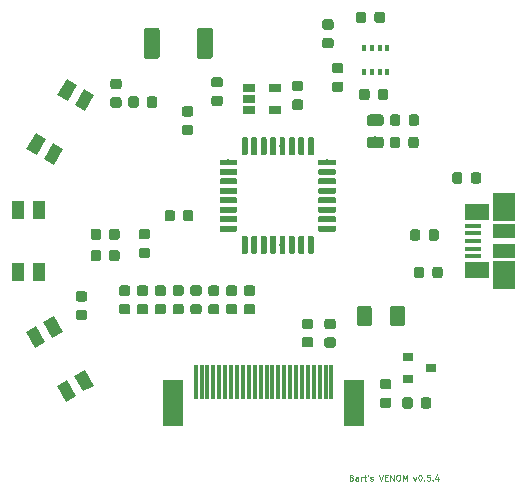
<source format=gbr>
G04 #@! TF.GenerationSoftware,KiCad,Pcbnew,5.1.4-1.fc30*
G04 #@! TF.CreationDate,2020-04-06T19:00:12+02:00*
G04 #@! TF.ProjectId,venom,76656e6f-6d2e-46b6-9963-61645f706362,rev?*
G04 #@! TF.SameCoordinates,Original*
G04 #@! TF.FileFunction,Paste,Top*
G04 #@! TF.FilePolarity,Positive*
%FSLAX46Y46*%
G04 Gerber Fmt 4.6, Leading zero omitted, Abs format (unit mm)*
G04 Created by KiCad (PCBNEW 5.1.4-1.fc30) date 2020-04-06 19:00:12*
%MOMM*%
%LPD*%
G04 APERTURE LIST*
%ADD10C,0.125000*%
%ADD11R,1.800000X4.000000*%
%ADD12R,0.300000X3.000000*%
%ADD13C,1.000000*%
%ADD14C,0.100000*%
%ADD15C,1.350000*%
%ADD16C,0.875000*%
%ADD17R,0.900000X0.800000*%
%ADD18R,1.000000X1.550000*%
%ADD19R,0.350000X0.500000*%
%ADD20R,1.060000X0.650000*%
%ADD21C,0.975000*%
%ADD22R,1.380000X0.450000*%
%ADD23R,2.100000X1.475000*%
%ADD24R,1.900000X2.375000*%
%ADD25R,1.900000X1.175000*%
%ADD26C,0.500000*%
%ADD27C,1.250000*%
G04 APERTURE END LIST*
D10*
X166966666Y-138804285D02*
X167038095Y-138828095D01*
X167061904Y-138851904D01*
X167085714Y-138899523D01*
X167085714Y-138970952D01*
X167061904Y-139018571D01*
X167038095Y-139042380D01*
X166990476Y-139066190D01*
X166800000Y-139066190D01*
X166800000Y-138566190D01*
X166966666Y-138566190D01*
X167014285Y-138590000D01*
X167038095Y-138613809D01*
X167061904Y-138661428D01*
X167061904Y-138709047D01*
X167038095Y-138756666D01*
X167014285Y-138780476D01*
X166966666Y-138804285D01*
X166800000Y-138804285D01*
X167514285Y-139066190D02*
X167514285Y-138804285D01*
X167490476Y-138756666D01*
X167442857Y-138732857D01*
X167347619Y-138732857D01*
X167300000Y-138756666D01*
X167514285Y-139042380D02*
X167466666Y-139066190D01*
X167347619Y-139066190D01*
X167300000Y-139042380D01*
X167276190Y-138994761D01*
X167276190Y-138947142D01*
X167300000Y-138899523D01*
X167347619Y-138875714D01*
X167466666Y-138875714D01*
X167514285Y-138851904D01*
X167752380Y-139066190D02*
X167752380Y-138732857D01*
X167752380Y-138828095D02*
X167776190Y-138780476D01*
X167800000Y-138756666D01*
X167847619Y-138732857D01*
X167895238Y-138732857D01*
X167990476Y-138732857D02*
X168180952Y-138732857D01*
X168061904Y-138566190D02*
X168061904Y-138994761D01*
X168085714Y-139042380D01*
X168133333Y-139066190D01*
X168180952Y-139066190D01*
X168371428Y-138566190D02*
X168323809Y-138661428D01*
X168561904Y-139042380D02*
X168609523Y-139066190D01*
X168704761Y-139066190D01*
X168752380Y-139042380D01*
X168776190Y-138994761D01*
X168776190Y-138970952D01*
X168752380Y-138923333D01*
X168704761Y-138899523D01*
X168633333Y-138899523D01*
X168585714Y-138875714D01*
X168561904Y-138828095D01*
X168561904Y-138804285D01*
X168585714Y-138756666D01*
X168633333Y-138732857D01*
X168704761Y-138732857D01*
X168752380Y-138756666D01*
X169300000Y-138566190D02*
X169466666Y-139066190D01*
X169633333Y-138566190D01*
X169800000Y-138804285D02*
X169966666Y-138804285D01*
X170038095Y-139066190D02*
X169800000Y-139066190D01*
X169800000Y-138566190D01*
X170038095Y-138566190D01*
X170252380Y-139066190D02*
X170252380Y-138566190D01*
X170538095Y-139066190D01*
X170538095Y-138566190D01*
X170871428Y-138566190D02*
X170966666Y-138566190D01*
X171014285Y-138590000D01*
X171061904Y-138637619D01*
X171085714Y-138732857D01*
X171085714Y-138899523D01*
X171061904Y-138994761D01*
X171014285Y-139042380D01*
X170966666Y-139066190D01*
X170871428Y-139066190D01*
X170823809Y-139042380D01*
X170776190Y-138994761D01*
X170752380Y-138899523D01*
X170752380Y-138732857D01*
X170776190Y-138637619D01*
X170823809Y-138590000D01*
X170871428Y-138566190D01*
X171300000Y-139066190D02*
X171300000Y-138566190D01*
X171466666Y-138923333D01*
X171633333Y-138566190D01*
X171633333Y-139066190D01*
X172204761Y-138732857D02*
X172323809Y-139066190D01*
X172442857Y-138732857D01*
X172728571Y-138566190D02*
X172776190Y-138566190D01*
X172823809Y-138590000D01*
X172847619Y-138613809D01*
X172871428Y-138661428D01*
X172895238Y-138756666D01*
X172895238Y-138875714D01*
X172871428Y-138970952D01*
X172847619Y-139018571D01*
X172823809Y-139042380D01*
X172776190Y-139066190D01*
X172728571Y-139066190D01*
X172680952Y-139042380D01*
X172657142Y-139018571D01*
X172633333Y-138970952D01*
X172609523Y-138875714D01*
X172609523Y-138756666D01*
X172633333Y-138661428D01*
X172657142Y-138613809D01*
X172680952Y-138590000D01*
X172728571Y-138566190D01*
X173109523Y-139018571D02*
X173133333Y-139042380D01*
X173109523Y-139066190D01*
X173085714Y-139042380D01*
X173109523Y-139018571D01*
X173109523Y-139066190D01*
X173585714Y-138566190D02*
X173347619Y-138566190D01*
X173323809Y-138804285D01*
X173347619Y-138780476D01*
X173395238Y-138756666D01*
X173514285Y-138756666D01*
X173561904Y-138780476D01*
X173585714Y-138804285D01*
X173609523Y-138851904D01*
X173609523Y-138970952D01*
X173585714Y-139018571D01*
X173561904Y-139042380D01*
X173514285Y-139066190D01*
X173395238Y-139066190D01*
X173347619Y-139042380D01*
X173323809Y-139018571D01*
X173823809Y-139018571D02*
X173847619Y-139042380D01*
X173823809Y-139066190D01*
X173800000Y-139042380D01*
X173823809Y-139018571D01*
X173823809Y-139066190D01*
X174276190Y-138732857D02*
X174276190Y-139066190D01*
X174157142Y-138542380D02*
X174038095Y-138899523D01*
X174347619Y-138899523D01*
D11*
X167160000Y-132510000D03*
X151860000Y-132510000D03*
D12*
X153760000Y-130710000D03*
X154260000Y-130710000D03*
X154760000Y-130710000D03*
X155260000Y-130710000D03*
X155760000Y-130710000D03*
X156260000Y-130710000D03*
X156760000Y-130710000D03*
X157260000Y-130710000D03*
X157760000Y-130710000D03*
X158260000Y-130710000D03*
X158760000Y-130710000D03*
X159260000Y-130710000D03*
X159760000Y-130710000D03*
X160260000Y-130710000D03*
X160760000Y-130710000D03*
X161260000Y-130710000D03*
X161760000Y-130710000D03*
X162260000Y-130710000D03*
X162760000Y-130710000D03*
X163260000Y-130710000D03*
X163760000Y-130710000D03*
X164260000Y-130710000D03*
X164760000Y-130710000D03*
X165260000Y-130710000D03*
D13*
X141683622Y-126061683D03*
D14*
G36*
X140863109Y-125640513D02*
G01*
X141729135Y-125140513D01*
X142504135Y-126482853D01*
X141638109Y-126982853D01*
X140863109Y-125640513D01*
X140863109Y-125640513D01*
G37*
D13*
X144308622Y-130608317D03*
D14*
G36*
X143488109Y-130187147D02*
G01*
X144354135Y-129687147D01*
X145129135Y-131029487D01*
X144263109Y-131529487D01*
X143488109Y-130187147D01*
X143488109Y-130187147D01*
G37*
D13*
X142836378Y-131458317D03*
D14*
G36*
X142015865Y-131037147D02*
G01*
X142881891Y-130537147D01*
X143656891Y-131879487D01*
X142790865Y-132379487D01*
X142015865Y-131037147D01*
X142015865Y-131037147D01*
G37*
D13*
X140211378Y-126911683D03*
D14*
G36*
X139390865Y-126490513D02*
G01*
X140256891Y-125990513D01*
X141031891Y-127332853D01*
X140165865Y-127832853D01*
X139390865Y-126490513D01*
X139390865Y-126490513D01*
G37*
G36*
X154989505Y-100716204D02*
G01*
X155013773Y-100719804D01*
X155037572Y-100725765D01*
X155060671Y-100734030D01*
X155082850Y-100744520D01*
X155103893Y-100757132D01*
X155123599Y-100771747D01*
X155141777Y-100788223D01*
X155158253Y-100806401D01*
X155172868Y-100826107D01*
X155185480Y-100847150D01*
X155195970Y-100869329D01*
X155204235Y-100892428D01*
X155210196Y-100916227D01*
X155213796Y-100940495D01*
X155215000Y-100964999D01*
X155215000Y-103115001D01*
X155213796Y-103139505D01*
X155210196Y-103163773D01*
X155204235Y-103187572D01*
X155195970Y-103210671D01*
X155185480Y-103232850D01*
X155172868Y-103253893D01*
X155158253Y-103273599D01*
X155141777Y-103291777D01*
X155123599Y-103308253D01*
X155103893Y-103322868D01*
X155082850Y-103335480D01*
X155060671Y-103345970D01*
X155037572Y-103354235D01*
X155013773Y-103360196D01*
X154989505Y-103363796D01*
X154965001Y-103365000D01*
X154114999Y-103365000D01*
X154090495Y-103363796D01*
X154066227Y-103360196D01*
X154042428Y-103354235D01*
X154019329Y-103345970D01*
X153997150Y-103335480D01*
X153976107Y-103322868D01*
X153956401Y-103308253D01*
X153938223Y-103291777D01*
X153921747Y-103273599D01*
X153907132Y-103253893D01*
X153894520Y-103232850D01*
X153884030Y-103210671D01*
X153875765Y-103187572D01*
X153869804Y-103163773D01*
X153866204Y-103139505D01*
X153865000Y-103115001D01*
X153865000Y-100964999D01*
X153866204Y-100940495D01*
X153869804Y-100916227D01*
X153875765Y-100892428D01*
X153884030Y-100869329D01*
X153894520Y-100847150D01*
X153907132Y-100826107D01*
X153921747Y-100806401D01*
X153938223Y-100788223D01*
X153956401Y-100771747D01*
X153976107Y-100757132D01*
X153997150Y-100744520D01*
X154019329Y-100734030D01*
X154042428Y-100725765D01*
X154066227Y-100719804D01*
X154090495Y-100716204D01*
X154114999Y-100715000D01*
X154965001Y-100715000D01*
X154989505Y-100716204D01*
X154989505Y-100716204D01*
G37*
D15*
X154540000Y-102040000D03*
D14*
G36*
X150489505Y-100716204D02*
G01*
X150513773Y-100719804D01*
X150537572Y-100725765D01*
X150560671Y-100734030D01*
X150582850Y-100744520D01*
X150603893Y-100757132D01*
X150623599Y-100771747D01*
X150641777Y-100788223D01*
X150658253Y-100806401D01*
X150672868Y-100826107D01*
X150685480Y-100847150D01*
X150695970Y-100869329D01*
X150704235Y-100892428D01*
X150710196Y-100916227D01*
X150713796Y-100940495D01*
X150715000Y-100964999D01*
X150715000Y-103115001D01*
X150713796Y-103139505D01*
X150710196Y-103163773D01*
X150704235Y-103187572D01*
X150695970Y-103210671D01*
X150685480Y-103232850D01*
X150672868Y-103253893D01*
X150658253Y-103273599D01*
X150641777Y-103291777D01*
X150623599Y-103308253D01*
X150603893Y-103322868D01*
X150582850Y-103335480D01*
X150560671Y-103345970D01*
X150537572Y-103354235D01*
X150513773Y-103360196D01*
X150489505Y-103363796D01*
X150465001Y-103365000D01*
X149614999Y-103365000D01*
X149590495Y-103363796D01*
X149566227Y-103360196D01*
X149542428Y-103354235D01*
X149519329Y-103345970D01*
X149497150Y-103335480D01*
X149476107Y-103322868D01*
X149456401Y-103308253D01*
X149438223Y-103291777D01*
X149421747Y-103273599D01*
X149407132Y-103253893D01*
X149394520Y-103232850D01*
X149384030Y-103210671D01*
X149375765Y-103187572D01*
X149369804Y-103163773D01*
X149366204Y-103139505D01*
X149365000Y-103115001D01*
X149365000Y-100964999D01*
X149366204Y-100940495D01*
X149369804Y-100916227D01*
X149375765Y-100892428D01*
X149384030Y-100869329D01*
X149394520Y-100847150D01*
X149407132Y-100826107D01*
X149421747Y-100806401D01*
X149438223Y-100788223D01*
X149456401Y-100771747D01*
X149476107Y-100757132D01*
X149497150Y-100744520D01*
X149519329Y-100734030D01*
X149542428Y-100725765D01*
X149566227Y-100719804D01*
X149590495Y-100716204D01*
X149614999Y-100715000D01*
X150465001Y-100715000D01*
X150489505Y-100716204D01*
X150489505Y-100716204D01*
G37*
D15*
X150040000Y-102040000D03*
D14*
G36*
X168002691Y-99376053D02*
G01*
X168023926Y-99379203D01*
X168044750Y-99384419D01*
X168064962Y-99391651D01*
X168084368Y-99400830D01*
X168102781Y-99411866D01*
X168120024Y-99424654D01*
X168135930Y-99439070D01*
X168150346Y-99454976D01*
X168163134Y-99472219D01*
X168174170Y-99490632D01*
X168183349Y-99510038D01*
X168190581Y-99530250D01*
X168195797Y-99551074D01*
X168198947Y-99572309D01*
X168200000Y-99593750D01*
X168200000Y-100106250D01*
X168198947Y-100127691D01*
X168195797Y-100148926D01*
X168190581Y-100169750D01*
X168183349Y-100189962D01*
X168174170Y-100209368D01*
X168163134Y-100227781D01*
X168150346Y-100245024D01*
X168135930Y-100260930D01*
X168120024Y-100275346D01*
X168102781Y-100288134D01*
X168084368Y-100299170D01*
X168064962Y-100308349D01*
X168044750Y-100315581D01*
X168023926Y-100320797D01*
X168002691Y-100323947D01*
X167981250Y-100325000D01*
X167543750Y-100325000D01*
X167522309Y-100323947D01*
X167501074Y-100320797D01*
X167480250Y-100315581D01*
X167460038Y-100308349D01*
X167440632Y-100299170D01*
X167422219Y-100288134D01*
X167404976Y-100275346D01*
X167389070Y-100260930D01*
X167374654Y-100245024D01*
X167361866Y-100227781D01*
X167350830Y-100209368D01*
X167341651Y-100189962D01*
X167334419Y-100169750D01*
X167329203Y-100148926D01*
X167326053Y-100127691D01*
X167325000Y-100106250D01*
X167325000Y-99593750D01*
X167326053Y-99572309D01*
X167329203Y-99551074D01*
X167334419Y-99530250D01*
X167341651Y-99510038D01*
X167350830Y-99490632D01*
X167361866Y-99472219D01*
X167374654Y-99454976D01*
X167389070Y-99439070D01*
X167404976Y-99424654D01*
X167422219Y-99411866D01*
X167440632Y-99400830D01*
X167460038Y-99391651D01*
X167480250Y-99384419D01*
X167501074Y-99379203D01*
X167522309Y-99376053D01*
X167543750Y-99375000D01*
X167981250Y-99375000D01*
X168002691Y-99376053D01*
X168002691Y-99376053D01*
G37*
D16*
X167762500Y-99850000D03*
D14*
G36*
X169577691Y-99376053D02*
G01*
X169598926Y-99379203D01*
X169619750Y-99384419D01*
X169639962Y-99391651D01*
X169659368Y-99400830D01*
X169677781Y-99411866D01*
X169695024Y-99424654D01*
X169710930Y-99439070D01*
X169725346Y-99454976D01*
X169738134Y-99472219D01*
X169749170Y-99490632D01*
X169758349Y-99510038D01*
X169765581Y-99530250D01*
X169770797Y-99551074D01*
X169773947Y-99572309D01*
X169775000Y-99593750D01*
X169775000Y-100106250D01*
X169773947Y-100127691D01*
X169770797Y-100148926D01*
X169765581Y-100169750D01*
X169758349Y-100189962D01*
X169749170Y-100209368D01*
X169738134Y-100227781D01*
X169725346Y-100245024D01*
X169710930Y-100260930D01*
X169695024Y-100275346D01*
X169677781Y-100288134D01*
X169659368Y-100299170D01*
X169639962Y-100308349D01*
X169619750Y-100315581D01*
X169598926Y-100320797D01*
X169577691Y-100323947D01*
X169556250Y-100325000D01*
X169118750Y-100325000D01*
X169097309Y-100323947D01*
X169076074Y-100320797D01*
X169055250Y-100315581D01*
X169035038Y-100308349D01*
X169015632Y-100299170D01*
X168997219Y-100288134D01*
X168979976Y-100275346D01*
X168964070Y-100260930D01*
X168949654Y-100245024D01*
X168936866Y-100227781D01*
X168925830Y-100209368D01*
X168916651Y-100189962D01*
X168909419Y-100169750D01*
X168904203Y-100148926D01*
X168901053Y-100127691D01*
X168900000Y-100106250D01*
X168900000Y-99593750D01*
X168901053Y-99572309D01*
X168904203Y-99551074D01*
X168909419Y-99530250D01*
X168916651Y-99510038D01*
X168925830Y-99490632D01*
X168936866Y-99472219D01*
X168949654Y-99454976D01*
X168964070Y-99439070D01*
X168979976Y-99424654D01*
X168997219Y-99411866D01*
X169015632Y-99400830D01*
X169035038Y-99391651D01*
X169055250Y-99384419D01*
X169076074Y-99379203D01*
X169097309Y-99376053D01*
X169118750Y-99375000D01*
X169556250Y-99375000D01*
X169577691Y-99376053D01*
X169577691Y-99376053D01*
G37*
D16*
X169337500Y-99850000D03*
D14*
G36*
X165237691Y-101601053D02*
G01*
X165258926Y-101604203D01*
X165279750Y-101609419D01*
X165299962Y-101616651D01*
X165319368Y-101625830D01*
X165337781Y-101636866D01*
X165355024Y-101649654D01*
X165370930Y-101664070D01*
X165385346Y-101679976D01*
X165398134Y-101697219D01*
X165409170Y-101715632D01*
X165418349Y-101735038D01*
X165425581Y-101755250D01*
X165430797Y-101776074D01*
X165433947Y-101797309D01*
X165435000Y-101818750D01*
X165435000Y-102256250D01*
X165433947Y-102277691D01*
X165430797Y-102298926D01*
X165425581Y-102319750D01*
X165418349Y-102339962D01*
X165409170Y-102359368D01*
X165398134Y-102377781D01*
X165385346Y-102395024D01*
X165370930Y-102410930D01*
X165355024Y-102425346D01*
X165337781Y-102438134D01*
X165319368Y-102449170D01*
X165299962Y-102458349D01*
X165279750Y-102465581D01*
X165258926Y-102470797D01*
X165237691Y-102473947D01*
X165216250Y-102475000D01*
X164703750Y-102475000D01*
X164682309Y-102473947D01*
X164661074Y-102470797D01*
X164640250Y-102465581D01*
X164620038Y-102458349D01*
X164600632Y-102449170D01*
X164582219Y-102438134D01*
X164564976Y-102425346D01*
X164549070Y-102410930D01*
X164534654Y-102395024D01*
X164521866Y-102377781D01*
X164510830Y-102359368D01*
X164501651Y-102339962D01*
X164494419Y-102319750D01*
X164489203Y-102298926D01*
X164486053Y-102277691D01*
X164485000Y-102256250D01*
X164485000Y-101818750D01*
X164486053Y-101797309D01*
X164489203Y-101776074D01*
X164494419Y-101755250D01*
X164501651Y-101735038D01*
X164510830Y-101715632D01*
X164521866Y-101697219D01*
X164534654Y-101679976D01*
X164549070Y-101664070D01*
X164564976Y-101649654D01*
X164582219Y-101636866D01*
X164600632Y-101625830D01*
X164620038Y-101616651D01*
X164640250Y-101609419D01*
X164661074Y-101604203D01*
X164682309Y-101601053D01*
X164703750Y-101600000D01*
X165216250Y-101600000D01*
X165237691Y-101601053D01*
X165237691Y-101601053D01*
G37*
D16*
X164960000Y-102037500D03*
D14*
G36*
X165237691Y-100026053D02*
G01*
X165258926Y-100029203D01*
X165279750Y-100034419D01*
X165299962Y-100041651D01*
X165319368Y-100050830D01*
X165337781Y-100061866D01*
X165355024Y-100074654D01*
X165370930Y-100089070D01*
X165385346Y-100104976D01*
X165398134Y-100122219D01*
X165409170Y-100140632D01*
X165418349Y-100160038D01*
X165425581Y-100180250D01*
X165430797Y-100201074D01*
X165433947Y-100222309D01*
X165435000Y-100243750D01*
X165435000Y-100681250D01*
X165433947Y-100702691D01*
X165430797Y-100723926D01*
X165425581Y-100744750D01*
X165418349Y-100764962D01*
X165409170Y-100784368D01*
X165398134Y-100802781D01*
X165385346Y-100820024D01*
X165370930Y-100835930D01*
X165355024Y-100850346D01*
X165337781Y-100863134D01*
X165319368Y-100874170D01*
X165299962Y-100883349D01*
X165279750Y-100890581D01*
X165258926Y-100895797D01*
X165237691Y-100898947D01*
X165216250Y-100900000D01*
X164703750Y-100900000D01*
X164682309Y-100898947D01*
X164661074Y-100895797D01*
X164640250Y-100890581D01*
X164620038Y-100883349D01*
X164600632Y-100874170D01*
X164582219Y-100863134D01*
X164564976Y-100850346D01*
X164549070Y-100835930D01*
X164534654Y-100820024D01*
X164521866Y-100802781D01*
X164510830Y-100784368D01*
X164501651Y-100764962D01*
X164494419Y-100744750D01*
X164489203Y-100723926D01*
X164486053Y-100702691D01*
X164485000Y-100681250D01*
X164485000Y-100243750D01*
X164486053Y-100222309D01*
X164489203Y-100201074D01*
X164494419Y-100180250D01*
X164501651Y-100160038D01*
X164510830Y-100140632D01*
X164521866Y-100122219D01*
X164534654Y-100104976D01*
X164549070Y-100089070D01*
X164564976Y-100074654D01*
X164582219Y-100061866D01*
X164600632Y-100050830D01*
X164620038Y-100041651D01*
X164640250Y-100034419D01*
X164661074Y-100029203D01*
X164682309Y-100026053D01*
X164703750Y-100025000D01*
X165216250Y-100025000D01*
X165237691Y-100026053D01*
X165237691Y-100026053D01*
G37*
D16*
X164960000Y-100462500D03*
D14*
G36*
X170872691Y-109966053D02*
G01*
X170893926Y-109969203D01*
X170914750Y-109974419D01*
X170934962Y-109981651D01*
X170954368Y-109990830D01*
X170972781Y-110001866D01*
X170990024Y-110014654D01*
X171005930Y-110029070D01*
X171020346Y-110044976D01*
X171033134Y-110062219D01*
X171044170Y-110080632D01*
X171053349Y-110100038D01*
X171060581Y-110120250D01*
X171065797Y-110141074D01*
X171068947Y-110162309D01*
X171070000Y-110183750D01*
X171070000Y-110696250D01*
X171068947Y-110717691D01*
X171065797Y-110738926D01*
X171060581Y-110759750D01*
X171053349Y-110779962D01*
X171044170Y-110799368D01*
X171033134Y-110817781D01*
X171020346Y-110835024D01*
X171005930Y-110850930D01*
X170990024Y-110865346D01*
X170972781Y-110878134D01*
X170954368Y-110889170D01*
X170934962Y-110898349D01*
X170914750Y-110905581D01*
X170893926Y-110910797D01*
X170872691Y-110913947D01*
X170851250Y-110915000D01*
X170413750Y-110915000D01*
X170392309Y-110913947D01*
X170371074Y-110910797D01*
X170350250Y-110905581D01*
X170330038Y-110898349D01*
X170310632Y-110889170D01*
X170292219Y-110878134D01*
X170274976Y-110865346D01*
X170259070Y-110850930D01*
X170244654Y-110835024D01*
X170231866Y-110817781D01*
X170220830Y-110799368D01*
X170211651Y-110779962D01*
X170204419Y-110759750D01*
X170199203Y-110738926D01*
X170196053Y-110717691D01*
X170195000Y-110696250D01*
X170195000Y-110183750D01*
X170196053Y-110162309D01*
X170199203Y-110141074D01*
X170204419Y-110120250D01*
X170211651Y-110100038D01*
X170220830Y-110080632D01*
X170231866Y-110062219D01*
X170244654Y-110044976D01*
X170259070Y-110029070D01*
X170274976Y-110014654D01*
X170292219Y-110001866D01*
X170310632Y-109990830D01*
X170330038Y-109981651D01*
X170350250Y-109974419D01*
X170371074Y-109969203D01*
X170392309Y-109966053D01*
X170413750Y-109965000D01*
X170851250Y-109965000D01*
X170872691Y-109966053D01*
X170872691Y-109966053D01*
G37*
D16*
X170632500Y-110440000D03*
D14*
G36*
X172447691Y-109966053D02*
G01*
X172468926Y-109969203D01*
X172489750Y-109974419D01*
X172509962Y-109981651D01*
X172529368Y-109990830D01*
X172547781Y-110001866D01*
X172565024Y-110014654D01*
X172580930Y-110029070D01*
X172595346Y-110044976D01*
X172608134Y-110062219D01*
X172619170Y-110080632D01*
X172628349Y-110100038D01*
X172635581Y-110120250D01*
X172640797Y-110141074D01*
X172643947Y-110162309D01*
X172645000Y-110183750D01*
X172645000Y-110696250D01*
X172643947Y-110717691D01*
X172640797Y-110738926D01*
X172635581Y-110759750D01*
X172628349Y-110779962D01*
X172619170Y-110799368D01*
X172608134Y-110817781D01*
X172595346Y-110835024D01*
X172580930Y-110850930D01*
X172565024Y-110865346D01*
X172547781Y-110878134D01*
X172529368Y-110889170D01*
X172509962Y-110898349D01*
X172489750Y-110905581D01*
X172468926Y-110910797D01*
X172447691Y-110913947D01*
X172426250Y-110915000D01*
X171988750Y-110915000D01*
X171967309Y-110913947D01*
X171946074Y-110910797D01*
X171925250Y-110905581D01*
X171905038Y-110898349D01*
X171885632Y-110889170D01*
X171867219Y-110878134D01*
X171849976Y-110865346D01*
X171834070Y-110850930D01*
X171819654Y-110835024D01*
X171806866Y-110817781D01*
X171795830Y-110799368D01*
X171786651Y-110779962D01*
X171779419Y-110759750D01*
X171774203Y-110738926D01*
X171771053Y-110717691D01*
X171770000Y-110696250D01*
X171770000Y-110183750D01*
X171771053Y-110162309D01*
X171774203Y-110141074D01*
X171779419Y-110120250D01*
X171786651Y-110100038D01*
X171795830Y-110080632D01*
X171806866Y-110062219D01*
X171819654Y-110044976D01*
X171834070Y-110029070D01*
X171849976Y-110014654D01*
X171867219Y-110001866D01*
X171885632Y-109990830D01*
X171905038Y-109981651D01*
X171925250Y-109974419D01*
X171946074Y-109969203D01*
X171967309Y-109966053D01*
X171988750Y-109965000D01*
X172426250Y-109965000D01*
X172447691Y-109966053D01*
X172447691Y-109966053D01*
G37*
D16*
X172207500Y-110440000D03*
D14*
G36*
X172467691Y-108076053D02*
G01*
X172488926Y-108079203D01*
X172509750Y-108084419D01*
X172529962Y-108091651D01*
X172549368Y-108100830D01*
X172567781Y-108111866D01*
X172585024Y-108124654D01*
X172600930Y-108139070D01*
X172615346Y-108154976D01*
X172628134Y-108172219D01*
X172639170Y-108190632D01*
X172648349Y-108210038D01*
X172655581Y-108230250D01*
X172660797Y-108251074D01*
X172663947Y-108272309D01*
X172665000Y-108293750D01*
X172665000Y-108806250D01*
X172663947Y-108827691D01*
X172660797Y-108848926D01*
X172655581Y-108869750D01*
X172648349Y-108889962D01*
X172639170Y-108909368D01*
X172628134Y-108927781D01*
X172615346Y-108945024D01*
X172600930Y-108960930D01*
X172585024Y-108975346D01*
X172567781Y-108988134D01*
X172549368Y-108999170D01*
X172529962Y-109008349D01*
X172509750Y-109015581D01*
X172488926Y-109020797D01*
X172467691Y-109023947D01*
X172446250Y-109025000D01*
X172008750Y-109025000D01*
X171987309Y-109023947D01*
X171966074Y-109020797D01*
X171945250Y-109015581D01*
X171925038Y-109008349D01*
X171905632Y-108999170D01*
X171887219Y-108988134D01*
X171869976Y-108975346D01*
X171854070Y-108960930D01*
X171839654Y-108945024D01*
X171826866Y-108927781D01*
X171815830Y-108909368D01*
X171806651Y-108889962D01*
X171799419Y-108869750D01*
X171794203Y-108848926D01*
X171791053Y-108827691D01*
X171790000Y-108806250D01*
X171790000Y-108293750D01*
X171791053Y-108272309D01*
X171794203Y-108251074D01*
X171799419Y-108230250D01*
X171806651Y-108210038D01*
X171815830Y-108190632D01*
X171826866Y-108172219D01*
X171839654Y-108154976D01*
X171854070Y-108139070D01*
X171869976Y-108124654D01*
X171887219Y-108111866D01*
X171905632Y-108100830D01*
X171925038Y-108091651D01*
X171945250Y-108084419D01*
X171966074Y-108079203D01*
X171987309Y-108076053D01*
X172008750Y-108075000D01*
X172446250Y-108075000D01*
X172467691Y-108076053D01*
X172467691Y-108076053D01*
G37*
D16*
X172227500Y-108550000D03*
D14*
G36*
X170892691Y-108076053D02*
G01*
X170913926Y-108079203D01*
X170934750Y-108084419D01*
X170954962Y-108091651D01*
X170974368Y-108100830D01*
X170992781Y-108111866D01*
X171010024Y-108124654D01*
X171025930Y-108139070D01*
X171040346Y-108154976D01*
X171053134Y-108172219D01*
X171064170Y-108190632D01*
X171073349Y-108210038D01*
X171080581Y-108230250D01*
X171085797Y-108251074D01*
X171088947Y-108272309D01*
X171090000Y-108293750D01*
X171090000Y-108806250D01*
X171088947Y-108827691D01*
X171085797Y-108848926D01*
X171080581Y-108869750D01*
X171073349Y-108889962D01*
X171064170Y-108909368D01*
X171053134Y-108927781D01*
X171040346Y-108945024D01*
X171025930Y-108960930D01*
X171010024Y-108975346D01*
X170992781Y-108988134D01*
X170974368Y-108999170D01*
X170954962Y-109008349D01*
X170934750Y-109015581D01*
X170913926Y-109020797D01*
X170892691Y-109023947D01*
X170871250Y-109025000D01*
X170433750Y-109025000D01*
X170412309Y-109023947D01*
X170391074Y-109020797D01*
X170370250Y-109015581D01*
X170350038Y-109008349D01*
X170330632Y-108999170D01*
X170312219Y-108988134D01*
X170294976Y-108975346D01*
X170279070Y-108960930D01*
X170264654Y-108945024D01*
X170251866Y-108927781D01*
X170240830Y-108909368D01*
X170231651Y-108889962D01*
X170224419Y-108869750D01*
X170219203Y-108848926D01*
X170216053Y-108827691D01*
X170215000Y-108806250D01*
X170215000Y-108293750D01*
X170216053Y-108272309D01*
X170219203Y-108251074D01*
X170224419Y-108230250D01*
X170231651Y-108210038D01*
X170240830Y-108190632D01*
X170251866Y-108172219D01*
X170264654Y-108154976D01*
X170279070Y-108139070D01*
X170294976Y-108124654D01*
X170312219Y-108111866D01*
X170330632Y-108100830D01*
X170350038Y-108091651D01*
X170370250Y-108084419D01*
X170391074Y-108079203D01*
X170412309Y-108076053D01*
X170433750Y-108075000D01*
X170871250Y-108075000D01*
X170892691Y-108076053D01*
X170892691Y-108076053D01*
G37*
D16*
X170652500Y-108550000D03*
D14*
G36*
X174157691Y-117806053D02*
G01*
X174178926Y-117809203D01*
X174199750Y-117814419D01*
X174219962Y-117821651D01*
X174239368Y-117830830D01*
X174257781Y-117841866D01*
X174275024Y-117854654D01*
X174290930Y-117869070D01*
X174305346Y-117884976D01*
X174318134Y-117902219D01*
X174329170Y-117920632D01*
X174338349Y-117940038D01*
X174345581Y-117960250D01*
X174350797Y-117981074D01*
X174353947Y-118002309D01*
X174355000Y-118023750D01*
X174355000Y-118536250D01*
X174353947Y-118557691D01*
X174350797Y-118578926D01*
X174345581Y-118599750D01*
X174338349Y-118619962D01*
X174329170Y-118639368D01*
X174318134Y-118657781D01*
X174305346Y-118675024D01*
X174290930Y-118690930D01*
X174275024Y-118705346D01*
X174257781Y-118718134D01*
X174239368Y-118729170D01*
X174219962Y-118738349D01*
X174199750Y-118745581D01*
X174178926Y-118750797D01*
X174157691Y-118753947D01*
X174136250Y-118755000D01*
X173698750Y-118755000D01*
X173677309Y-118753947D01*
X173656074Y-118750797D01*
X173635250Y-118745581D01*
X173615038Y-118738349D01*
X173595632Y-118729170D01*
X173577219Y-118718134D01*
X173559976Y-118705346D01*
X173544070Y-118690930D01*
X173529654Y-118675024D01*
X173516866Y-118657781D01*
X173505830Y-118639368D01*
X173496651Y-118619962D01*
X173489419Y-118599750D01*
X173484203Y-118578926D01*
X173481053Y-118557691D01*
X173480000Y-118536250D01*
X173480000Y-118023750D01*
X173481053Y-118002309D01*
X173484203Y-117981074D01*
X173489419Y-117960250D01*
X173496651Y-117940038D01*
X173505830Y-117920632D01*
X173516866Y-117902219D01*
X173529654Y-117884976D01*
X173544070Y-117869070D01*
X173559976Y-117854654D01*
X173577219Y-117841866D01*
X173595632Y-117830830D01*
X173615038Y-117821651D01*
X173635250Y-117814419D01*
X173656074Y-117809203D01*
X173677309Y-117806053D01*
X173698750Y-117805000D01*
X174136250Y-117805000D01*
X174157691Y-117806053D01*
X174157691Y-117806053D01*
G37*
D16*
X173917500Y-118280000D03*
D14*
G36*
X172582691Y-117806053D02*
G01*
X172603926Y-117809203D01*
X172624750Y-117814419D01*
X172644962Y-117821651D01*
X172664368Y-117830830D01*
X172682781Y-117841866D01*
X172700024Y-117854654D01*
X172715930Y-117869070D01*
X172730346Y-117884976D01*
X172743134Y-117902219D01*
X172754170Y-117920632D01*
X172763349Y-117940038D01*
X172770581Y-117960250D01*
X172775797Y-117981074D01*
X172778947Y-118002309D01*
X172780000Y-118023750D01*
X172780000Y-118536250D01*
X172778947Y-118557691D01*
X172775797Y-118578926D01*
X172770581Y-118599750D01*
X172763349Y-118619962D01*
X172754170Y-118639368D01*
X172743134Y-118657781D01*
X172730346Y-118675024D01*
X172715930Y-118690930D01*
X172700024Y-118705346D01*
X172682781Y-118718134D01*
X172664368Y-118729170D01*
X172644962Y-118738349D01*
X172624750Y-118745581D01*
X172603926Y-118750797D01*
X172582691Y-118753947D01*
X172561250Y-118755000D01*
X172123750Y-118755000D01*
X172102309Y-118753947D01*
X172081074Y-118750797D01*
X172060250Y-118745581D01*
X172040038Y-118738349D01*
X172020632Y-118729170D01*
X172002219Y-118718134D01*
X171984976Y-118705346D01*
X171969070Y-118690930D01*
X171954654Y-118675024D01*
X171941866Y-118657781D01*
X171930830Y-118639368D01*
X171921651Y-118619962D01*
X171914419Y-118599750D01*
X171909203Y-118578926D01*
X171906053Y-118557691D01*
X171905000Y-118536250D01*
X171905000Y-118023750D01*
X171906053Y-118002309D01*
X171909203Y-117981074D01*
X171914419Y-117960250D01*
X171921651Y-117940038D01*
X171930830Y-117920632D01*
X171941866Y-117902219D01*
X171954654Y-117884976D01*
X171969070Y-117869070D01*
X171984976Y-117854654D01*
X172002219Y-117841866D01*
X172020632Y-117830830D01*
X172040038Y-117821651D01*
X172060250Y-117814419D01*
X172081074Y-117809203D01*
X172102309Y-117806053D01*
X172123750Y-117805000D01*
X172561250Y-117805000D01*
X172582691Y-117806053D01*
X172582691Y-117806053D01*
G37*
D16*
X172342500Y-118280000D03*
D14*
G36*
X165417691Y-126951053D02*
G01*
X165438926Y-126954203D01*
X165459750Y-126959419D01*
X165479962Y-126966651D01*
X165499368Y-126975830D01*
X165517781Y-126986866D01*
X165535024Y-126999654D01*
X165550930Y-127014070D01*
X165565346Y-127029976D01*
X165578134Y-127047219D01*
X165589170Y-127065632D01*
X165598349Y-127085038D01*
X165605581Y-127105250D01*
X165610797Y-127126074D01*
X165613947Y-127147309D01*
X165615000Y-127168750D01*
X165615000Y-127606250D01*
X165613947Y-127627691D01*
X165610797Y-127648926D01*
X165605581Y-127669750D01*
X165598349Y-127689962D01*
X165589170Y-127709368D01*
X165578134Y-127727781D01*
X165565346Y-127745024D01*
X165550930Y-127760930D01*
X165535024Y-127775346D01*
X165517781Y-127788134D01*
X165499368Y-127799170D01*
X165479962Y-127808349D01*
X165459750Y-127815581D01*
X165438926Y-127820797D01*
X165417691Y-127823947D01*
X165396250Y-127825000D01*
X164883750Y-127825000D01*
X164862309Y-127823947D01*
X164841074Y-127820797D01*
X164820250Y-127815581D01*
X164800038Y-127808349D01*
X164780632Y-127799170D01*
X164762219Y-127788134D01*
X164744976Y-127775346D01*
X164729070Y-127760930D01*
X164714654Y-127745024D01*
X164701866Y-127727781D01*
X164690830Y-127709368D01*
X164681651Y-127689962D01*
X164674419Y-127669750D01*
X164669203Y-127648926D01*
X164666053Y-127627691D01*
X164665000Y-127606250D01*
X164665000Y-127168750D01*
X164666053Y-127147309D01*
X164669203Y-127126074D01*
X164674419Y-127105250D01*
X164681651Y-127085038D01*
X164690830Y-127065632D01*
X164701866Y-127047219D01*
X164714654Y-127029976D01*
X164729070Y-127014070D01*
X164744976Y-126999654D01*
X164762219Y-126986866D01*
X164780632Y-126975830D01*
X164800038Y-126966651D01*
X164820250Y-126959419D01*
X164841074Y-126954203D01*
X164862309Y-126951053D01*
X164883750Y-126950000D01*
X165396250Y-126950000D01*
X165417691Y-126951053D01*
X165417691Y-126951053D01*
G37*
D16*
X165140000Y-127387500D03*
D14*
G36*
X165417691Y-125376053D02*
G01*
X165438926Y-125379203D01*
X165459750Y-125384419D01*
X165479962Y-125391651D01*
X165499368Y-125400830D01*
X165517781Y-125411866D01*
X165535024Y-125424654D01*
X165550930Y-125439070D01*
X165565346Y-125454976D01*
X165578134Y-125472219D01*
X165589170Y-125490632D01*
X165598349Y-125510038D01*
X165605581Y-125530250D01*
X165610797Y-125551074D01*
X165613947Y-125572309D01*
X165615000Y-125593750D01*
X165615000Y-126031250D01*
X165613947Y-126052691D01*
X165610797Y-126073926D01*
X165605581Y-126094750D01*
X165598349Y-126114962D01*
X165589170Y-126134368D01*
X165578134Y-126152781D01*
X165565346Y-126170024D01*
X165550930Y-126185930D01*
X165535024Y-126200346D01*
X165517781Y-126213134D01*
X165499368Y-126224170D01*
X165479962Y-126233349D01*
X165459750Y-126240581D01*
X165438926Y-126245797D01*
X165417691Y-126248947D01*
X165396250Y-126250000D01*
X164883750Y-126250000D01*
X164862309Y-126248947D01*
X164841074Y-126245797D01*
X164820250Y-126240581D01*
X164800038Y-126233349D01*
X164780632Y-126224170D01*
X164762219Y-126213134D01*
X164744976Y-126200346D01*
X164729070Y-126185930D01*
X164714654Y-126170024D01*
X164701866Y-126152781D01*
X164690830Y-126134368D01*
X164681651Y-126114962D01*
X164674419Y-126094750D01*
X164669203Y-126073926D01*
X164666053Y-126052691D01*
X164665000Y-126031250D01*
X164665000Y-125593750D01*
X164666053Y-125572309D01*
X164669203Y-125551074D01*
X164674419Y-125530250D01*
X164681651Y-125510038D01*
X164690830Y-125490632D01*
X164701866Y-125472219D01*
X164714654Y-125454976D01*
X164729070Y-125439070D01*
X164744976Y-125424654D01*
X164762219Y-125411866D01*
X164780632Y-125400830D01*
X164800038Y-125391651D01*
X164820250Y-125384419D01*
X164841074Y-125379203D01*
X164862309Y-125376053D01*
X164883750Y-125375000D01*
X165396250Y-125375000D01*
X165417691Y-125376053D01*
X165417691Y-125376053D01*
G37*
D16*
X165140000Y-125812500D03*
D14*
G36*
X163507691Y-126931053D02*
G01*
X163528926Y-126934203D01*
X163549750Y-126939419D01*
X163569962Y-126946651D01*
X163589368Y-126955830D01*
X163607781Y-126966866D01*
X163625024Y-126979654D01*
X163640930Y-126994070D01*
X163655346Y-127009976D01*
X163668134Y-127027219D01*
X163679170Y-127045632D01*
X163688349Y-127065038D01*
X163695581Y-127085250D01*
X163700797Y-127106074D01*
X163703947Y-127127309D01*
X163705000Y-127148750D01*
X163705000Y-127586250D01*
X163703947Y-127607691D01*
X163700797Y-127628926D01*
X163695581Y-127649750D01*
X163688349Y-127669962D01*
X163679170Y-127689368D01*
X163668134Y-127707781D01*
X163655346Y-127725024D01*
X163640930Y-127740930D01*
X163625024Y-127755346D01*
X163607781Y-127768134D01*
X163589368Y-127779170D01*
X163569962Y-127788349D01*
X163549750Y-127795581D01*
X163528926Y-127800797D01*
X163507691Y-127803947D01*
X163486250Y-127805000D01*
X162973750Y-127805000D01*
X162952309Y-127803947D01*
X162931074Y-127800797D01*
X162910250Y-127795581D01*
X162890038Y-127788349D01*
X162870632Y-127779170D01*
X162852219Y-127768134D01*
X162834976Y-127755346D01*
X162819070Y-127740930D01*
X162804654Y-127725024D01*
X162791866Y-127707781D01*
X162780830Y-127689368D01*
X162771651Y-127669962D01*
X162764419Y-127649750D01*
X162759203Y-127628926D01*
X162756053Y-127607691D01*
X162755000Y-127586250D01*
X162755000Y-127148750D01*
X162756053Y-127127309D01*
X162759203Y-127106074D01*
X162764419Y-127085250D01*
X162771651Y-127065038D01*
X162780830Y-127045632D01*
X162791866Y-127027219D01*
X162804654Y-127009976D01*
X162819070Y-126994070D01*
X162834976Y-126979654D01*
X162852219Y-126966866D01*
X162870632Y-126955830D01*
X162890038Y-126946651D01*
X162910250Y-126939419D01*
X162931074Y-126934203D01*
X162952309Y-126931053D01*
X162973750Y-126930000D01*
X163486250Y-126930000D01*
X163507691Y-126931053D01*
X163507691Y-126931053D01*
G37*
D16*
X163230000Y-127367500D03*
D14*
G36*
X163507691Y-125356053D02*
G01*
X163528926Y-125359203D01*
X163549750Y-125364419D01*
X163569962Y-125371651D01*
X163589368Y-125380830D01*
X163607781Y-125391866D01*
X163625024Y-125404654D01*
X163640930Y-125419070D01*
X163655346Y-125434976D01*
X163668134Y-125452219D01*
X163679170Y-125470632D01*
X163688349Y-125490038D01*
X163695581Y-125510250D01*
X163700797Y-125531074D01*
X163703947Y-125552309D01*
X163705000Y-125573750D01*
X163705000Y-126011250D01*
X163703947Y-126032691D01*
X163700797Y-126053926D01*
X163695581Y-126074750D01*
X163688349Y-126094962D01*
X163679170Y-126114368D01*
X163668134Y-126132781D01*
X163655346Y-126150024D01*
X163640930Y-126165930D01*
X163625024Y-126180346D01*
X163607781Y-126193134D01*
X163589368Y-126204170D01*
X163569962Y-126213349D01*
X163549750Y-126220581D01*
X163528926Y-126225797D01*
X163507691Y-126228947D01*
X163486250Y-126230000D01*
X162973750Y-126230000D01*
X162952309Y-126228947D01*
X162931074Y-126225797D01*
X162910250Y-126220581D01*
X162890038Y-126213349D01*
X162870632Y-126204170D01*
X162852219Y-126193134D01*
X162834976Y-126180346D01*
X162819070Y-126165930D01*
X162804654Y-126150024D01*
X162791866Y-126132781D01*
X162780830Y-126114368D01*
X162771651Y-126094962D01*
X162764419Y-126074750D01*
X162759203Y-126053926D01*
X162756053Y-126032691D01*
X162755000Y-126011250D01*
X162755000Y-125573750D01*
X162756053Y-125552309D01*
X162759203Y-125531074D01*
X162764419Y-125510250D01*
X162771651Y-125490038D01*
X162780830Y-125470632D01*
X162791866Y-125452219D01*
X162804654Y-125434976D01*
X162819070Y-125419070D01*
X162834976Y-125404654D01*
X162852219Y-125391866D01*
X162870632Y-125380830D01*
X162890038Y-125371651D01*
X162910250Y-125364419D01*
X162931074Y-125359203D01*
X162952309Y-125356053D01*
X162973750Y-125355000D01*
X163486250Y-125355000D01*
X163507691Y-125356053D01*
X163507691Y-125356053D01*
G37*
D16*
X163230000Y-125792500D03*
D14*
G36*
X158597691Y-122556053D02*
G01*
X158618926Y-122559203D01*
X158639750Y-122564419D01*
X158659962Y-122571651D01*
X158679368Y-122580830D01*
X158697781Y-122591866D01*
X158715024Y-122604654D01*
X158730930Y-122619070D01*
X158745346Y-122634976D01*
X158758134Y-122652219D01*
X158769170Y-122670632D01*
X158778349Y-122690038D01*
X158785581Y-122710250D01*
X158790797Y-122731074D01*
X158793947Y-122752309D01*
X158795000Y-122773750D01*
X158795000Y-123211250D01*
X158793947Y-123232691D01*
X158790797Y-123253926D01*
X158785581Y-123274750D01*
X158778349Y-123294962D01*
X158769170Y-123314368D01*
X158758134Y-123332781D01*
X158745346Y-123350024D01*
X158730930Y-123365930D01*
X158715024Y-123380346D01*
X158697781Y-123393134D01*
X158679368Y-123404170D01*
X158659962Y-123413349D01*
X158639750Y-123420581D01*
X158618926Y-123425797D01*
X158597691Y-123428947D01*
X158576250Y-123430000D01*
X158063750Y-123430000D01*
X158042309Y-123428947D01*
X158021074Y-123425797D01*
X158000250Y-123420581D01*
X157980038Y-123413349D01*
X157960632Y-123404170D01*
X157942219Y-123393134D01*
X157924976Y-123380346D01*
X157909070Y-123365930D01*
X157894654Y-123350024D01*
X157881866Y-123332781D01*
X157870830Y-123314368D01*
X157861651Y-123294962D01*
X157854419Y-123274750D01*
X157849203Y-123253926D01*
X157846053Y-123232691D01*
X157845000Y-123211250D01*
X157845000Y-122773750D01*
X157846053Y-122752309D01*
X157849203Y-122731074D01*
X157854419Y-122710250D01*
X157861651Y-122690038D01*
X157870830Y-122670632D01*
X157881866Y-122652219D01*
X157894654Y-122634976D01*
X157909070Y-122619070D01*
X157924976Y-122604654D01*
X157942219Y-122591866D01*
X157960632Y-122580830D01*
X157980038Y-122571651D01*
X158000250Y-122564419D01*
X158021074Y-122559203D01*
X158042309Y-122556053D01*
X158063750Y-122555000D01*
X158576250Y-122555000D01*
X158597691Y-122556053D01*
X158597691Y-122556053D01*
G37*
D16*
X158320000Y-122992500D03*
D14*
G36*
X158597691Y-124131053D02*
G01*
X158618926Y-124134203D01*
X158639750Y-124139419D01*
X158659962Y-124146651D01*
X158679368Y-124155830D01*
X158697781Y-124166866D01*
X158715024Y-124179654D01*
X158730930Y-124194070D01*
X158745346Y-124209976D01*
X158758134Y-124227219D01*
X158769170Y-124245632D01*
X158778349Y-124265038D01*
X158785581Y-124285250D01*
X158790797Y-124306074D01*
X158793947Y-124327309D01*
X158795000Y-124348750D01*
X158795000Y-124786250D01*
X158793947Y-124807691D01*
X158790797Y-124828926D01*
X158785581Y-124849750D01*
X158778349Y-124869962D01*
X158769170Y-124889368D01*
X158758134Y-124907781D01*
X158745346Y-124925024D01*
X158730930Y-124940930D01*
X158715024Y-124955346D01*
X158697781Y-124968134D01*
X158679368Y-124979170D01*
X158659962Y-124988349D01*
X158639750Y-124995581D01*
X158618926Y-125000797D01*
X158597691Y-125003947D01*
X158576250Y-125005000D01*
X158063750Y-125005000D01*
X158042309Y-125003947D01*
X158021074Y-125000797D01*
X158000250Y-124995581D01*
X157980038Y-124988349D01*
X157960632Y-124979170D01*
X157942219Y-124968134D01*
X157924976Y-124955346D01*
X157909070Y-124940930D01*
X157894654Y-124925024D01*
X157881866Y-124907781D01*
X157870830Y-124889368D01*
X157861651Y-124869962D01*
X157854419Y-124849750D01*
X157849203Y-124828926D01*
X157846053Y-124807691D01*
X157845000Y-124786250D01*
X157845000Y-124348750D01*
X157846053Y-124327309D01*
X157849203Y-124306074D01*
X157854419Y-124285250D01*
X157861651Y-124265038D01*
X157870830Y-124245632D01*
X157881866Y-124227219D01*
X157894654Y-124209976D01*
X157909070Y-124194070D01*
X157924976Y-124179654D01*
X157942219Y-124166866D01*
X157960632Y-124155830D01*
X157980038Y-124146651D01*
X158000250Y-124139419D01*
X158021074Y-124134203D01*
X158042309Y-124131053D01*
X158063750Y-124130000D01*
X158576250Y-124130000D01*
X158597691Y-124131053D01*
X158597691Y-124131053D01*
G37*
D16*
X158320000Y-124567500D03*
D14*
G36*
X157087691Y-122556053D02*
G01*
X157108926Y-122559203D01*
X157129750Y-122564419D01*
X157149962Y-122571651D01*
X157169368Y-122580830D01*
X157187781Y-122591866D01*
X157205024Y-122604654D01*
X157220930Y-122619070D01*
X157235346Y-122634976D01*
X157248134Y-122652219D01*
X157259170Y-122670632D01*
X157268349Y-122690038D01*
X157275581Y-122710250D01*
X157280797Y-122731074D01*
X157283947Y-122752309D01*
X157285000Y-122773750D01*
X157285000Y-123211250D01*
X157283947Y-123232691D01*
X157280797Y-123253926D01*
X157275581Y-123274750D01*
X157268349Y-123294962D01*
X157259170Y-123314368D01*
X157248134Y-123332781D01*
X157235346Y-123350024D01*
X157220930Y-123365930D01*
X157205024Y-123380346D01*
X157187781Y-123393134D01*
X157169368Y-123404170D01*
X157149962Y-123413349D01*
X157129750Y-123420581D01*
X157108926Y-123425797D01*
X157087691Y-123428947D01*
X157066250Y-123430000D01*
X156553750Y-123430000D01*
X156532309Y-123428947D01*
X156511074Y-123425797D01*
X156490250Y-123420581D01*
X156470038Y-123413349D01*
X156450632Y-123404170D01*
X156432219Y-123393134D01*
X156414976Y-123380346D01*
X156399070Y-123365930D01*
X156384654Y-123350024D01*
X156371866Y-123332781D01*
X156360830Y-123314368D01*
X156351651Y-123294962D01*
X156344419Y-123274750D01*
X156339203Y-123253926D01*
X156336053Y-123232691D01*
X156335000Y-123211250D01*
X156335000Y-122773750D01*
X156336053Y-122752309D01*
X156339203Y-122731074D01*
X156344419Y-122710250D01*
X156351651Y-122690038D01*
X156360830Y-122670632D01*
X156371866Y-122652219D01*
X156384654Y-122634976D01*
X156399070Y-122619070D01*
X156414976Y-122604654D01*
X156432219Y-122591866D01*
X156450632Y-122580830D01*
X156470038Y-122571651D01*
X156490250Y-122564419D01*
X156511074Y-122559203D01*
X156532309Y-122556053D01*
X156553750Y-122555000D01*
X157066250Y-122555000D01*
X157087691Y-122556053D01*
X157087691Y-122556053D01*
G37*
D16*
X156810000Y-122992500D03*
D14*
G36*
X157087691Y-124131053D02*
G01*
X157108926Y-124134203D01*
X157129750Y-124139419D01*
X157149962Y-124146651D01*
X157169368Y-124155830D01*
X157187781Y-124166866D01*
X157205024Y-124179654D01*
X157220930Y-124194070D01*
X157235346Y-124209976D01*
X157248134Y-124227219D01*
X157259170Y-124245632D01*
X157268349Y-124265038D01*
X157275581Y-124285250D01*
X157280797Y-124306074D01*
X157283947Y-124327309D01*
X157285000Y-124348750D01*
X157285000Y-124786250D01*
X157283947Y-124807691D01*
X157280797Y-124828926D01*
X157275581Y-124849750D01*
X157268349Y-124869962D01*
X157259170Y-124889368D01*
X157248134Y-124907781D01*
X157235346Y-124925024D01*
X157220930Y-124940930D01*
X157205024Y-124955346D01*
X157187781Y-124968134D01*
X157169368Y-124979170D01*
X157149962Y-124988349D01*
X157129750Y-124995581D01*
X157108926Y-125000797D01*
X157087691Y-125003947D01*
X157066250Y-125005000D01*
X156553750Y-125005000D01*
X156532309Y-125003947D01*
X156511074Y-125000797D01*
X156490250Y-124995581D01*
X156470038Y-124988349D01*
X156450632Y-124979170D01*
X156432219Y-124968134D01*
X156414976Y-124955346D01*
X156399070Y-124940930D01*
X156384654Y-124925024D01*
X156371866Y-124907781D01*
X156360830Y-124889368D01*
X156351651Y-124869962D01*
X156344419Y-124849750D01*
X156339203Y-124828926D01*
X156336053Y-124807691D01*
X156335000Y-124786250D01*
X156335000Y-124348750D01*
X156336053Y-124327309D01*
X156339203Y-124306074D01*
X156344419Y-124285250D01*
X156351651Y-124265038D01*
X156360830Y-124245632D01*
X156371866Y-124227219D01*
X156384654Y-124209976D01*
X156399070Y-124194070D01*
X156414976Y-124179654D01*
X156432219Y-124166866D01*
X156450632Y-124155830D01*
X156470038Y-124146651D01*
X156490250Y-124139419D01*
X156511074Y-124134203D01*
X156532309Y-124131053D01*
X156553750Y-124130000D01*
X157066250Y-124130000D01*
X157087691Y-124131053D01*
X157087691Y-124131053D01*
G37*
D16*
X156810000Y-124567500D03*
D14*
G36*
X155577691Y-124131053D02*
G01*
X155598926Y-124134203D01*
X155619750Y-124139419D01*
X155639962Y-124146651D01*
X155659368Y-124155830D01*
X155677781Y-124166866D01*
X155695024Y-124179654D01*
X155710930Y-124194070D01*
X155725346Y-124209976D01*
X155738134Y-124227219D01*
X155749170Y-124245632D01*
X155758349Y-124265038D01*
X155765581Y-124285250D01*
X155770797Y-124306074D01*
X155773947Y-124327309D01*
X155775000Y-124348750D01*
X155775000Y-124786250D01*
X155773947Y-124807691D01*
X155770797Y-124828926D01*
X155765581Y-124849750D01*
X155758349Y-124869962D01*
X155749170Y-124889368D01*
X155738134Y-124907781D01*
X155725346Y-124925024D01*
X155710930Y-124940930D01*
X155695024Y-124955346D01*
X155677781Y-124968134D01*
X155659368Y-124979170D01*
X155639962Y-124988349D01*
X155619750Y-124995581D01*
X155598926Y-125000797D01*
X155577691Y-125003947D01*
X155556250Y-125005000D01*
X155043750Y-125005000D01*
X155022309Y-125003947D01*
X155001074Y-125000797D01*
X154980250Y-124995581D01*
X154960038Y-124988349D01*
X154940632Y-124979170D01*
X154922219Y-124968134D01*
X154904976Y-124955346D01*
X154889070Y-124940930D01*
X154874654Y-124925024D01*
X154861866Y-124907781D01*
X154850830Y-124889368D01*
X154841651Y-124869962D01*
X154834419Y-124849750D01*
X154829203Y-124828926D01*
X154826053Y-124807691D01*
X154825000Y-124786250D01*
X154825000Y-124348750D01*
X154826053Y-124327309D01*
X154829203Y-124306074D01*
X154834419Y-124285250D01*
X154841651Y-124265038D01*
X154850830Y-124245632D01*
X154861866Y-124227219D01*
X154874654Y-124209976D01*
X154889070Y-124194070D01*
X154904976Y-124179654D01*
X154922219Y-124166866D01*
X154940632Y-124155830D01*
X154960038Y-124146651D01*
X154980250Y-124139419D01*
X155001074Y-124134203D01*
X155022309Y-124131053D01*
X155043750Y-124130000D01*
X155556250Y-124130000D01*
X155577691Y-124131053D01*
X155577691Y-124131053D01*
G37*
D16*
X155300000Y-124567500D03*
D14*
G36*
X155577691Y-122556053D02*
G01*
X155598926Y-122559203D01*
X155619750Y-122564419D01*
X155639962Y-122571651D01*
X155659368Y-122580830D01*
X155677781Y-122591866D01*
X155695024Y-122604654D01*
X155710930Y-122619070D01*
X155725346Y-122634976D01*
X155738134Y-122652219D01*
X155749170Y-122670632D01*
X155758349Y-122690038D01*
X155765581Y-122710250D01*
X155770797Y-122731074D01*
X155773947Y-122752309D01*
X155775000Y-122773750D01*
X155775000Y-123211250D01*
X155773947Y-123232691D01*
X155770797Y-123253926D01*
X155765581Y-123274750D01*
X155758349Y-123294962D01*
X155749170Y-123314368D01*
X155738134Y-123332781D01*
X155725346Y-123350024D01*
X155710930Y-123365930D01*
X155695024Y-123380346D01*
X155677781Y-123393134D01*
X155659368Y-123404170D01*
X155639962Y-123413349D01*
X155619750Y-123420581D01*
X155598926Y-123425797D01*
X155577691Y-123428947D01*
X155556250Y-123430000D01*
X155043750Y-123430000D01*
X155022309Y-123428947D01*
X155001074Y-123425797D01*
X154980250Y-123420581D01*
X154960038Y-123413349D01*
X154940632Y-123404170D01*
X154922219Y-123393134D01*
X154904976Y-123380346D01*
X154889070Y-123365930D01*
X154874654Y-123350024D01*
X154861866Y-123332781D01*
X154850830Y-123314368D01*
X154841651Y-123294962D01*
X154834419Y-123274750D01*
X154829203Y-123253926D01*
X154826053Y-123232691D01*
X154825000Y-123211250D01*
X154825000Y-122773750D01*
X154826053Y-122752309D01*
X154829203Y-122731074D01*
X154834419Y-122710250D01*
X154841651Y-122690038D01*
X154850830Y-122670632D01*
X154861866Y-122652219D01*
X154874654Y-122634976D01*
X154889070Y-122619070D01*
X154904976Y-122604654D01*
X154922219Y-122591866D01*
X154940632Y-122580830D01*
X154960038Y-122571651D01*
X154980250Y-122564419D01*
X155001074Y-122559203D01*
X155022309Y-122556053D01*
X155043750Y-122555000D01*
X155556250Y-122555000D01*
X155577691Y-122556053D01*
X155577691Y-122556053D01*
G37*
D16*
X155300000Y-122992500D03*
D14*
G36*
X154067691Y-124121053D02*
G01*
X154088926Y-124124203D01*
X154109750Y-124129419D01*
X154129962Y-124136651D01*
X154149368Y-124145830D01*
X154167781Y-124156866D01*
X154185024Y-124169654D01*
X154200930Y-124184070D01*
X154215346Y-124199976D01*
X154228134Y-124217219D01*
X154239170Y-124235632D01*
X154248349Y-124255038D01*
X154255581Y-124275250D01*
X154260797Y-124296074D01*
X154263947Y-124317309D01*
X154265000Y-124338750D01*
X154265000Y-124776250D01*
X154263947Y-124797691D01*
X154260797Y-124818926D01*
X154255581Y-124839750D01*
X154248349Y-124859962D01*
X154239170Y-124879368D01*
X154228134Y-124897781D01*
X154215346Y-124915024D01*
X154200930Y-124930930D01*
X154185024Y-124945346D01*
X154167781Y-124958134D01*
X154149368Y-124969170D01*
X154129962Y-124978349D01*
X154109750Y-124985581D01*
X154088926Y-124990797D01*
X154067691Y-124993947D01*
X154046250Y-124995000D01*
X153533750Y-124995000D01*
X153512309Y-124993947D01*
X153491074Y-124990797D01*
X153470250Y-124985581D01*
X153450038Y-124978349D01*
X153430632Y-124969170D01*
X153412219Y-124958134D01*
X153394976Y-124945346D01*
X153379070Y-124930930D01*
X153364654Y-124915024D01*
X153351866Y-124897781D01*
X153340830Y-124879368D01*
X153331651Y-124859962D01*
X153324419Y-124839750D01*
X153319203Y-124818926D01*
X153316053Y-124797691D01*
X153315000Y-124776250D01*
X153315000Y-124338750D01*
X153316053Y-124317309D01*
X153319203Y-124296074D01*
X153324419Y-124275250D01*
X153331651Y-124255038D01*
X153340830Y-124235632D01*
X153351866Y-124217219D01*
X153364654Y-124199976D01*
X153379070Y-124184070D01*
X153394976Y-124169654D01*
X153412219Y-124156866D01*
X153430632Y-124145830D01*
X153450038Y-124136651D01*
X153470250Y-124129419D01*
X153491074Y-124124203D01*
X153512309Y-124121053D01*
X153533750Y-124120000D01*
X154046250Y-124120000D01*
X154067691Y-124121053D01*
X154067691Y-124121053D01*
G37*
D16*
X153790000Y-124557500D03*
D14*
G36*
X154067691Y-122546053D02*
G01*
X154088926Y-122549203D01*
X154109750Y-122554419D01*
X154129962Y-122561651D01*
X154149368Y-122570830D01*
X154167781Y-122581866D01*
X154185024Y-122594654D01*
X154200930Y-122609070D01*
X154215346Y-122624976D01*
X154228134Y-122642219D01*
X154239170Y-122660632D01*
X154248349Y-122680038D01*
X154255581Y-122700250D01*
X154260797Y-122721074D01*
X154263947Y-122742309D01*
X154265000Y-122763750D01*
X154265000Y-123201250D01*
X154263947Y-123222691D01*
X154260797Y-123243926D01*
X154255581Y-123264750D01*
X154248349Y-123284962D01*
X154239170Y-123304368D01*
X154228134Y-123322781D01*
X154215346Y-123340024D01*
X154200930Y-123355930D01*
X154185024Y-123370346D01*
X154167781Y-123383134D01*
X154149368Y-123394170D01*
X154129962Y-123403349D01*
X154109750Y-123410581D01*
X154088926Y-123415797D01*
X154067691Y-123418947D01*
X154046250Y-123420000D01*
X153533750Y-123420000D01*
X153512309Y-123418947D01*
X153491074Y-123415797D01*
X153470250Y-123410581D01*
X153450038Y-123403349D01*
X153430632Y-123394170D01*
X153412219Y-123383134D01*
X153394976Y-123370346D01*
X153379070Y-123355930D01*
X153364654Y-123340024D01*
X153351866Y-123322781D01*
X153340830Y-123304368D01*
X153331651Y-123284962D01*
X153324419Y-123264750D01*
X153319203Y-123243926D01*
X153316053Y-123222691D01*
X153315000Y-123201250D01*
X153315000Y-122763750D01*
X153316053Y-122742309D01*
X153319203Y-122721074D01*
X153324419Y-122700250D01*
X153331651Y-122680038D01*
X153340830Y-122660632D01*
X153351866Y-122642219D01*
X153364654Y-122624976D01*
X153379070Y-122609070D01*
X153394976Y-122594654D01*
X153412219Y-122581866D01*
X153430632Y-122570830D01*
X153450038Y-122561651D01*
X153470250Y-122554419D01*
X153491074Y-122549203D01*
X153512309Y-122546053D01*
X153533750Y-122545000D01*
X154046250Y-122545000D01*
X154067691Y-122546053D01*
X154067691Y-122546053D01*
G37*
D16*
X153790000Y-122982500D03*
D14*
G36*
X152557691Y-122546053D02*
G01*
X152578926Y-122549203D01*
X152599750Y-122554419D01*
X152619962Y-122561651D01*
X152639368Y-122570830D01*
X152657781Y-122581866D01*
X152675024Y-122594654D01*
X152690930Y-122609070D01*
X152705346Y-122624976D01*
X152718134Y-122642219D01*
X152729170Y-122660632D01*
X152738349Y-122680038D01*
X152745581Y-122700250D01*
X152750797Y-122721074D01*
X152753947Y-122742309D01*
X152755000Y-122763750D01*
X152755000Y-123201250D01*
X152753947Y-123222691D01*
X152750797Y-123243926D01*
X152745581Y-123264750D01*
X152738349Y-123284962D01*
X152729170Y-123304368D01*
X152718134Y-123322781D01*
X152705346Y-123340024D01*
X152690930Y-123355930D01*
X152675024Y-123370346D01*
X152657781Y-123383134D01*
X152639368Y-123394170D01*
X152619962Y-123403349D01*
X152599750Y-123410581D01*
X152578926Y-123415797D01*
X152557691Y-123418947D01*
X152536250Y-123420000D01*
X152023750Y-123420000D01*
X152002309Y-123418947D01*
X151981074Y-123415797D01*
X151960250Y-123410581D01*
X151940038Y-123403349D01*
X151920632Y-123394170D01*
X151902219Y-123383134D01*
X151884976Y-123370346D01*
X151869070Y-123355930D01*
X151854654Y-123340024D01*
X151841866Y-123322781D01*
X151830830Y-123304368D01*
X151821651Y-123284962D01*
X151814419Y-123264750D01*
X151809203Y-123243926D01*
X151806053Y-123222691D01*
X151805000Y-123201250D01*
X151805000Y-122763750D01*
X151806053Y-122742309D01*
X151809203Y-122721074D01*
X151814419Y-122700250D01*
X151821651Y-122680038D01*
X151830830Y-122660632D01*
X151841866Y-122642219D01*
X151854654Y-122624976D01*
X151869070Y-122609070D01*
X151884976Y-122594654D01*
X151902219Y-122581866D01*
X151920632Y-122570830D01*
X151940038Y-122561651D01*
X151960250Y-122554419D01*
X151981074Y-122549203D01*
X152002309Y-122546053D01*
X152023750Y-122545000D01*
X152536250Y-122545000D01*
X152557691Y-122546053D01*
X152557691Y-122546053D01*
G37*
D16*
X152280000Y-122982500D03*
D14*
G36*
X152557691Y-124121053D02*
G01*
X152578926Y-124124203D01*
X152599750Y-124129419D01*
X152619962Y-124136651D01*
X152639368Y-124145830D01*
X152657781Y-124156866D01*
X152675024Y-124169654D01*
X152690930Y-124184070D01*
X152705346Y-124199976D01*
X152718134Y-124217219D01*
X152729170Y-124235632D01*
X152738349Y-124255038D01*
X152745581Y-124275250D01*
X152750797Y-124296074D01*
X152753947Y-124317309D01*
X152755000Y-124338750D01*
X152755000Y-124776250D01*
X152753947Y-124797691D01*
X152750797Y-124818926D01*
X152745581Y-124839750D01*
X152738349Y-124859962D01*
X152729170Y-124879368D01*
X152718134Y-124897781D01*
X152705346Y-124915024D01*
X152690930Y-124930930D01*
X152675024Y-124945346D01*
X152657781Y-124958134D01*
X152639368Y-124969170D01*
X152619962Y-124978349D01*
X152599750Y-124985581D01*
X152578926Y-124990797D01*
X152557691Y-124993947D01*
X152536250Y-124995000D01*
X152023750Y-124995000D01*
X152002309Y-124993947D01*
X151981074Y-124990797D01*
X151960250Y-124985581D01*
X151940038Y-124978349D01*
X151920632Y-124969170D01*
X151902219Y-124958134D01*
X151884976Y-124945346D01*
X151869070Y-124930930D01*
X151854654Y-124915024D01*
X151841866Y-124897781D01*
X151830830Y-124879368D01*
X151821651Y-124859962D01*
X151814419Y-124839750D01*
X151809203Y-124818926D01*
X151806053Y-124797691D01*
X151805000Y-124776250D01*
X151805000Y-124338750D01*
X151806053Y-124317309D01*
X151809203Y-124296074D01*
X151814419Y-124275250D01*
X151821651Y-124255038D01*
X151830830Y-124235632D01*
X151841866Y-124217219D01*
X151854654Y-124199976D01*
X151869070Y-124184070D01*
X151884976Y-124169654D01*
X151902219Y-124156866D01*
X151920632Y-124145830D01*
X151940038Y-124136651D01*
X151960250Y-124129419D01*
X151981074Y-124124203D01*
X152002309Y-124121053D01*
X152023750Y-124120000D01*
X152536250Y-124120000D01*
X152557691Y-124121053D01*
X152557691Y-124121053D01*
G37*
D16*
X152280000Y-124557500D03*
D14*
G36*
X151047691Y-124121053D02*
G01*
X151068926Y-124124203D01*
X151089750Y-124129419D01*
X151109962Y-124136651D01*
X151129368Y-124145830D01*
X151147781Y-124156866D01*
X151165024Y-124169654D01*
X151180930Y-124184070D01*
X151195346Y-124199976D01*
X151208134Y-124217219D01*
X151219170Y-124235632D01*
X151228349Y-124255038D01*
X151235581Y-124275250D01*
X151240797Y-124296074D01*
X151243947Y-124317309D01*
X151245000Y-124338750D01*
X151245000Y-124776250D01*
X151243947Y-124797691D01*
X151240797Y-124818926D01*
X151235581Y-124839750D01*
X151228349Y-124859962D01*
X151219170Y-124879368D01*
X151208134Y-124897781D01*
X151195346Y-124915024D01*
X151180930Y-124930930D01*
X151165024Y-124945346D01*
X151147781Y-124958134D01*
X151129368Y-124969170D01*
X151109962Y-124978349D01*
X151089750Y-124985581D01*
X151068926Y-124990797D01*
X151047691Y-124993947D01*
X151026250Y-124995000D01*
X150513750Y-124995000D01*
X150492309Y-124993947D01*
X150471074Y-124990797D01*
X150450250Y-124985581D01*
X150430038Y-124978349D01*
X150410632Y-124969170D01*
X150392219Y-124958134D01*
X150374976Y-124945346D01*
X150359070Y-124930930D01*
X150344654Y-124915024D01*
X150331866Y-124897781D01*
X150320830Y-124879368D01*
X150311651Y-124859962D01*
X150304419Y-124839750D01*
X150299203Y-124818926D01*
X150296053Y-124797691D01*
X150295000Y-124776250D01*
X150295000Y-124338750D01*
X150296053Y-124317309D01*
X150299203Y-124296074D01*
X150304419Y-124275250D01*
X150311651Y-124255038D01*
X150320830Y-124235632D01*
X150331866Y-124217219D01*
X150344654Y-124199976D01*
X150359070Y-124184070D01*
X150374976Y-124169654D01*
X150392219Y-124156866D01*
X150410632Y-124145830D01*
X150430038Y-124136651D01*
X150450250Y-124129419D01*
X150471074Y-124124203D01*
X150492309Y-124121053D01*
X150513750Y-124120000D01*
X151026250Y-124120000D01*
X151047691Y-124121053D01*
X151047691Y-124121053D01*
G37*
D16*
X150770000Y-124557500D03*
D14*
G36*
X151047691Y-122546053D02*
G01*
X151068926Y-122549203D01*
X151089750Y-122554419D01*
X151109962Y-122561651D01*
X151129368Y-122570830D01*
X151147781Y-122581866D01*
X151165024Y-122594654D01*
X151180930Y-122609070D01*
X151195346Y-122624976D01*
X151208134Y-122642219D01*
X151219170Y-122660632D01*
X151228349Y-122680038D01*
X151235581Y-122700250D01*
X151240797Y-122721074D01*
X151243947Y-122742309D01*
X151245000Y-122763750D01*
X151245000Y-123201250D01*
X151243947Y-123222691D01*
X151240797Y-123243926D01*
X151235581Y-123264750D01*
X151228349Y-123284962D01*
X151219170Y-123304368D01*
X151208134Y-123322781D01*
X151195346Y-123340024D01*
X151180930Y-123355930D01*
X151165024Y-123370346D01*
X151147781Y-123383134D01*
X151129368Y-123394170D01*
X151109962Y-123403349D01*
X151089750Y-123410581D01*
X151068926Y-123415797D01*
X151047691Y-123418947D01*
X151026250Y-123420000D01*
X150513750Y-123420000D01*
X150492309Y-123418947D01*
X150471074Y-123415797D01*
X150450250Y-123410581D01*
X150430038Y-123403349D01*
X150410632Y-123394170D01*
X150392219Y-123383134D01*
X150374976Y-123370346D01*
X150359070Y-123355930D01*
X150344654Y-123340024D01*
X150331866Y-123322781D01*
X150320830Y-123304368D01*
X150311651Y-123284962D01*
X150304419Y-123264750D01*
X150299203Y-123243926D01*
X150296053Y-123222691D01*
X150295000Y-123201250D01*
X150295000Y-122763750D01*
X150296053Y-122742309D01*
X150299203Y-122721074D01*
X150304419Y-122700250D01*
X150311651Y-122680038D01*
X150320830Y-122660632D01*
X150331866Y-122642219D01*
X150344654Y-122624976D01*
X150359070Y-122609070D01*
X150374976Y-122594654D01*
X150392219Y-122581866D01*
X150410632Y-122570830D01*
X150430038Y-122561651D01*
X150450250Y-122554419D01*
X150471074Y-122549203D01*
X150492309Y-122546053D01*
X150513750Y-122545000D01*
X151026250Y-122545000D01*
X151047691Y-122546053D01*
X151047691Y-122546053D01*
G37*
D16*
X150770000Y-122982500D03*
D14*
G36*
X149537691Y-122546053D02*
G01*
X149558926Y-122549203D01*
X149579750Y-122554419D01*
X149599962Y-122561651D01*
X149619368Y-122570830D01*
X149637781Y-122581866D01*
X149655024Y-122594654D01*
X149670930Y-122609070D01*
X149685346Y-122624976D01*
X149698134Y-122642219D01*
X149709170Y-122660632D01*
X149718349Y-122680038D01*
X149725581Y-122700250D01*
X149730797Y-122721074D01*
X149733947Y-122742309D01*
X149735000Y-122763750D01*
X149735000Y-123201250D01*
X149733947Y-123222691D01*
X149730797Y-123243926D01*
X149725581Y-123264750D01*
X149718349Y-123284962D01*
X149709170Y-123304368D01*
X149698134Y-123322781D01*
X149685346Y-123340024D01*
X149670930Y-123355930D01*
X149655024Y-123370346D01*
X149637781Y-123383134D01*
X149619368Y-123394170D01*
X149599962Y-123403349D01*
X149579750Y-123410581D01*
X149558926Y-123415797D01*
X149537691Y-123418947D01*
X149516250Y-123420000D01*
X149003750Y-123420000D01*
X148982309Y-123418947D01*
X148961074Y-123415797D01*
X148940250Y-123410581D01*
X148920038Y-123403349D01*
X148900632Y-123394170D01*
X148882219Y-123383134D01*
X148864976Y-123370346D01*
X148849070Y-123355930D01*
X148834654Y-123340024D01*
X148821866Y-123322781D01*
X148810830Y-123304368D01*
X148801651Y-123284962D01*
X148794419Y-123264750D01*
X148789203Y-123243926D01*
X148786053Y-123222691D01*
X148785000Y-123201250D01*
X148785000Y-122763750D01*
X148786053Y-122742309D01*
X148789203Y-122721074D01*
X148794419Y-122700250D01*
X148801651Y-122680038D01*
X148810830Y-122660632D01*
X148821866Y-122642219D01*
X148834654Y-122624976D01*
X148849070Y-122609070D01*
X148864976Y-122594654D01*
X148882219Y-122581866D01*
X148900632Y-122570830D01*
X148920038Y-122561651D01*
X148940250Y-122554419D01*
X148961074Y-122549203D01*
X148982309Y-122546053D01*
X149003750Y-122545000D01*
X149516250Y-122545000D01*
X149537691Y-122546053D01*
X149537691Y-122546053D01*
G37*
D16*
X149260000Y-122982500D03*
D14*
G36*
X149537691Y-124121053D02*
G01*
X149558926Y-124124203D01*
X149579750Y-124129419D01*
X149599962Y-124136651D01*
X149619368Y-124145830D01*
X149637781Y-124156866D01*
X149655024Y-124169654D01*
X149670930Y-124184070D01*
X149685346Y-124199976D01*
X149698134Y-124217219D01*
X149709170Y-124235632D01*
X149718349Y-124255038D01*
X149725581Y-124275250D01*
X149730797Y-124296074D01*
X149733947Y-124317309D01*
X149735000Y-124338750D01*
X149735000Y-124776250D01*
X149733947Y-124797691D01*
X149730797Y-124818926D01*
X149725581Y-124839750D01*
X149718349Y-124859962D01*
X149709170Y-124879368D01*
X149698134Y-124897781D01*
X149685346Y-124915024D01*
X149670930Y-124930930D01*
X149655024Y-124945346D01*
X149637781Y-124958134D01*
X149619368Y-124969170D01*
X149599962Y-124978349D01*
X149579750Y-124985581D01*
X149558926Y-124990797D01*
X149537691Y-124993947D01*
X149516250Y-124995000D01*
X149003750Y-124995000D01*
X148982309Y-124993947D01*
X148961074Y-124990797D01*
X148940250Y-124985581D01*
X148920038Y-124978349D01*
X148900632Y-124969170D01*
X148882219Y-124958134D01*
X148864976Y-124945346D01*
X148849070Y-124930930D01*
X148834654Y-124915024D01*
X148821866Y-124897781D01*
X148810830Y-124879368D01*
X148801651Y-124859962D01*
X148794419Y-124839750D01*
X148789203Y-124818926D01*
X148786053Y-124797691D01*
X148785000Y-124776250D01*
X148785000Y-124338750D01*
X148786053Y-124317309D01*
X148789203Y-124296074D01*
X148794419Y-124275250D01*
X148801651Y-124255038D01*
X148810830Y-124235632D01*
X148821866Y-124217219D01*
X148834654Y-124199976D01*
X148849070Y-124184070D01*
X148864976Y-124169654D01*
X148882219Y-124156866D01*
X148900632Y-124145830D01*
X148920038Y-124136651D01*
X148940250Y-124129419D01*
X148961074Y-124124203D01*
X148982309Y-124121053D01*
X149003750Y-124120000D01*
X149516250Y-124120000D01*
X149537691Y-124121053D01*
X149537691Y-124121053D01*
G37*
D16*
X149260000Y-124557500D03*
D14*
G36*
X148027691Y-122546053D02*
G01*
X148048926Y-122549203D01*
X148069750Y-122554419D01*
X148089962Y-122561651D01*
X148109368Y-122570830D01*
X148127781Y-122581866D01*
X148145024Y-122594654D01*
X148160930Y-122609070D01*
X148175346Y-122624976D01*
X148188134Y-122642219D01*
X148199170Y-122660632D01*
X148208349Y-122680038D01*
X148215581Y-122700250D01*
X148220797Y-122721074D01*
X148223947Y-122742309D01*
X148225000Y-122763750D01*
X148225000Y-123201250D01*
X148223947Y-123222691D01*
X148220797Y-123243926D01*
X148215581Y-123264750D01*
X148208349Y-123284962D01*
X148199170Y-123304368D01*
X148188134Y-123322781D01*
X148175346Y-123340024D01*
X148160930Y-123355930D01*
X148145024Y-123370346D01*
X148127781Y-123383134D01*
X148109368Y-123394170D01*
X148089962Y-123403349D01*
X148069750Y-123410581D01*
X148048926Y-123415797D01*
X148027691Y-123418947D01*
X148006250Y-123420000D01*
X147493750Y-123420000D01*
X147472309Y-123418947D01*
X147451074Y-123415797D01*
X147430250Y-123410581D01*
X147410038Y-123403349D01*
X147390632Y-123394170D01*
X147372219Y-123383134D01*
X147354976Y-123370346D01*
X147339070Y-123355930D01*
X147324654Y-123340024D01*
X147311866Y-123322781D01*
X147300830Y-123304368D01*
X147291651Y-123284962D01*
X147284419Y-123264750D01*
X147279203Y-123243926D01*
X147276053Y-123222691D01*
X147275000Y-123201250D01*
X147275000Y-122763750D01*
X147276053Y-122742309D01*
X147279203Y-122721074D01*
X147284419Y-122700250D01*
X147291651Y-122680038D01*
X147300830Y-122660632D01*
X147311866Y-122642219D01*
X147324654Y-122624976D01*
X147339070Y-122609070D01*
X147354976Y-122594654D01*
X147372219Y-122581866D01*
X147390632Y-122570830D01*
X147410038Y-122561651D01*
X147430250Y-122554419D01*
X147451074Y-122549203D01*
X147472309Y-122546053D01*
X147493750Y-122545000D01*
X148006250Y-122545000D01*
X148027691Y-122546053D01*
X148027691Y-122546053D01*
G37*
D16*
X147750000Y-122982500D03*
D14*
G36*
X148027691Y-124121053D02*
G01*
X148048926Y-124124203D01*
X148069750Y-124129419D01*
X148089962Y-124136651D01*
X148109368Y-124145830D01*
X148127781Y-124156866D01*
X148145024Y-124169654D01*
X148160930Y-124184070D01*
X148175346Y-124199976D01*
X148188134Y-124217219D01*
X148199170Y-124235632D01*
X148208349Y-124255038D01*
X148215581Y-124275250D01*
X148220797Y-124296074D01*
X148223947Y-124317309D01*
X148225000Y-124338750D01*
X148225000Y-124776250D01*
X148223947Y-124797691D01*
X148220797Y-124818926D01*
X148215581Y-124839750D01*
X148208349Y-124859962D01*
X148199170Y-124879368D01*
X148188134Y-124897781D01*
X148175346Y-124915024D01*
X148160930Y-124930930D01*
X148145024Y-124945346D01*
X148127781Y-124958134D01*
X148109368Y-124969170D01*
X148089962Y-124978349D01*
X148069750Y-124985581D01*
X148048926Y-124990797D01*
X148027691Y-124993947D01*
X148006250Y-124995000D01*
X147493750Y-124995000D01*
X147472309Y-124993947D01*
X147451074Y-124990797D01*
X147430250Y-124985581D01*
X147410038Y-124978349D01*
X147390632Y-124969170D01*
X147372219Y-124958134D01*
X147354976Y-124945346D01*
X147339070Y-124930930D01*
X147324654Y-124915024D01*
X147311866Y-124897781D01*
X147300830Y-124879368D01*
X147291651Y-124859962D01*
X147284419Y-124839750D01*
X147279203Y-124818926D01*
X147276053Y-124797691D01*
X147275000Y-124776250D01*
X147275000Y-124338750D01*
X147276053Y-124317309D01*
X147279203Y-124296074D01*
X147284419Y-124275250D01*
X147291651Y-124255038D01*
X147300830Y-124235632D01*
X147311866Y-124217219D01*
X147324654Y-124199976D01*
X147339070Y-124184070D01*
X147354976Y-124169654D01*
X147372219Y-124156866D01*
X147390632Y-124145830D01*
X147410038Y-124136651D01*
X147430250Y-124129419D01*
X147451074Y-124124203D01*
X147472309Y-124121053D01*
X147493750Y-124120000D01*
X148006250Y-124120000D01*
X148027691Y-124121053D01*
X148027691Y-124121053D01*
G37*
D16*
X147750000Y-124557500D03*
D14*
G36*
X155847691Y-106481053D02*
G01*
X155868926Y-106484203D01*
X155889750Y-106489419D01*
X155909962Y-106496651D01*
X155929368Y-106505830D01*
X155947781Y-106516866D01*
X155965024Y-106529654D01*
X155980930Y-106544070D01*
X155995346Y-106559976D01*
X156008134Y-106577219D01*
X156019170Y-106595632D01*
X156028349Y-106615038D01*
X156035581Y-106635250D01*
X156040797Y-106656074D01*
X156043947Y-106677309D01*
X156045000Y-106698750D01*
X156045000Y-107136250D01*
X156043947Y-107157691D01*
X156040797Y-107178926D01*
X156035581Y-107199750D01*
X156028349Y-107219962D01*
X156019170Y-107239368D01*
X156008134Y-107257781D01*
X155995346Y-107275024D01*
X155980930Y-107290930D01*
X155965024Y-107305346D01*
X155947781Y-107318134D01*
X155929368Y-107329170D01*
X155909962Y-107338349D01*
X155889750Y-107345581D01*
X155868926Y-107350797D01*
X155847691Y-107353947D01*
X155826250Y-107355000D01*
X155313750Y-107355000D01*
X155292309Y-107353947D01*
X155271074Y-107350797D01*
X155250250Y-107345581D01*
X155230038Y-107338349D01*
X155210632Y-107329170D01*
X155192219Y-107318134D01*
X155174976Y-107305346D01*
X155159070Y-107290930D01*
X155144654Y-107275024D01*
X155131866Y-107257781D01*
X155120830Y-107239368D01*
X155111651Y-107219962D01*
X155104419Y-107199750D01*
X155099203Y-107178926D01*
X155096053Y-107157691D01*
X155095000Y-107136250D01*
X155095000Y-106698750D01*
X155096053Y-106677309D01*
X155099203Y-106656074D01*
X155104419Y-106635250D01*
X155111651Y-106615038D01*
X155120830Y-106595632D01*
X155131866Y-106577219D01*
X155144654Y-106559976D01*
X155159070Y-106544070D01*
X155174976Y-106529654D01*
X155192219Y-106516866D01*
X155210632Y-106505830D01*
X155230038Y-106496651D01*
X155250250Y-106489419D01*
X155271074Y-106484203D01*
X155292309Y-106481053D01*
X155313750Y-106480000D01*
X155826250Y-106480000D01*
X155847691Y-106481053D01*
X155847691Y-106481053D01*
G37*
D16*
X155570000Y-106917500D03*
D14*
G36*
X155847691Y-104906053D02*
G01*
X155868926Y-104909203D01*
X155889750Y-104914419D01*
X155909962Y-104921651D01*
X155929368Y-104930830D01*
X155947781Y-104941866D01*
X155965024Y-104954654D01*
X155980930Y-104969070D01*
X155995346Y-104984976D01*
X156008134Y-105002219D01*
X156019170Y-105020632D01*
X156028349Y-105040038D01*
X156035581Y-105060250D01*
X156040797Y-105081074D01*
X156043947Y-105102309D01*
X156045000Y-105123750D01*
X156045000Y-105561250D01*
X156043947Y-105582691D01*
X156040797Y-105603926D01*
X156035581Y-105624750D01*
X156028349Y-105644962D01*
X156019170Y-105664368D01*
X156008134Y-105682781D01*
X155995346Y-105700024D01*
X155980930Y-105715930D01*
X155965024Y-105730346D01*
X155947781Y-105743134D01*
X155929368Y-105754170D01*
X155909962Y-105763349D01*
X155889750Y-105770581D01*
X155868926Y-105775797D01*
X155847691Y-105778947D01*
X155826250Y-105780000D01*
X155313750Y-105780000D01*
X155292309Y-105778947D01*
X155271074Y-105775797D01*
X155250250Y-105770581D01*
X155230038Y-105763349D01*
X155210632Y-105754170D01*
X155192219Y-105743134D01*
X155174976Y-105730346D01*
X155159070Y-105715930D01*
X155144654Y-105700024D01*
X155131866Y-105682781D01*
X155120830Y-105664368D01*
X155111651Y-105644962D01*
X155104419Y-105624750D01*
X155099203Y-105603926D01*
X155096053Y-105582691D01*
X155095000Y-105561250D01*
X155095000Y-105123750D01*
X155096053Y-105102309D01*
X155099203Y-105081074D01*
X155104419Y-105060250D01*
X155111651Y-105040038D01*
X155120830Y-105020632D01*
X155131866Y-105002219D01*
X155144654Y-104984976D01*
X155159070Y-104969070D01*
X155174976Y-104954654D01*
X155192219Y-104941866D01*
X155210632Y-104930830D01*
X155230038Y-104921651D01*
X155250250Y-104914419D01*
X155271074Y-104909203D01*
X155292309Y-104906053D01*
X155313750Y-104905000D01*
X155826250Y-104905000D01*
X155847691Y-104906053D01*
X155847691Y-104906053D01*
G37*
D16*
X155570000Y-105342500D03*
D14*
G36*
X162667691Y-106801053D02*
G01*
X162688926Y-106804203D01*
X162709750Y-106809419D01*
X162729962Y-106816651D01*
X162749368Y-106825830D01*
X162767781Y-106836866D01*
X162785024Y-106849654D01*
X162800930Y-106864070D01*
X162815346Y-106879976D01*
X162828134Y-106897219D01*
X162839170Y-106915632D01*
X162848349Y-106935038D01*
X162855581Y-106955250D01*
X162860797Y-106976074D01*
X162863947Y-106997309D01*
X162865000Y-107018750D01*
X162865000Y-107456250D01*
X162863947Y-107477691D01*
X162860797Y-107498926D01*
X162855581Y-107519750D01*
X162848349Y-107539962D01*
X162839170Y-107559368D01*
X162828134Y-107577781D01*
X162815346Y-107595024D01*
X162800930Y-107610930D01*
X162785024Y-107625346D01*
X162767781Y-107638134D01*
X162749368Y-107649170D01*
X162729962Y-107658349D01*
X162709750Y-107665581D01*
X162688926Y-107670797D01*
X162667691Y-107673947D01*
X162646250Y-107675000D01*
X162133750Y-107675000D01*
X162112309Y-107673947D01*
X162091074Y-107670797D01*
X162070250Y-107665581D01*
X162050038Y-107658349D01*
X162030632Y-107649170D01*
X162012219Y-107638134D01*
X161994976Y-107625346D01*
X161979070Y-107610930D01*
X161964654Y-107595024D01*
X161951866Y-107577781D01*
X161940830Y-107559368D01*
X161931651Y-107539962D01*
X161924419Y-107519750D01*
X161919203Y-107498926D01*
X161916053Y-107477691D01*
X161915000Y-107456250D01*
X161915000Y-107018750D01*
X161916053Y-106997309D01*
X161919203Y-106976074D01*
X161924419Y-106955250D01*
X161931651Y-106935038D01*
X161940830Y-106915632D01*
X161951866Y-106897219D01*
X161964654Y-106879976D01*
X161979070Y-106864070D01*
X161994976Y-106849654D01*
X162012219Y-106836866D01*
X162030632Y-106825830D01*
X162050038Y-106816651D01*
X162070250Y-106809419D01*
X162091074Y-106804203D01*
X162112309Y-106801053D01*
X162133750Y-106800000D01*
X162646250Y-106800000D01*
X162667691Y-106801053D01*
X162667691Y-106801053D01*
G37*
D16*
X162390000Y-107237500D03*
D14*
G36*
X162667691Y-105226053D02*
G01*
X162688926Y-105229203D01*
X162709750Y-105234419D01*
X162729962Y-105241651D01*
X162749368Y-105250830D01*
X162767781Y-105261866D01*
X162785024Y-105274654D01*
X162800930Y-105289070D01*
X162815346Y-105304976D01*
X162828134Y-105322219D01*
X162839170Y-105340632D01*
X162848349Y-105360038D01*
X162855581Y-105380250D01*
X162860797Y-105401074D01*
X162863947Y-105422309D01*
X162865000Y-105443750D01*
X162865000Y-105881250D01*
X162863947Y-105902691D01*
X162860797Y-105923926D01*
X162855581Y-105944750D01*
X162848349Y-105964962D01*
X162839170Y-105984368D01*
X162828134Y-106002781D01*
X162815346Y-106020024D01*
X162800930Y-106035930D01*
X162785024Y-106050346D01*
X162767781Y-106063134D01*
X162749368Y-106074170D01*
X162729962Y-106083349D01*
X162709750Y-106090581D01*
X162688926Y-106095797D01*
X162667691Y-106098947D01*
X162646250Y-106100000D01*
X162133750Y-106100000D01*
X162112309Y-106098947D01*
X162091074Y-106095797D01*
X162070250Y-106090581D01*
X162050038Y-106083349D01*
X162030632Y-106074170D01*
X162012219Y-106063134D01*
X161994976Y-106050346D01*
X161979070Y-106035930D01*
X161964654Y-106020024D01*
X161951866Y-106002781D01*
X161940830Y-105984368D01*
X161931651Y-105964962D01*
X161924419Y-105944750D01*
X161919203Y-105923926D01*
X161916053Y-105902691D01*
X161915000Y-105881250D01*
X161915000Y-105443750D01*
X161916053Y-105422309D01*
X161919203Y-105401074D01*
X161924419Y-105380250D01*
X161931651Y-105360038D01*
X161940830Y-105340632D01*
X161951866Y-105322219D01*
X161964654Y-105304976D01*
X161979070Y-105289070D01*
X161994976Y-105274654D01*
X162012219Y-105261866D01*
X162030632Y-105250830D01*
X162050038Y-105241651D01*
X162070250Y-105234419D01*
X162091074Y-105229203D01*
X162112309Y-105226053D01*
X162133750Y-105225000D01*
X162646250Y-105225000D01*
X162667691Y-105226053D01*
X162667691Y-105226053D01*
G37*
D16*
X162390000Y-105662500D03*
D17*
X171700000Y-128590000D03*
X171700000Y-130490000D03*
X173700000Y-129540000D03*
D14*
G36*
X153357691Y-107378553D02*
G01*
X153378926Y-107381703D01*
X153399750Y-107386919D01*
X153419962Y-107394151D01*
X153439368Y-107403330D01*
X153457781Y-107414366D01*
X153475024Y-107427154D01*
X153490930Y-107441570D01*
X153505346Y-107457476D01*
X153518134Y-107474719D01*
X153529170Y-107493132D01*
X153538349Y-107512538D01*
X153545581Y-107532750D01*
X153550797Y-107553574D01*
X153553947Y-107574809D01*
X153555000Y-107596250D01*
X153555000Y-108033750D01*
X153553947Y-108055191D01*
X153550797Y-108076426D01*
X153545581Y-108097250D01*
X153538349Y-108117462D01*
X153529170Y-108136868D01*
X153518134Y-108155281D01*
X153505346Y-108172524D01*
X153490930Y-108188430D01*
X153475024Y-108202846D01*
X153457781Y-108215634D01*
X153439368Y-108226670D01*
X153419962Y-108235849D01*
X153399750Y-108243081D01*
X153378926Y-108248297D01*
X153357691Y-108251447D01*
X153336250Y-108252500D01*
X152823750Y-108252500D01*
X152802309Y-108251447D01*
X152781074Y-108248297D01*
X152760250Y-108243081D01*
X152740038Y-108235849D01*
X152720632Y-108226670D01*
X152702219Y-108215634D01*
X152684976Y-108202846D01*
X152669070Y-108188430D01*
X152654654Y-108172524D01*
X152641866Y-108155281D01*
X152630830Y-108136868D01*
X152621651Y-108117462D01*
X152614419Y-108097250D01*
X152609203Y-108076426D01*
X152606053Y-108055191D01*
X152605000Y-108033750D01*
X152605000Y-107596250D01*
X152606053Y-107574809D01*
X152609203Y-107553574D01*
X152614419Y-107532750D01*
X152621651Y-107512538D01*
X152630830Y-107493132D01*
X152641866Y-107474719D01*
X152654654Y-107457476D01*
X152669070Y-107441570D01*
X152684976Y-107427154D01*
X152702219Y-107414366D01*
X152720632Y-107403330D01*
X152740038Y-107394151D01*
X152760250Y-107386919D01*
X152781074Y-107381703D01*
X152802309Y-107378553D01*
X152823750Y-107377500D01*
X153336250Y-107377500D01*
X153357691Y-107378553D01*
X153357691Y-107378553D01*
G37*
D16*
X153080000Y-107815000D03*
D14*
G36*
X153357691Y-108953553D02*
G01*
X153378926Y-108956703D01*
X153399750Y-108961919D01*
X153419962Y-108969151D01*
X153439368Y-108978330D01*
X153457781Y-108989366D01*
X153475024Y-109002154D01*
X153490930Y-109016570D01*
X153505346Y-109032476D01*
X153518134Y-109049719D01*
X153529170Y-109068132D01*
X153538349Y-109087538D01*
X153545581Y-109107750D01*
X153550797Y-109128574D01*
X153553947Y-109149809D01*
X153555000Y-109171250D01*
X153555000Y-109608750D01*
X153553947Y-109630191D01*
X153550797Y-109651426D01*
X153545581Y-109672250D01*
X153538349Y-109692462D01*
X153529170Y-109711868D01*
X153518134Y-109730281D01*
X153505346Y-109747524D01*
X153490930Y-109763430D01*
X153475024Y-109777846D01*
X153457781Y-109790634D01*
X153439368Y-109801670D01*
X153419962Y-109810849D01*
X153399750Y-109818081D01*
X153378926Y-109823297D01*
X153357691Y-109826447D01*
X153336250Y-109827500D01*
X152823750Y-109827500D01*
X152802309Y-109826447D01*
X152781074Y-109823297D01*
X152760250Y-109818081D01*
X152740038Y-109810849D01*
X152720632Y-109801670D01*
X152702219Y-109790634D01*
X152684976Y-109777846D01*
X152669070Y-109763430D01*
X152654654Y-109747524D01*
X152641866Y-109730281D01*
X152630830Y-109711868D01*
X152621651Y-109692462D01*
X152614419Y-109672250D01*
X152609203Y-109651426D01*
X152606053Y-109630191D01*
X152605000Y-109608750D01*
X152605000Y-109171250D01*
X152606053Y-109149809D01*
X152609203Y-109128574D01*
X152614419Y-109107750D01*
X152621651Y-109087538D01*
X152630830Y-109068132D01*
X152641866Y-109049719D01*
X152654654Y-109032476D01*
X152669070Y-109016570D01*
X152684976Y-109002154D01*
X152702219Y-108989366D01*
X152720632Y-108978330D01*
X152740038Y-108969151D01*
X152760250Y-108961919D01*
X152781074Y-108956703D01*
X152802309Y-108953553D01*
X152823750Y-108952500D01*
X153336250Y-108952500D01*
X153357691Y-108953553D01*
X153357691Y-108953553D01*
G37*
D16*
X153080000Y-109390000D03*
D14*
G36*
X168282691Y-105896053D02*
G01*
X168303926Y-105899203D01*
X168324750Y-105904419D01*
X168344962Y-105911651D01*
X168364368Y-105920830D01*
X168382781Y-105931866D01*
X168400024Y-105944654D01*
X168415930Y-105959070D01*
X168430346Y-105974976D01*
X168443134Y-105992219D01*
X168454170Y-106010632D01*
X168463349Y-106030038D01*
X168470581Y-106050250D01*
X168475797Y-106071074D01*
X168478947Y-106092309D01*
X168480000Y-106113750D01*
X168480000Y-106626250D01*
X168478947Y-106647691D01*
X168475797Y-106668926D01*
X168470581Y-106689750D01*
X168463349Y-106709962D01*
X168454170Y-106729368D01*
X168443134Y-106747781D01*
X168430346Y-106765024D01*
X168415930Y-106780930D01*
X168400024Y-106795346D01*
X168382781Y-106808134D01*
X168364368Y-106819170D01*
X168344962Y-106828349D01*
X168324750Y-106835581D01*
X168303926Y-106840797D01*
X168282691Y-106843947D01*
X168261250Y-106845000D01*
X167823750Y-106845000D01*
X167802309Y-106843947D01*
X167781074Y-106840797D01*
X167760250Y-106835581D01*
X167740038Y-106828349D01*
X167720632Y-106819170D01*
X167702219Y-106808134D01*
X167684976Y-106795346D01*
X167669070Y-106780930D01*
X167654654Y-106765024D01*
X167641866Y-106747781D01*
X167630830Y-106729368D01*
X167621651Y-106709962D01*
X167614419Y-106689750D01*
X167609203Y-106668926D01*
X167606053Y-106647691D01*
X167605000Y-106626250D01*
X167605000Y-106113750D01*
X167606053Y-106092309D01*
X167609203Y-106071074D01*
X167614419Y-106050250D01*
X167621651Y-106030038D01*
X167630830Y-106010632D01*
X167641866Y-105992219D01*
X167654654Y-105974976D01*
X167669070Y-105959070D01*
X167684976Y-105944654D01*
X167702219Y-105931866D01*
X167720632Y-105920830D01*
X167740038Y-105911651D01*
X167760250Y-105904419D01*
X167781074Y-105899203D01*
X167802309Y-105896053D01*
X167823750Y-105895000D01*
X168261250Y-105895000D01*
X168282691Y-105896053D01*
X168282691Y-105896053D01*
G37*
D16*
X168042500Y-106370000D03*
D14*
G36*
X169857691Y-105896053D02*
G01*
X169878926Y-105899203D01*
X169899750Y-105904419D01*
X169919962Y-105911651D01*
X169939368Y-105920830D01*
X169957781Y-105931866D01*
X169975024Y-105944654D01*
X169990930Y-105959070D01*
X170005346Y-105974976D01*
X170018134Y-105992219D01*
X170029170Y-106010632D01*
X170038349Y-106030038D01*
X170045581Y-106050250D01*
X170050797Y-106071074D01*
X170053947Y-106092309D01*
X170055000Y-106113750D01*
X170055000Y-106626250D01*
X170053947Y-106647691D01*
X170050797Y-106668926D01*
X170045581Y-106689750D01*
X170038349Y-106709962D01*
X170029170Y-106729368D01*
X170018134Y-106747781D01*
X170005346Y-106765024D01*
X169990930Y-106780930D01*
X169975024Y-106795346D01*
X169957781Y-106808134D01*
X169939368Y-106819170D01*
X169919962Y-106828349D01*
X169899750Y-106835581D01*
X169878926Y-106840797D01*
X169857691Y-106843947D01*
X169836250Y-106845000D01*
X169398750Y-106845000D01*
X169377309Y-106843947D01*
X169356074Y-106840797D01*
X169335250Y-106835581D01*
X169315038Y-106828349D01*
X169295632Y-106819170D01*
X169277219Y-106808134D01*
X169259976Y-106795346D01*
X169244070Y-106780930D01*
X169229654Y-106765024D01*
X169216866Y-106747781D01*
X169205830Y-106729368D01*
X169196651Y-106709962D01*
X169189419Y-106689750D01*
X169184203Y-106668926D01*
X169181053Y-106647691D01*
X169180000Y-106626250D01*
X169180000Y-106113750D01*
X169181053Y-106092309D01*
X169184203Y-106071074D01*
X169189419Y-106050250D01*
X169196651Y-106030038D01*
X169205830Y-106010632D01*
X169216866Y-105992219D01*
X169229654Y-105974976D01*
X169244070Y-105959070D01*
X169259976Y-105944654D01*
X169277219Y-105931866D01*
X169295632Y-105920830D01*
X169315038Y-105911651D01*
X169335250Y-105904419D01*
X169356074Y-105899203D01*
X169377309Y-105896053D01*
X169398750Y-105895000D01*
X169836250Y-105895000D01*
X169857691Y-105896053D01*
X169857691Y-105896053D01*
G37*
D16*
X169617500Y-106370000D03*
D14*
G36*
X166067691Y-105291053D02*
G01*
X166088926Y-105294203D01*
X166109750Y-105299419D01*
X166129962Y-105306651D01*
X166149368Y-105315830D01*
X166167781Y-105326866D01*
X166185024Y-105339654D01*
X166200930Y-105354070D01*
X166215346Y-105369976D01*
X166228134Y-105387219D01*
X166239170Y-105405632D01*
X166248349Y-105425038D01*
X166255581Y-105445250D01*
X166260797Y-105466074D01*
X166263947Y-105487309D01*
X166265000Y-105508750D01*
X166265000Y-105946250D01*
X166263947Y-105967691D01*
X166260797Y-105988926D01*
X166255581Y-106009750D01*
X166248349Y-106029962D01*
X166239170Y-106049368D01*
X166228134Y-106067781D01*
X166215346Y-106085024D01*
X166200930Y-106100930D01*
X166185024Y-106115346D01*
X166167781Y-106128134D01*
X166149368Y-106139170D01*
X166129962Y-106148349D01*
X166109750Y-106155581D01*
X166088926Y-106160797D01*
X166067691Y-106163947D01*
X166046250Y-106165000D01*
X165533750Y-106165000D01*
X165512309Y-106163947D01*
X165491074Y-106160797D01*
X165470250Y-106155581D01*
X165450038Y-106148349D01*
X165430632Y-106139170D01*
X165412219Y-106128134D01*
X165394976Y-106115346D01*
X165379070Y-106100930D01*
X165364654Y-106085024D01*
X165351866Y-106067781D01*
X165340830Y-106049368D01*
X165331651Y-106029962D01*
X165324419Y-106009750D01*
X165319203Y-105988926D01*
X165316053Y-105967691D01*
X165315000Y-105946250D01*
X165315000Y-105508750D01*
X165316053Y-105487309D01*
X165319203Y-105466074D01*
X165324419Y-105445250D01*
X165331651Y-105425038D01*
X165340830Y-105405632D01*
X165351866Y-105387219D01*
X165364654Y-105369976D01*
X165379070Y-105354070D01*
X165394976Y-105339654D01*
X165412219Y-105326866D01*
X165430632Y-105315830D01*
X165450038Y-105306651D01*
X165470250Y-105299419D01*
X165491074Y-105294203D01*
X165512309Y-105291053D01*
X165533750Y-105290000D01*
X166046250Y-105290000D01*
X166067691Y-105291053D01*
X166067691Y-105291053D01*
G37*
D16*
X165790000Y-105727500D03*
D14*
G36*
X166067691Y-103716053D02*
G01*
X166088926Y-103719203D01*
X166109750Y-103724419D01*
X166129962Y-103731651D01*
X166149368Y-103740830D01*
X166167781Y-103751866D01*
X166185024Y-103764654D01*
X166200930Y-103779070D01*
X166215346Y-103794976D01*
X166228134Y-103812219D01*
X166239170Y-103830632D01*
X166248349Y-103850038D01*
X166255581Y-103870250D01*
X166260797Y-103891074D01*
X166263947Y-103912309D01*
X166265000Y-103933750D01*
X166265000Y-104371250D01*
X166263947Y-104392691D01*
X166260797Y-104413926D01*
X166255581Y-104434750D01*
X166248349Y-104454962D01*
X166239170Y-104474368D01*
X166228134Y-104492781D01*
X166215346Y-104510024D01*
X166200930Y-104525930D01*
X166185024Y-104540346D01*
X166167781Y-104553134D01*
X166149368Y-104564170D01*
X166129962Y-104573349D01*
X166109750Y-104580581D01*
X166088926Y-104585797D01*
X166067691Y-104588947D01*
X166046250Y-104590000D01*
X165533750Y-104590000D01*
X165512309Y-104588947D01*
X165491074Y-104585797D01*
X165470250Y-104580581D01*
X165450038Y-104573349D01*
X165430632Y-104564170D01*
X165412219Y-104553134D01*
X165394976Y-104540346D01*
X165379070Y-104525930D01*
X165364654Y-104510024D01*
X165351866Y-104492781D01*
X165340830Y-104474368D01*
X165331651Y-104454962D01*
X165324419Y-104434750D01*
X165319203Y-104413926D01*
X165316053Y-104392691D01*
X165315000Y-104371250D01*
X165315000Y-103933750D01*
X165316053Y-103912309D01*
X165319203Y-103891074D01*
X165324419Y-103870250D01*
X165331651Y-103850038D01*
X165340830Y-103830632D01*
X165351866Y-103812219D01*
X165364654Y-103794976D01*
X165379070Y-103779070D01*
X165394976Y-103764654D01*
X165412219Y-103751866D01*
X165430632Y-103740830D01*
X165450038Y-103731651D01*
X165470250Y-103724419D01*
X165491074Y-103719203D01*
X165512309Y-103716053D01*
X165533750Y-103715000D01*
X166046250Y-103715000D01*
X166067691Y-103716053D01*
X166067691Y-103716053D01*
G37*
D16*
X165790000Y-104152500D03*
D14*
G36*
X170127691Y-130476053D02*
G01*
X170148926Y-130479203D01*
X170169750Y-130484419D01*
X170189962Y-130491651D01*
X170209368Y-130500830D01*
X170227781Y-130511866D01*
X170245024Y-130524654D01*
X170260930Y-130539070D01*
X170275346Y-130554976D01*
X170288134Y-130572219D01*
X170299170Y-130590632D01*
X170308349Y-130610038D01*
X170315581Y-130630250D01*
X170320797Y-130651074D01*
X170323947Y-130672309D01*
X170325000Y-130693750D01*
X170325000Y-131131250D01*
X170323947Y-131152691D01*
X170320797Y-131173926D01*
X170315581Y-131194750D01*
X170308349Y-131214962D01*
X170299170Y-131234368D01*
X170288134Y-131252781D01*
X170275346Y-131270024D01*
X170260930Y-131285930D01*
X170245024Y-131300346D01*
X170227781Y-131313134D01*
X170209368Y-131324170D01*
X170189962Y-131333349D01*
X170169750Y-131340581D01*
X170148926Y-131345797D01*
X170127691Y-131348947D01*
X170106250Y-131350000D01*
X169593750Y-131350000D01*
X169572309Y-131348947D01*
X169551074Y-131345797D01*
X169530250Y-131340581D01*
X169510038Y-131333349D01*
X169490632Y-131324170D01*
X169472219Y-131313134D01*
X169454976Y-131300346D01*
X169439070Y-131285930D01*
X169424654Y-131270024D01*
X169411866Y-131252781D01*
X169400830Y-131234368D01*
X169391651Y-131214962D01*
X169384419Y-131194750D01*
X169379203Y-131173926D01*
X169376053Y-131152691D01*
X169375000Y-131131250D01*
X169375000Y-130693750D01*
X169376053Y-130672309D01*
X169379203Y-130651074D01*
X169384419Y-130630250D01*
X169391651Y-130610038D01*
X169400830Y-130590632D01*
X169411866Y-130572219D01*
X169424654Y-130554976D01*
X169439070Y-130539070D01*
X169454976Y-130524654D01*
X169472219Y-130511866D01*
X169490632Y-130500830D01*
X169510038Y-130491651D01*
X169530250Y-130484419D01*
X169551074Y-130479203D01*
X169572309Y-130476053D01*
X169593750Y-130475000D01*
X170106250Y-130475000D01*
X170127691Y-130476053D01*
X170127691Y-130476053D01*
G37*
D16*
X169850000Y-130912500D03*
D14*
G36*
X170127691Y-132051053D02*
G01*
X170148926Y-132054203D01*
X170169750Y-132059419D01*
X170189962Y-132066651D01*
X170209368Y-132075830D01*
X170227781Y-132086866D01*
X170245024Y-132099654D01*
X170260930Y-132114070D01*
X170275346Y-132129976D01*
X170288134Y-132147219D01*
X170299170Y-132165632D01*
X170308349Y-132185038D01*
X170315581Y-132205250D01*
X170320797Y-132226074D01*
X170323947Y-132247309D01*
X170325000Y-132268750D01*
X170325000Y-132706250D01*
X170323947Y-132727691D01*
X170320797Y-132748926D01*
X170315581Y-132769750D01*
X170308349Y-132789962D01*
X170299170Y-132809368D01*
X170288134Y-132827781D01*
X170275346Y-132845024D01*
X170260930Y-132860930D01*
X170245024Y-132875346D01*
X170227781Y-132888134D01*
X170209368Y-132899170D01*
X170189962Y-132908349D01*
X170169750Y-132915581D01*
X170148926Y-132920797D01*
X170127691Y-132923947D01*
X170106250Y-132925000D01*
X169593750Y-132925000D01*
X169572309Y-132923947D01*
X169551074Y-132920797D01*
X169530250Y-132915581D01*
X169510038Y-132908349D01*
X169490632Y-132899170D01*
X169472219Y-132888134D01*
X169454976Y-132875346D01*
X169439070Y-132860930D01*
X169424654Y-132845024D01*
X169411866Y-132827781D01*
X169400830Y-132809368D01*
X169391651Y-132789962D01*
X169384419Y-132769750D01*
X169379203Y-132748926D01*
X169376053Y-132727691D01*
X169375000Y-132706250D01*
X169375000Y-132268750D01*
X169376053Y-132247309D01*
X169379203Y-132226074D01*
X169384419Y-132205250D01*
X169391651Y-132185038D01*
X169400830Y-132165632D01*
X169411866Y-132147219D01*
X169424654Y-132129976D01*
X169439070Y-132114070D01*
X169454976Y-132099654D01*
X169472219Y-132086866D01*
X169490632Y-132075830D01*
X169510038Y-132066651D01*
X169530250Y-132059419D01*
X169551074Y-132054203D01*
X169572309Y-132051053D01*
X169593750Y-132050000D01*
X170106250Y-132050000D01*
X170127691Y-132051053D01*
X170127691Y-132051053D01*
G37*
D16*
X169850000Y-132487500D03*
D14*
G36*
X173507691Y-132026053D02*
G01*
X173528926Y-132029203D01*
X173549750Y-132034419D01*
X173569962Y-132041651D01*
X173589368Y-132050830D01*
X173607781Y-132061866D01*
X173625024Y-132074654D01*
X173640930Y-132089070D01*
X173655346Y-132104976D01*
X173668134Y-132122219D01*
X173679170Y-132140632D01*
X173688349Y-132160038D01*
X173695581Y-132180250D01*
X173700797Y-132201074D01*
X173703947Y-132222309D01*
X173705000Y-132243750D01*
X173705000Y-132756250D01*
X173703947Y-132777691D01*
X173700797Y-132798926D01*
X173695581Y-132819750D01*
X173688349Y-132839962D01*
X173679170Y-132859368D01*
X173668134Y-132877781D01*
X173655346Y-132895024D01*
X173640930Y-132910930D01*
X173625024Y-132925346D01*
X173607781Y-132938134D01*
X173589368Y-132949170D01*
X173569962Y-132958349D01*
X173549750Y-132965581D01*
X173528926Y-132970797D01*
X173507691Y-132973947D01*
X173486250Y-132975000D01*
X173048750Y-132975000D01*
X173027309Y-132973947D01*
X173006074Y-132970797D01*
X172985250Y-132965581D01*
X172965038Y-132958349D01*
X172945632Y-132949170D01*
X172927219Y-132938134D01*
X172909976Y-132925346D01*
X172894070Y-132910930D01*
X172879654Y-132895024D01*
X172866866Y-132877781D01*
X172855830Y-132859368D01*
X172846651Y-132839962D01*
X172839419Y-132819750D01*
X172834203Y-132798926D01*
X172831053Y-132777691D01*
X172830000Y-132756250D01*
X172830000Y-132243750D01*
X172831053Y-132222309D01*
X172834203Y-132201074D01*
X172839419Y-132180250D01*
X172846651Y-132160038D01*
X172855830Y-132140632D01*
X172866866Y-132122219D01*
X172879654Y-132104976D01*
X172894070Y-132089070D01*
X172909976Y-132074654D01*
X172927219Y-132061866D01*
X172945632Y-132050830D01*
X172965038Y-132041651D01*
X172985250Y-132034419D01*
X173006074Y-132029203D01*
X173027309Y-132026053D01*
X173048750Y-132025000D01*
X173486250Y-132025000D01*
X173507691Y-132026053D01*
X173507691Y-132026053D01*
G37*
D16*
X173267500Y-132500000D03*
D14*
G36*
X171932691Y-132026053D02*
G01*
X171953926Y-132029203D01*
X171974750Y-132034419D01*
X171994962Y-132041651D01*
X172014368Y-132050830D01*
X172032781Y-132061866D01*
X172050024Y-132074654D01*
X172065930Y-132089070D01*
X172080346Y-132104976D01*
X172093134Y-132122219D01*
X172104170Y-132140632D01*
X172113349Y-132160038D01*
X172120581Y-132180250D01*
X172125797Y-132201074D01*
X172128947Y-132222309D01*
X172130000Y-132243750D01*
X172130000Y-132756250D01*
X172128947Y-132777691D01*
X172125797Y-132798926D01*
X172120581Y-132819750D01*
X172113349Y-132839962D01*
X172104170Y-132859368D01*
X172093134Y-132877781D01*
X172080346Y-132895024D01*
X172065930Y-132910930D01*
X172050024Y-132925346D01*
X172032781Y-132938134D01*
X172014368Y-132949170D01*
X171994962Y-132958349D01*
X171974750Y-132965581D01*
X171953926Y-132970797D01*
X171932691Y-132973947D01*
X171911250Y-132975000D01*
X171473750Y-132975000D01*
X171452309Y-132973947D01*
X171431074Y-132970797D01*
X171410250Y-132965581D01*
X171390038Y-132958349D01*
X171370632Y-132949170D01*
X171352219Y-132938134D01*
X171334976Y-132925346D01*
X171319070Y-132910930D01*
X171304654Y-132895024D01*
X171291866Y-132877781D01*
X171280830Y-132859368D01*
X171271651Y-132839962D01*
X171264419Y-132819750D01*
X171259203Y-132798926D01*
X171256053Y-132777691D01*
X171255000Y-132756250D01*
X171255000Y-132243750D01*
X171256053Y-132222309D01*
X171259203Y-132201074D01*
X171264419Y-132180250D01*
X171271651Y-132160038D01*
X171280830Y-132140632D01*
X171291866Y-132122219D01*
X171304654Y-132104976D01*
X171319070Y-132089070D01*
X171334976Y-132074654D01*
X171352219Y-132061866D01*
X171370632Y-132050830D01*
X171390038Y-132041651D01*
X171410250Y-132034419D01*
X171431074Y-132029203D01*
X171452309Y-132026053D01*
X171473750Y-132025000D01*
X171911250Y-132025000D01*
X171932691Y-132026053D01*
X171932691Y-132026053D01*
G37*
D16*
X171692500Y-132500000D03*
D13*
X144348622Y-106851683D03*
D14*
G36*
X144303109Y-105930513D02*
G01*
X145169135Y-106430513D01*
X144394135Y-107772853D01*
X143528109Y-107272853D01*
X144303109Y-105930513D01*
X144303109Y-105930513D01*
G37*
D13*
X141723622Y-111398317D03*
D14*
G36*
X141678109Y-110477147D02*
G01*
X142544135Y-110977147D01*
X141769135Y-112319487D01*
X140903109Y-111819487D01*
X141678109Y-110477147D01*
X141678109Y-110477147D01*
G37*
D13*
X140251378Y-110548317D03*
D14*
G36*
X140205865Y-109627147D02*
G01*
X141071891Y-110127147D01*
X140296891Y-111469487D01*
X139430865Y-110969487D01*
X140205865Y-109627147D01*
X140205865Y-109627147D01*
G37*
D13*
X142876378Y-106001683D03*
D14*
G36*
X142830865Y-105080513D02*
G01*
X143696891Y-105580513D01*
X142921891Y-106922853D01*
X142055865Y-106422853D01*
X142830865Y-105080513D01*
X142830865Y-105080513D01*
G37*
D18*
X138760000Y-116155000D03*
X138760000Y-121405000D03*
X140460000Y-121405000D03*
X140460000Y-116155000D03*
D19*
X168045000Y-104505000D03*
X168695000Y-104505000D03*
X169345000Y-104505000D03*
X169995000Y-104505000D03*
X169995000Y-102455000D03*
X169345000Y-102455000D03*
X168695000Y-102455000D03*
X168045000Y-102455000D03*
D20*
X158310000Y-105830000D03*
X158310000Y-106780000D03*
X158310000Y-107730000D03*
X160510000Y-107730000D03*
X160510000Y-105830000D03*
D14*
G36*
X169460142Y-109951174D02*
G01*
X169483803Y-109954684D01*
X169507007Y-109960496D01*
X169529529Y-109968554D01*
X169551153Y-109978782D01*
X169571670Y-109991079D01*
X169590883Y-110005329D01*
X169608607Y-110021393D01*
X169624671Y-110039117D01*
X169638921Y-110058330D01*
X169651218Y-110078847D01*
X169661446Y-110100471D01*
X169669504Y-110122993D01*
X169675316Y-110146197D01*
X169678826Y-110169858D01*
X169680000Y-110193750D01*
X169680000Y-110681250D01*
X169678826Y-110705142D01*
X169675316Y-110728803D01*
X169669504Y-110752007D01*
X169661446Y-110774529D01*
X169651218Y-110796153D01*
X169638921Y-110816670D01*
X169624671Y-110835883D01*
X169608607Y-110853607D01*
X169590883Y-110869671D01*
X169571670Y-110883921D01*
X169551153Y-110896218D01*
X169529529Y-110906446D01*
X169507007Y-110914504D01*
X169483803Y-110920316D01*
X169460142Y-110923826D01*
X169436250Y-110925000D01*
X168523750Y-110925000D01*
X168499858Y-110923826D01*
X168476197Y-110920316D01*
X168452993Y-110914504D01*
X168430471Y-110906446D01*
X168408847Y-110896218D01*
X168388330Y-110883921D01*
X168369117Y-110869671D01*
X168351393Y-110853607D01*
X168335329Y-110835883D01*
X168321079Y-110816670D01*
X168308782Y-110796153D01*
X168298554Y-110774529D01*
X168290496Y-110752007D01*
X168284684Y-110728803D01*
X168281174Y-110705142D01*
X168280000Y-110681250D01*
X168280000Y-110193750D01*
X168281174Y-110169858D01*
X168284684Y-110146197D01*
X168290496Y-110122993D01*
X168298554Y-110100471D01*
X168308782Y-110078847D01*
X168321079Y-110058330D01*
X168335329Y-110039117D01*
X168351393Y-110021393D01*
X168369117Y-110005329D01*
X168388330Y-109991079D01*
X168408847Y-109978782D01*
X168430471Y-109968554D01*
X168452993Y-109960496D01*
X168476197Y-109954684D01*
X168499858Y-109951174D01*
X168523750Y-109950000D01*
X169436250Y-109950000D01*
X169460142Y-109951174D01*
X169460142Y-109951174D01*
G37*
D21*
X168980000Y-110437500D03*
D14*
G36*
X169460142Y-108076174D02*
G01*
X169483803Y-108079684D01*
X169507007Y-108085496D01*
X169529529Y-108093554D01*
X169551153Y-108103782D01*
X169571670Y-108116079D01*
X169590883Y-108130329D01*
X169608607Y-108146393D01*
X169624671Y-108164117D01*
X169638921Y-108183330D01*
X169651218Y-108203847D01*
X169661446Y-108225471D01*
X169669504Y-108247993D01*
X169675316Y-108271197D01*
X169678826Y-108294858D01*
X169680000Y-108318750D01*
X169680000Y-108806250D01*
X169678826Y-108830142D01*
X169675316Y-108853803D01*
X169669504Y-108877007D01*
X169661446Y-108899529D01*
X169651218Y-108921153D01*
X169638921Y-108941670D01*
X169624671Y-108960883D01*
X169608607Y-108978607D01*
X169590883Y-108994671D01*
X169571670Y-109008921D01*
X169551153Y-109021218D01*
X169529529Y-109031446D01*
X169507007Y-109039504D01*
X169483803Y-109045316D01*
X169460142Y-109048826D01*
X169436250Y-109050000D01*
X168523750Y-109050000D01*
X168499858Y-109048826D01*
X168476197Y-109045316D01*
X168452993Y-109039504D01*
X168430471Y-109031446D01*
X168408847Y-109021218D01*
X168388330Y-109008921D01*
X168369117Y-108994671D01*
X168351393Y-108978607D01*
X168335329Y-108960883D01*
X168321079Y-108941670D01*
X168308782Y-108921153D01*
X168298554Y-108899529D01*
X168290496Y-108877007D01*
X168284684Y-108853803D01*
X168281174Y-108830142D01*
X168280000Y-108806250D01*
X168280000Y-108318750D01*
X168281174Y-108294858D01*
X168284684Y-108271197D01*
X168290496Y-108247993D01*
X168298554Y-108225471D01*
X168308782Y-108203847D01*
X168321079Y-108183330D01*
X168335329Y-108164117D01*
X168351393Y-108146393D01*
X168369117Y-108130329D01*
X168388330Y-108116079D01*
X168408847Y-108103782D01*
X168430471Y-108093554D01*
X168452993Y-108085496D01*
X168476197Y-108079684D01*
X168499858Y-108076174D01*
X168523750Y-108075000D01*
X169436250Y-108075000D01*
X169460142Y-108076174D01*
X169460142Y-108076174D01*
G37*
D21*
X168980000Y-108562500D03*
D22*
X177210000Y-120080000D03*
X177210000Y-119430000D03*
X177210000Y-118780000D03*
X177210000Y-118130000D03*
X177210000Y-117480000D03*
D23*
X177570000Y-121242500D03*
X177570000Y-116317500D03*
D24*
X179870000Y-121690000D03*
X179870000Y-115870000D03*
D25*
X179870000Y-119620000D03*
X179870000Y-117940000D03*
D14*
G36*
X172902691Y-120976053D02*
G01*
X172923926Y-120979203D01*
X172944750Y-120984419D01*
X172964962Y-120991651D01*
X172984368Y-121000830D01*
X173002781Y-121011866D01*
X173020024Y-121024654D01*
X173035930Y-121039070D01*
X173050346Y-121054976D01*
X173063134Y-121072219D01*
X173074170Y-121090632D01*
X173083349Y-121110038D01*
X173090581Y-121130250D01*
X173095797Y-121151074D01*
X173098947Y-121172309D01*
X173100000Y-121193750D01*
X173100000Y-121706250D01*
X173098947Y-121727691D01*
X173095797Y-121748926D01*
X173090581Y-121769750D01*
X173083349Y-121789962D01*
X173074170Y-121809368D01*
X173063134Y-121827781D01*
X173050346Y-121845024D01*
X173035930Y-121860930D01*
X173020024Y-121875346D01*
X173002781Y-121888134D01*
X172984368Y-121899170D01*
X172964962Y-121908349D01*
X172944750Y-121915581D01*
X172923926Y-121920797D01*
X172902691Y-121923947D01*
X172881250Y-121925000D01*
X172443750Y-121925000D01*
X172422309Y-121923947D01*
X172401074Y-121920797D01*
X172380250Y-121915581D01*
X172360038Y-121908349D01*
X172340632Y-121899170D01*
X172322219Y-121888134D01*
X172304976Y-121875346D01*
X172289070Y-121860930D01*
X172274654Y-121845024D01*
X172261866Y-121827781D01*
X172250830Y-121809368D01*
X172241651Y-121789962D01*
X172234419Y-121769750D01*
X172229203Y-121748926D01*
X172226053Y-121727691D01*
X172225000Y-121706250D01*
X172225000Y-121193750D01*
X172226053Y-121172309D01*
X172229203Y-121151074D01*
X172234419Y-121130250D01*
X172241651Y-121110038D01*
X172250830Y-121090632D01*
X172261866Y-121072219D01*
X172274654Y-121054976D01*
X172289070Y-121039070D01*
X172304976Y-121024654D01*
X172322219Y-121011866D01*
X172340632Y-121000830D01*
X172360038Y-120991651D01*
X172380250Y-120984419D01*
X172401074Y-120979203D01*
X172422309Y-120976053D01*
X172443750Y-120975000D01*
X172881250Y-120975000D01*
X172902691Y-120976053D01*
X172902691Y-120976053D01*
G37*
D16*
X172662500Y-121450000D03*
D14*
G36*
X174477691Y-120976053D02*
G01*
X174498926Y-120979203D01*
X174519750Y-120984419D01*
X174539962Y-120991651D01*
X174559368Y-121000830D01*
X174577781Y-121011866D01*
X174595024Y-121024654D01*
X174610930Y-121039070D01*
X174625346Y-121054976D01*
X174638134Y-121072219D01*
X174649170Y-121090632D01*
X174658349Y-121110038D01*
X174665581Y-121130250D01*
X174670797Y-121151074D01*
X174673947Y-121172309D01*
X174675000Y-121193750D01*
X174675000Y-121706250D01*
X174673947Y-121727691D01*
X174670797Y-121748926D01*
X174665581Y-121769750D01*
X174658349Y-121789962D01*
X174649170Y-121809368D01*
X174638134Y-121827781D01*
X174625346Y-121845024D01*
X174610930Y-121860930D01*
X174595024Y-121875346D01*
X174577781Y-121888134D01*
X174559368Y-121899170D01*
X174539962Y-121908349D01*
X174519750Y-121915581D01*
X174498926Y-121920797D01*
X174477691Y-121923947D01*
X174456250Y-121925000D01*
X174018750Y-121925000D01*
X173997309Y-121923947D01*
X173976074Y-121920797D01*
X173955250Y-121915581D01*
X173935038Y-121908349D01*
X173915632Y-121899170D01*
X173897219Y-121888134D01*
X173879976Y-121875346D01*
X173864070Y-121860930D01*
X173849654Y-121845024D01*
X173836866Y-121827781D01*
X173825830Y-121809368D01*
X173816651Y-121789962D01*
X173809419Y-121769750D01*
X173804203Y-121748926D01*
X173801053Y-121727691D01*
X173800000Y-121706250D01*
X173800000Y-121193750D01*
X173801053Y-121172309D01*
X173804203Y-121151074D01*
X173809419Y-121130250D01*
X173816651Y-121110038D01*
X173825830Y-121090632D01*
X173836866Y-121072219D01*
X173849654Y-121054976D01*
X173864070Y-121039070D01*
X173879976Y-121024654D01*
X173897219Y-121011866D01*
X173915632Y-121000830D01*
X173935038Y-120991651D01*
X173955250Y-120984419D01*
X173976074Y-120979203D01*
X173997309Y-120976053D01*
X174018750Y-120975000D01*
X174456250Y-120975000D01*
X174477691Y-120976053D01*
X174477691Y-120976053D01*
G37*
D16*
X174237500Y-121450000D03*
D14*
G36*
X153377691Y-116176053D02*
G01*
X153398926Y-116179203D01*
X153419750Y-116184419D01*
X153439962Y-116191651D01*
X153459368Y-116200830D01*
X153477781Y-116211866D01*
X153495024Y-116224654D01*
X153510930Y-116239070D01*
X153525346Y-116254976D01*
X153538134Y-116272219D01*
X153549170Y-116290632D01*
X153558349Y-116310038D01*
X153565581Y-116330250D01*
X153570797Y-116351074D01*
X153573947Y-116372309D01*
X153575000Y-116393750D01*
X153575000Y-116906250D01*
X153573947Y-116927691D01*
X153570797Y-116948926D01*
X153565581Y-116969750D01*
X153558349Y-116989962D01*
X153549170Y-117009368D01*
X153538134Y-117027781D01*
X153525346Y-117045024D01*
X153510930Y-117060930D01*
X153495024Y-117075346D01*
X153477781Y-117088134D01*
X153459368Y-117099170D01*
X153439962Y-117108349D01*
X153419750Y-117115581D01*
X153398926Y-117120797D01*
X153377691Y-117123947D01*
X153356250Y-117125000D01*
X152918750Y-117125000D01*
X152897309Y-117123947D01*
X152876074Y-117120797D01*
X152855250Y-117115581D01*
X152835038Y-117108349D01*
X152815632Y-117099170D01*
X152797219Y-117088134D01*
X152779976Y-117075346D01*
X152764070Y-117060930D01*
X152749654Y-117045024D01*
X152736866Y-117027781D01*
X152725830Y-117009368D01*
X152716651Y-116989962D01*
X152709419Y-116969750D01*
X152704203Y-116948926D01*
X152701053Y-116927691D01*
X152700000Y-116906250D01*
X152700000Y-116393750D01*
X152701053Y-116372309D01*
X152704203Y-116351074D01*
X152709419Y-116330250D01*
X152716651Y-116310038D01*
X152725830Y-116290632D01*
X152736866Y-116272219D01*
X152749654Y-116254976D01*
X152764070Y-116239070D01*
X152779976Y-116224654D01*
X152797219Y-116211866D01*
X152815632Y-116200830D01*
X152835038Y-116191651D01*
X152855250Y-116184419D01*
X152876074Y-116179203D01*
X152897309Y-116176053D01*
X152918750Y-116175000D01*
X153356250Y-116175000D01*
X153377691Y-116176053D01*
X153377691Y-116176053D01*
G37*
D16*
X153137500Y-116650000D03*
D14*
G36*
X151802691Y-116176053D02*
G01*
X151823926Y-116179203D01*
X151844750Y-116184419D01*
X151864962Y-116191651D01*
X151884368Y-116200830D01*
X151902781Y-116211866D01*
X151920024Y-116224654D01*
X151935930Y-116239070D01*
X151950346Y-116254976D01*
X151963134Y-116272219D01*
X151974170Y-116290632D01*
X151983349Y-116310038D01*
X151990581Y-116330250D01*
X151995797Y-116351074D01*
X151998947Y-116372309D01*
X152000000Y-116393750D01*
X152000000Y-116906250D01*
X151998947Y-116927691D01*
X151995797Y-116948926D01*
X151990581Y-116969750D01*
X151983349Y-116989962D01*
X151974170Y-117009368D01*
X151963134Y-117027781D01*
X151950346Y-117045024D01*
X151935930Y-117060930D01*
X151920024Y-117075346D01*
X151902781Y-117088134D01*
X151884368Y-117099170D01*
X151864962Y-117108349D01*
X151844750Y-117115581D01*
X151823926Y-117120797D01*
X151802691Y-117123947D01*
X151781250Y-117125000D01*
X151343750Y-117125000D01*
X151322309Y-117123947D01*
X151301074Y-117120797D01*
X151280250Y-117115581D01*
X151260038Y-117108349D01*
X151240632Y-117099170D01*
X151222219Y-117088134D01*
X151204976Y-117075346D01*
X151189070Y-117060930D01*
X151174654Y-117045024D01*
X151161866Y-117027781D01*
X151150830Y-117009368D01*
X151141651Y-116989962D01*
X151134419Y-116969750D01*
X151129203Y-116948926D01*
X151126053Y-116927691D01*
X151125000Y-116906250D01*
X151125000Y-116393750D01*
X151126053Y-116372309D01*
X151129203Y-116351074D01*
X151134419Y-116330250D01*
X151141651Y-116310038D01*
X151150830Y-116290632D01*
X151161866Y-116272219D01*
X151174654Y-116254976D01*
X151189070Y-116239070D01*
X151204976Y-116224654D01*
X151222219Y-116211866D01*
X151240632Y-116200830D01*
X151260038Y-116191651D01*
X151280250Y-116184419D01*
X151301074Y-116179203D01*
X151322309Y-116176053D01*
X151343750Y-116175000D01*
X151781250Y-116175000D01*
X151802691Y-116176053D01*
X151802691Y-116176053D01*
G37*
D16*
X151562500Y-116650000D03*
D14*
G36*
X163647252Y-110015602D02*
G01*
X163659386Y-110017402D01*
X163671286Y-110020382D01*
X163682835Y-110024515D01*
X163693925Y-110029760D01*
X163704446Y-110036066D01*
X163714299Y-110043374D01*
X163723388Y-110051612D01*
X163731626Y-110060701D01*
X163738934Y-110070554D01*
X163745240Y-110081075D01*
X163750485Y-110092165D01*
X163754618Y-110103714D01*
X163757598Y-110115614D01*
X163759398Y-110127748D01*
X163760000Y-110140000D01*
X163760000Y-111390000D01*
X163759398Y-111402252D01*
X163757598Y-111414386D01*
X163754618Y-111426286D01*
X163750485Y-111437835D01*
X163745240Y-111448925D01*
X163738934Y-111459446D01*
X163731626Y-111469299D01*
X163723388Y-111478388D01*
X163714299Y-111486626D01*
X163704446Y-111493934D01*
X163693925Y-111500240D01*
X163682835Y-111505485D01*
X163671286Y-111509618D01*
X163659386Y-111512598D01*
X163647252Y-111514398D01*
X163635000Y-111515000D01*
X163385000Y-111515000D01*
X163372748Y-111514398D01*
X163360614Y-111512598D01*
X163348714Y-111509618D01*
X163337165Y-111505485D01*
X163326075Y-111500240D01*
X163315554Y-111493934D01*
X163305701Y-111486626D01*
X163296612Y-111478388D01*
X163288374Y-111469299D01*
X163281066Y-111459446D01*
X163274760Y-111448925D01*
X163269515Y-111437835D01*
X163265382Y-111426286D01*
X163262402Y-111414386D01*
X163260602Y-111402252D01*
X163260000Y-111390000D01*
X163260000Y-110140000D01*
X163260602Y-110127748D01*
X163262402Y-110115614D01*
X163265382Y-110103714D01*
X163269515Y-110092165D01*
X163274760Y-110081075D01*
X163281066Y-110070554D01*
X163288374Y-110060701D01*
X163296612Y-110051612D01*
X163305701Y-110043374D01*
X163315554Y-110036066D01*
X163326075Y-110029760D01*
X163337165Y-110024515D01*
X163348714Y-110020382D01*
X163360614Y-110017402D01*
X163372748Y-110015602D01*
X163385000Y-110015000D01*
X163635000Y-110015000D01*
X163647252Y-110015602D01*
X163647252Y-110015602D01*
G37*
D26*
X163510000Y-110765000D03*
D14*
G36*
X162847252Y-110015602D02*
G01*
X162859386Y-110017402D01*
X162871286Y-110020382D01*
X162882835Y-110024515D01*
X162893925Y-110029760D01*
X162904446Y-110036066D01*
X162914299Y-110043374D01*
X162923388Y-110051612D01*
X162931626Y-110060701D01*
X162938934Y-110070554D01*
X162945240Y-110081075D01*
X162950485Y-110092165D01*
X162954618Y-110103714D01*
X162957598Y-110115614D01*
X162959398Y-110127748D01*
X162960000Y-110140000D01*
X162960000Y-111390000D01*
X162959398Y-111402252D01*
X162957598Y-111414386D01*
X162954618Y-111426286D01*
X162950485Y-111437835D01*
X162945240Y-111448925D01*
X162938934Y-111459446D01*
X162931626Y-111469299D01*
X162923388Y-111478388D01*
X162914299Y-111486626D01*
X162904446Y-111493934D01*
X162893925Y-111500240D01*
X162882835Y-111505485D01*
X162871286Y-111509618D01*
X162859386Y-111512598D01*
X162847252Y-111514398D01*
X162835000Y-111515000D01*
X162585000Y-111515000D01*
X162572748Y-111514398D01*
X162560614Y-111512598D01*
X162548714Y-111509618D01*
X162537165Y-111505485D01*
X162526075Y-111500240D01*
X162515554Y-111493934D01*
X162505701Y-111486626D01*
X162496612Y-111478388D01*
X162488374Y-111469299D01*
X162481066Y-111459446D01*
X162474760Y-111448925D01*
X162469515Y-111437835D01*
X162465382Y-111426286D01*
X162462402Y-111414386D01*
X162460602Y-111402252D01*
X162460000Y-111390000D01*
X162460000Y-110140000D01*
X162460602Y-110127748D01*
X162462402Y-110115614D01*
X162465382Y-110103714D01*
X162469515Y-110092165D01*
X162474760Y-110081075D01*
X162481066Y-110070554D01*
X162488374Y-110060701D01*
X162496612Y-110051612D01*
X162505701Y-110043374D01*
X162515554Y-110036066D01*
X162526075Y-110029760D01*
X162537165Y-110024515D01*
X162548714Y-110020382D01*
X162560614Y-110017402D01*
X162572748Y-110015602D01*
X162585000Y-110015000D01*
X162835000Y-110015000D01*
X162847252Y-110015602D01*
X162847252Y-110015602D01*
G37*
D26*
X162710000Y-110765000D03*
D14*
G36*
X162047252Y-110015602D02*
G01*
X162059386Y-110017402D01*
X162071286Y-110020382D01*
X162082835Y-110024515D01*
X162093925Y-110029760D01*
X162104446Y-110036066D01*
X162114299Y-110043374D01*
X162123388Y-110051612D01*
X162131626Y-110060701D01*
X162138934Y-110070554D01*
X162145240Y-110081075D01*
X162150485Y-110092165D01*
X162154618Y-110103714D01*
X162157598Y-110115614D01*
X162159398Y-110127748D01*
X162160000Y-110140000D01*
X162160000Y-111390000D01*
X162159398Y-111402252D01*
X162157598Y-111414386D01*
X162154618Y-111426286D01*
X162150485Y-111437835D01*
X162145240Y-111448925D01*
X162138934Y-111459446D01*
X162131626Y-111469299D01*
X162123388Y-111478388D01*
X162114299Y-111486626D01*
X162104446Y-111493934D01*
X162093925Y-111500240D01*
X162082835Y-111505485D01*
X162071286Y-111509618D01*
X162059386Y-111512598D01*
X162047252Y-111514398D01*
X162035000Y-111515000D01*
X161785000Y-111515000D01*
X161772748Y-111514398D01*
X161760614Y-111512598D01*
X161748714Y-111509618D01*
X161737165Y-111505485D01*
X161726075Y-111500240D01*
X161715554Y-111493934D01*
X161705701Y-111486626D01*
X161696612Y-111478388D01*
X161688374Y-111469299D01*
X161681066Y-111459446D01*
X161674760Y-111448925D01*
X161669515Y-111437835D01*
X161665382Y-111426286D01*
X161662402Y-111414386D01*
X161660602Y-111402252D01*
X161660000Y-111390000D01*
X161660000Y-110140000D01*
X161660602Y-110127748D01*
X161662402Y-110115614D01*
X161665382Y-110103714D01*
X161669515Y-110092165D01*
X161674760Y-110081075D01*
X161681066Y-110070554D01*
X161688374Y-110060701D01*
X161696612Y-110051612D01*
X161705701Y-110043374D01*
X161715554Y-110036066D01*
X161726075Y-110029760D01*
X161737165Y-110024515D01*
X161748714Y-110020382D01*
X161760614Y-110017402D01*
X161772748Y-110015602D01*
X161785000Y-110015000D01*
X162035000Y-110015000D01*
X162047252Y-110015602D01*
X162047252Y-110015602D01*
G37*
D26*
X161910000Y-110765000D03*
D14*
G36*
X161247252Y-110015602D02*
G01*
X161259386Y-110017402D01*
X161271286Y-110020382D01*
X161282835Y-110024515D01*
X161293925Y-110029760D01*
X161304446Y-110036066D01*
X161314299Y-110043374D01*
X161323388Y-110051612D01*
X161331626Y-110060701D01*
X161338934Y-110070554D01*
X161345240Y-110081075D01*
X161350485Y-110092165D01*
X161354618Y-110103714D01*
X161357598Y-110115614D01*
X161359398Y-110127748D01*
X161360000Y-110140000D01*
X161360000Y-111390000D01*
X161359398Y-111402252D01*
X161357598Y-111414386D01*
X161354618Y-111426286D01*
X161350485Y-111437835D01*
X161345240Y-111448925D01*
X161338934Y-111459446D01*
X161331626Y-111469299D01*
X161323388Y-111478388D01*
X161314299Y-111486626D01*
X161304446Y-111493934D01*
X161293925Y-111500240D01*
X161282835Y-111505485D01*
X161271286Y-111509618D01*
X161259386Y-111512598D01*
X161247252Y-111514398D01*
X161235000Y-111515000D01*
X160985000Y-111515000D01*
X160972748Y-111514398D01*
X160960614Y-111512598D01*
X160948714Y-111509618D01*
X160937165Y-111505485D01*
X160926075Y-111500240D01*
X160915554Y-111493934D01*
X160905701Y-111486626D01*
X160896612Y-111478388D01*
X160888374Y-111469299D01*
X160881066Y-111459446D01*
X160874760Y-111448925D01*
X160869515Y-111437835D01*
X160865382Y-111426286D01*
X160862402Y-111414386D01*
X160860602Y-111402252D01*
X160860000Y-111390000D01*
X160860000Y-110140000D01*
X160860602Y-110127748D01*
X160862402Y-110115614D01*
X160865382Y-110103714D01*
X160869515Y-110092165D01*
X160874760Y-110081075D01*
X160881066Y-110070554D01*
X160888374Y-110060701D01*
X160896612Y-110051612D01*
X160905701Y-110043374D01*
X160915554Y-110036066D01*
X160926075Y-110029760D01*
X160937165Y-110024515D01*
X160948714Y-110020382D01*
X160960614Y-110017402D01*
X160972748Y-110015602D01*
X160985000Y-110015000D01*
X161235000Y-110015000D01*
X161247252Y-110015602D01*
X161247252Y-110015602D01*
G37*
D26*
X161110000Y-110765000D03*
D14*
G36*
X160447252Y-110015602D02*
G01*
X160459386Y-110017402D01*
X160471286Y-110020382D01*
X160482835Y-110024515D01*
X160493925Y-110029760D01*
X160504446Y-110036066D01*
X160514299Y-110043374D01*
X160523388Y-110051612D01*
X160531626Y-110060701D01*
X160538934Y-110070554D01*
X160545240Y-110081075D01*
X160550485Y-110092165D01*
X160554618Y-110103714D01*
X160557598Y-110115614D01*
X160559398Y-110127748D01*
X160560000Y-110140000D01*
X160560000Y-111390000D01*
X160559398Y-111402252D01*
X160557598Y-111414386D01*
X160554618Y-111426286D01*
X160550485Y-111437835D01*
X160545240Y-111448925D01*
X160538934Y-111459446D01*
X160531626Y-111469299D01*
X160523388Y-111478388D01*
X160514299Y-111486626D01*
X160504446Y-111493934D01*
X160493925Y-111500240D01*
X160482835Y-111505485D01*
X160471286Y-111509618D01*
X160459386Y-111512598D01*
X160447252Y-111514398D01*
X160435000Y-111515000D01*
X160185000Y-111515000D01*
X160172748Y-111514398D01*
X160160614Y-111512598D01*
X160148714Y-111509618D01*
X160137165Y-111505485D01*
X160126075Y-111500240D01*
X160115554Y-111493934D01*
X160105701Y-111486626D01*
X160096612Y-111478388D01*
X160088374Y-111469299D01*
X160081066Y-111459446D01*
X160074760Y-111448925D01*
X160069515Y-111437835D01*
X160065382Y-111426286D01*
X160062402Y-111414386D01*
X160060602Y-111402252D01*
X160060000Y-111390000D01*
X160060000Y-110140000D01*
X160060602Y-110127748D01*
X160062402Y-110115614D01*
X160065382Y-110103714D01*
X160069515Y-110092165D01*
X160074760Y-110081075D01*
X160081066Y-110070554D01*
X160088374Y-110060701D01*
X160096612Y-110051612D01*
X160105701Y-110043374D01*
X160115554Y-110036066D01*
X160126075Y-110029760D01*
X160137165Y-110024515D01*
X160148714Y-110020382D01*
X160160614Y-110017402D01*
X160172748Y-110015602D01*
X160185000Y-110015000D01*
X160435000Y-110015000D01*
X160447252Y-110015602D01*
X160447252Y-110015602D01*
G37*
D26*
X160310000Y-110765000D03*
D14*
G36*
X159647252Y-110015602D02*
G01*
X159659386Y-110017402D01*
X159671286Y-110020382D01*
X159682835Y-110024515D01*
X159693925Y-110029760D01*
X159704446Y-110036066D01*
X159714299Y-110043374D01*
X159723388Y-110051612D01*
X159731626Y-110060701D01*
X159738934Y-110070554D01*
X159745240Y-110081075D01*
X159750485Y-110092165D01*
X159754618Y-110103714D01*
X159757598Y-110115614D01*
X159759398Y-110127748D01*
X159760000Y-110140000D01*
X159760000Y-111390000D01*
X159759398Y-111402252D01*
X159757598Y-111414386D01*
X159754618Y-111426286D01*
X159750485Y-111437835D01*
X159745240Y-111448925D01*
X159738934Y-111459446D01*
X159731626Y-111469299D01*
X159723388Y-111478388D01*
X159714299Y-111486626D01*
X159704446Y-111493934D01*
X159693925Y-111500240D01*
X159682835Y-111505485D01*
X159671286Y-111509618D01*
X159659386Y-111512598D01*
X159647252Y-111514398D01*
X159635000Y-111515000D01*
X159385000Y-111515000D01*
X159372748Y-111514398D01*
X159360614Y-111512598D01*
X159348714Y-111509618D01*
X159337165Y-111505485D01*
X159326075Y-111500240D01*
X159315554Y-111493934D01*
X159305701Y-111486626D01*
X159296612Y-111478388D01*
X159288374Y-111469299D01*
X159281066Y-111459446D01*
X159274760Y-111448925D01*
X159269515Y-111437835D01*
X159265382Y-111426286D01*
X159262402Y-111414386D01*
X159260602Y-111402252D01*
X159260000Y-111390000D01*
X159260000Y-110140000D01*
X159260602Y-110127748D01*
X159262402Y-110115614D01*
X159265382Y-110103714D01*
X159269515Y-110092165D01*
X159274760Y-110081075D01*
X159281066Y-110070554D01*
X159288374Y-110060701D01*
X159296612Y-110051612D01*
X159305701Y-110043374D01*
X159315554Y-110036066D01*
X159326075Y-110029760D01*
X159337165Y-110024515D01*
X159348714Y-110020382D01*
X159360614Y-110017402D01*
X159372748Y-110015602D01*
X159385000Y-110015000D01*
X159635000Y-110015000D01*
X159647252Y-110015602D01*
X159647252Y-110015602D01*
G37*
D26*
X159510000Y-110765000D03*
D14*
G36*
X158847252Y-110015602D02*
G01*
X158859386Y-110017402D01*
X158871286Y-110020382D01*
X158882835Y-110024515D01*
X158893925Y-110029760D01*
X158904446Y-110036066D01*
X158914299Y-110043374D01*
X158923388Y-110051612D01*
X158931626Y-110060701D01*
X158938934Y-110070554D01*
X158945240Y-110081075D01*
X158950485Y-110092165D01*
X158954618Y-110103714D01*
X158957598Y-110115614D01*
X158959398Y-110127748D01*
X158960000Y-110140000D01*
X158960000Y-111390000D01*
X158959398Y-111402252D01*
X158957598Y-111414386D01*
X158954618Y-111426286D01*
X158950485Y-111437835D01*
X158945240Y-111448925D01*
X158938934Y-111459446D01*
X158931626Y-111469299D01*
X158923388Y-111478388D01*
X158914299Y-111486626D01*
X158904446Y-111493934D01*
X158893925Y-111500240D01*
X158882835Y-111505485D01*
X158871286Y-111509618D01*
X158859386Y-111512598D01*
X158847252Y-111514398D01*
X158835000Y-111515000D01*
X158585000Y-111515000D01*
X158572748Y-111514398D01*
X158560614Y-111512598D01*
X158548714Y-111509618D01*
X158537165Y-111505485D01*
X158526075Y-111500240D01*
X158515554Y-111493934D01*
X158505701Y-111486626D01*
X158496612Y-111478388D01*
X158488374Y-111469299D01*
X158481066Y-111459446D01*
X158474760Y-111448925D01*
X158469515Y-111437835D01*
X158465382Y-111426286D01*
X158462402Y-111414386D01*
X158460602Y-111402252D01*
X158460000Y-111390000D01*
X158460000Y-110140000D01*
X158460602Y-110127748D01*
X158462402Y-110115614D01*
X158465382Y-110103714D01*
X158469515Y-110092165D01*
X158474760Y-110081075D01*
X158481066Y-110070554D01*
X158488374Y-110060701D01*
X158496612Y-110051612D01*
X158505701Y-110043374D01*
X158515554Y-110036066D01*
X158526075Y-110029760D01*
X158537165Y-110024515D01*
X158548714Y-110020382D01*
X158560614Y-110017402D01*
X158572748Y-110015602D01*
X158585000Y-110015000D01*
X158835000Y-110015000D01*
X158847252Y-110015602D01*
X158847252Y-110015602D01*
G37*
D26*
X158710000Y-110765000D03*
D14*
G36*
X158047252Y-110015602D02*
G01*
X158059386Y-110017402D01*
X158071286Y-110020382D01*
X158082835Y-110024515D01*
X158093925Y-110029760D01*
X158104446Y-110036066D01*
X158114299Y-110043374D01*
X158123388Y-110051612D01*
X158131626Y-110060701D01*
X158138934Y-110070554D01*
X158145240Y-110081075D01*
X158150485Y-110092165D01*
X158154618Y-110103714D01*
X158157598Y-110115614D01*
X158159398Y-110127748D01*
X158160000Y-110140000D01*
X158160000Y-111390000D01*
X158159398Y-111402252D01*
X158157598Y-111414386D01*
X158154618Y-111426286D01*
X158150485Y-111437835D01*
X158145240Y-111448925D01*
X158138934Y-111459446D01*
X158131626Y-111469299D01*
X158123388Y-111478388D01*
X158114299Y-111486626D01*
X158104446Y-111493934D01*
X158093925Y-111500240D01*
X158082835Y-111505485D01*
X158071286Y-111509618D01*
X158059386Y-111512598D01*
X158047252Y-111514398D01*
X158035000Y-111515000D01*
X157785000Y-111515000D01*
X157772748Y-111514398D01*
X157760614Y-111512598D01*
X157748714Y-111509618D01*
X157737165Y-111505485D01*
X157726075Y-111500240D01*
X157715554Y-111493934D01*
X157705701Y-111486626D01*
X157696612Y-111478388D01*
X157688374Y-111469299D01*
X157681066Y-111459446D01*
X157674760Y-111448925D01*
X157669515Y-111437835D01*
X157665382Y-111426286D01*
X157662402Y-111414386D01*
X157660602Y-111402252D01*
X157660000Y-111390000D01*
X157660000Y-110140000D01*
X157660602Y-110127748D01*
X157662402Y-110115614D01*
X157665382Y-110103714D01*
X157669515Y-110092165D01*
X157674760Y-110081075D01*
X157681066Y-110070554D01*
X157688374Y-110060701D01*
X157696612Y-110051612D01*
X157705701Y-110043374D01*
X157715554Y-110036066D01*
X157726075Y-110029760D01*
X157737165Y-110024515D01*
X157748714Y-110020382D01*
X157760614Y-110017402D01*
X157772748Y-110015602D01*
X157785000Y-110015000D01*
X158035000Y-110015000D01*
X158047252Y-110015602D01*
X158047252Y-110015602D01*
G37*
D26*
X157910000Y-110765000D03*
D14*
G36*
X157172252Y-111890602D02*
G01*
X157184386Y-111892402D01*
X157196286Y-111895382D01*
X157207835Y-111899515D01*
X157218925Y-111904760D01*
X157229446Y-111911066D01*
X157239299Y-111918374D01*
X157248388Y-111926612D01*
X157256626Y-111935701D01*
X157263934Y-111945554D01*
X157270240Y-111956075D01*
X157275485Y-111967165D01*
X157279618Y-111978714D01*
X157282598Y-111990614D01*
X157284398Y-112002748D01*
X157285000Y-112015000D01*
X157285000Y-112265000D01*
X157284398Y-112277252D01*
X157282598Y-112289386D01*
X157279618Y-112301286D01*
X157275485Y-112312835D01*
X157270240Y-112323925D01*
X157263934Y-112334446D01*
X157256626Y-112344299D01*
X157248388Y-112353388D01*
X157239299Y-112361626D01*
X157229446Y-112368934D01*
X157218925Y-112375240D01*
X157207835Y-112380485D01*
X157196286Y-112384618D01*
X157184386Y-112387598D01*
X157172252Y-112389398D01*
X157160000Y-112390000D01*
X155910000Y-112390000D01*
X155897748Y-112389398D01*
X155885614Y-112387598D01*
X155873714Y-112384618D01*
X155862165Y-112380485D01*
X155851075Y-112375240D01*
X155840554Y-112368934D01*
X155830701Y-112361626D01*
X155821612Y-112353388D01*
X155813374Y-112344299D01*
X155806066Y-112334446D01*
X155799760Y-112323925D01*
X155794515Y-112312835D01*
X155790382Y-112301286D01*
X155787402Y-112289386D01*
X155785602Y-112277252D01*
X155785000Y-112265000D01*
X155785000Y-112015000D01*
X155785602Y-112002748D01*
X155787402Y-111990614D01*
X155790382Y-111978714D01*
X155794515Y-111967165D01*
X155799760Y-111956075D01*
X155806066Y-111945554D01*
X155813374Y-111935701D01*
X155821612Y-111926612D01*
X155830701Y-111918374D01*
X155840554Y-111911066D01*
X155851075Y-111904760D01*
X155862165Y-111899515D01*
X155873714Y-111895382D01*
X155885614Y-111892402D01*
X155897748Y-111890602D01*
X155910000Y-111890000D01*
X157160000Y-111890000D01*
X157172252Y-111890602D01*
X157172252Y-111890602D01*
G37*
D26*
X156535000Y-112140000D03*
D14*
G36*
X157172252Y-112690602D02*
G01*
X157184386Y-112692402D01*
X157196286Y-112695382D01*
X157207835Y-112699515D01*
X157218925Y-112704760D01*
X157229446Y-112711066D01*
X157239299Y-112718374D01*
X157248388Y-112726612D01*
X157256626Y-112735701D01*
X157263934Y-112745554D01*
X157270240Y-112756075D01*
X157275485Y-112767165D01*
X157279618Y-112778714D01*
X157282598Y-112790614D01*
X157284398Y-112802748D01*
X157285000Y-112815000D01*
X157285000Y-113065000D01*
X157284398Y-113077252D01*
X157282598Y-113089386D01*
X157279618Y-113101286D01*
X157275485Y-113112835D01*
X157270240Y-113123925D01*
X157263934Y-113134446D01*
X157256626Y-113144299D01*
X157248388Y-113153388D01*
X157239299Y-113161626D01*
X157229446Y-113168934D01*
X157218925Y-113175240D01*
X157207835Y-113180485D01*
X157196286Y-113184618D01*
X157184386Y-113187598D01*
X157172252Y-113189398D01*
X157160000Y-113190000D01*
X155910000Y-113190000D01*
X155897748Y-113189398D01*
X155885614Y-113187598D01*
X155873714Y-113184618D01*
X155862165Y-113180485D01*
X155851075Y-113175240D01*
X155840554Y-113168934D01*
X155830701Y-113161626D01*
X155821612Y-113153388D01*
X155813374Y-113144299D01*
X155806066Y-113134446D01*
X155799760Y-113123925D01*
X155794515Y-113112835D01*
X155790382Y-113101286D01*
X155787402Y-113089386D01*
X155785602Y-113077252D01*
X155785000Y-113065000D01*
X155785000Y-112815000D01*
X155785602Y-112802748D01*
X155787402Y-112790614D01*
X155790382Y-112778714D01*
X155794515Y-112767165D01*
X155799760Y-112756075D01*
X155806066Y-112745554D01*
X155813374Y-112735701D01*
X155821612Y-112726612D01*
X155830701Y-112718374D01*
X155840554Y-112711066D01*
X155851075Y-112704760D01*
X155862165Y-112699515D01*
X155873714Y-112695382D01*
X155885614Y-112692402D01*
X155897748Y-112690602D01*
X155910000Y-112690000D01*
X157160000Y-112690000D01*
X157172252Y-112690602D01*
X157172252Y-112690602D01*
G37*
D26*
X156535000Y-112940000D03*
D14*
G36*
X157172252Y-113490602D02*
G01*
X157184386Y-113492402D01*
X157196286Y-113495382D01*
X157207835Y-113499515D01*
X157218925Y-113504760D01*
X157229446Y-113511066D01*
X157239299Y-113518374D01*
X157248388Y-113526612D01*
X157256626Y-113535701D01*
X157263934Y-113545554D01*
X157270240Y-113556075D01*
X157275485Y-113567165D01*
X157279618Y-113578714D01*
X157282598Y-113590614D01*
X157284398Y-113602748D01*
X157285000Y-113615000D01*
X157285000Y-113865000D01*
X157284398Y-113877252D01*
X157282598Y-113889386D01*
X157279618Y-113901286D01*
X157275485Y-113912835D01*
X157270240Y-113923925D01*
X157263934Y-113934446D01*
X157256626Y-113944299D01*
X157248388Y-113953388D01*
X157239299Y-113961626D01*
X157229446Y-113968934D01*
X157218925Y-113975240D01*
X157207835Y-113980485D01*
X157196286Y-113984618D01*
X157184386Y-113987598D01*
X157172252Y-113989398D01*
X157160000Y-113990000D01*
X155910000Y-113990000D01*
X155897748Y-113989398D01*
X155885614Y-113987598D01*
X155873714Y-113984618D01*
X155862165Y-113980485D01*
X155851075Y-113975240D01*
X155840554Y-113968934D01*
X155830701Y-113961626D01*
X155821612Y-113953388D01*
X155813374Y-113944299D01*
X155806066Y-113934446D01*
X155799760Y-113923925D01*
X155794515Y-113912835D01*
X155790382Y-113901286D01*
X155787402Y-113889386D01*
X155785602Y-113877252D01*
X155785000Y-113865000D01*
X155785000Y-113615000D01*
X155785602Y-113602748D01*
X155787402Y-113590614D01*
X155790382Y-113578714D01*
X155794515Y-113567165D01*
X155799760Y-113556075D01*
X155806066Y-113545554D01*
X155813374Y-113535701D01*
X155821612Y-113526612D01*
X155830701Y-113518374D01*
X155840554Y-113511066D01*
X155851075Y-113504760D01*
X155862165Y-113499515D01*
X155873714Y-113495382D01*
X155885614Y-113492402D01*
X155897748Y-113490602D01*
X155910000Y-113490000D01*
X157160000Y-113490000D01*
X157172252Y-113490602D01*
X157172252Y-113490602D01*
G37*
D26*
X156535000Y-113740000D03*
D14*
G36*
X157172252Y-114290602D02*
G01*
X157184386Y-114292402D01*
X157196286Y-114295382D01*
X157207835Y-114299515D01*
X157218925Y-114304760D01*
X157229446Y-114311066D01*
X157239299Y-114318374D01*
X157248388Y-114326612D01*
X157256626Y-114335701D01*
X157263934Y-114345554D01*
X157270240Y-114356075D01*
X157275485Y-114367165D01*
X157279618Y-114378714D01*
X157282598Y-114390614D01*
X157284398Y-114402748D01*
X157285000Y-114415000D01*
X157285000Y-114665000D01*
X157284398Y-114677252D01*
X157282598Y-114689386D01*
X157279618Y-114701286D01*
X157275485Y-114712835D01*
X157270240Y-114723925D01*
X157263934Y-114734446D01*
X157256626Y-114744299D01*
X157248388Y-114753388D01*
X157239299Y-114761626D01*
X157229446Y-114768934D01*
X157218925Y-114775240D01*
X157207835Y-114780485D01*
X157196286Y-114784618D01*
X157184386Y-114787598D01*
X157172252Y-114789398D01*
X157160000Y-114790000D01*
X155910000Y-114790000D01*
X155897748Y-114789398D01*
X155885614Y-114787598D01*
X155873714Y-114784618D01*
X155862165Y-114780485D01*
X155851075Y-114775240D01*
X155840554Y-114768934D01*
X155830701Y-114761626D01*
X155821612Y-114753388D01*
X155813374Y-114744299D01*
X155806066Y-114734446D01*
X155799760Y-114723925D01*
X155794515Y-114712835D01*
X155790382Y-114701286D01*
X155787402Y-114689386D01*
X155785602Y-114677252D01*
X155785000Y-114665000D01*
X155785000Y-114415000D01*
X155785602Y-114402748D01*
X155787402Y-114390614D01*
X155790382Y-114378714D01*
X155794515Y-114367165D01*
X155799760Y-114356075D01*
X155806066Y-114345554D01*
X155813374Y-114335701D01*
X155821612Y-114326612D01*
X155830701Y-114318374D01*
X155840554Y-114311066D01*
X155851075Y-114304760D01*
X155862165Y-114299515D01*
X155873714Y-114295382D01*
X155885614Y-114292402D01*
X155897748Y-114290602D01*
X155910000Y-114290000D01*
X157160000Y-114290000D01*
X157172252Y-114290602D01*
X157172252Y-114290602D01*
G37*
D26*
X156535000Y-114540000D03*
D14*
G36*
X157172252Y-115090602D02*
G01*
X157184386Y-115092402D01*
X157196286Y-115095382D01*
X157207835Y-115099515D01*
X157218925Y-115104760D01*
X157229446Y-115111066D01*
X157239299Y-115118374D01*
X157248388Y-115126612D01*
X157256626Y-115135701D01*
X157263934Y-115145554D01*
X157270240Y-115156075D01*
X157275485Y-115167165D01*
X157279618Y-115178714D01*
X157282598Y-115190614D01*
X157284398Y-115202748D01*
X157285000Y-115215000D01*
X157285000Y-115465000D01*
X157284398Y-115477252D01*
X157282598Y-115489386D01*
X157279618Y-115501286D01*
X157275485Y-115512835D01*
X157270240Y-115523925D01*
X157263934Y-115534446D01*
X157256626Y-115544299D01*
X157248388Y-115553388D01*
X157239299Y-115561626D01*
X157229446Y-115568934D01*
X157218925Y-115575240D01*
X157207835Y-115580485D01*
X157196286Y-115584618D01*
X157184386Y-115587598D01*
X157172252Y-115589398D01*
X157160000Y-115590000D01*
X155910000Y-115590000D01*
X155897748Y-115589398D01*
X155885614Y-115587598D01*
X155873714Y-115584618D01*
X155862165Y-115580485D01*
X155851075Y-115575240D01*
X155840554Y-115568934D01*
X155830701Y-115561626D01*
X155821612Y-115553388D01*
X155813374Y-115544299D01*
X155806066Y-115534446D01*
X155799760Y-115523925D01*
X155794515Y-115512835D01*
X155790382Y-115501286D01*
X155787402Y-115489386D01*
X155785602Y-115477252D01*
X155785000Y-115465000D01*
X155785000Y-115215000D01*
X155785602Y-115202748D01*
X155787402Y-115190614D01*
X155790382Y-115178714D01*
X155794515Y-115167165D01*
X155799760Y-115156075D01*
X155806066Y-115145554D01*
X155813374Y-115135701D01*
X155821612Y-115126612D01*
X155830701Y-115118374D01*
X155840554Y-115111066D01*
X155851075Y-115104760D01*
X155862165Y-115099515D01*
X155873714Y-115095382D01*
X155885614Y-115092402D01*
X155897748Y-115090602D01*
X155910000Y-115090000D01*
X157160000Y-115090000D01*
X157172252Y-115090602D01*
X157172252Y-115090602D01*
G37*
D26*
X156535000Y-115340000D03*
D14*
G36*
X157172252Y-115890602D02*
G01*
X157184386Y-115892402D01*
X157196286Y-115895382D01*
X157207835Y-115899515D01*
X157218925Y-115904760D01*
X157229446Y-115911066D01*
X157239299Y-115918374D01*
X157248388Y-115926612D01*
X157256626Y-115935701D01*
X157263934Y-115945554D01*
X157270240Y-115956075D01*
X157275485Y-115967165D01*
X157279618Y-115978714D01*
X157282598Y-115990614D01*
X157284398Y-116002748D01*
X157285000Y-116015000D01*
X157285000Y-116265000D01*
X157284398Y-116277252D01*
X157282598Y-116289386D01*
X157279618Y-116301286D01*
X157275485Y-116312835D01*
X157270240Y-116323925D01*
X157263934Y-116334446D01*
X157256626Y-116344299D01*
X157248388Y-116353388D01*
X157239299Y-116361626D01*
X157229446Y-116368934D01*
X157218925Y-116375240D01*
X157207835Y-116380485D01*
X157196286Y-116384618D01*
X157184386Y-116387598D01*
X157172252Y-116389398D01*
X157160000Y-116390000D01*
X155910000Y-116390000D01*
X155897748Y-116389398D01*
X155885614Y-116387598D01*
X155873714Y-116384618D01*
X155862165Y-116380485D01*
X155851075Y-116375240D01*
X155840554Y-116368934D01*
X155830701Y-116361626D01*
X155821612Y-116353388D01*
X155813374Y-116344299D01*
X155806066Y-116334446D01*
X155799760Y-116323925D01*
X155794515Y-116312835D01*
X155790382Y-116301286D01*
X155787402Y-116289386D01*
X155785602Y-116277252D01*
X155785000Y-116265000D01*
X155785000Y-116015000D01*
X155785602Y-116002748D01*
X155787402Y-115990614D01*
X155790382Y-115978714D01*
X155794515Y-115967165D01*
X155799760Y-115956075D01*
X155806066Y-115945554D01*
X155813374Y-115935701D01*
X155821612Y-115926612D01*
X155830701Y-115918374D01*
X155840554Y-115911066D01*
X155851075Y-115904760D01*
X155862165Y-115899515D01*
X155873714Y-115895382D01*
X155885614Y-115892402D01*
X155897748Y-115890602D01*
X155910000Y-115890000D01*
X157160000Y-115890000D01*
X157172252Y-115890602D01*
X157172252Y-115890602D01*
G37*
D26*
X156535000Y-116140000D03*
D14*
G36*
X157172252Y-116690602D02*
G01*
X157184386Y-116692402D01*
X157196286Y-116695382D01*
X157207835Y-116699515D01*
X157218925Y-116704760D01*
X157229446Y-116711066D01*
X157239299Y-116718374D01*
X157248388Y-116726612D01*
X157256626Y-116735701D01*
X157263934Y-116745554D01*
X157270240Y-116756075D01*
X157275485Y-116767165D01*
X157279618Y-116778714D01*
X157282598Y-116790614D01*
X157284398Y-116802748D01*
X157285000Y-116815000D01*
X157285000Y-117065000D01*
X157284398Y-117077252D01*
X157282598Y-117089386D01*
X157279618Y-117101286D01*
X157275485Y-117112835D01*
X157270240Y-117123925D01*
X157263934Y-117134446D01*
X157256626Y-117144299D01*
X157248388Y-117153388D01*
X157239299Y-117161626D01*
X157229446Y-117168934D01*
X157218925Y-117175240D01*
X157207835Y-117180485D01*
X157196286Y-117184618D01*
X157184386Y-117187598D01*
X157172252Y-117189398D01*
X157160000Y-117190000D01*
X155910000Y-117190000D01*
X155897748Y-117189398D01*
X155885614Y-117187598D01*
X155873714Y-117184618D01*
X155862165Y-117180485D01*
X155851075Y-117175240D01*
X155840554Y-117168934D01*
X155830701Y-117161626D01*
X155821612Y-117153388D01*
X155813374Y-117144299D01*
X155806066Y-117134446D01*
X155799760Y-117123925D01*
X155794515Y-117112835D01*
X155790382Y-117101286D01*
X155787402Y-117089386D01*
X155785602Y-117077252D01*
X155785000Y-117065000D01*
X155785000Y-116815000D01*
X155785602Y-116802748D01*
X155787402Y-116790614D01*
X155790382Y-116778714D01*
X155794515Y-116767165D01*
X155799760Y-116756075D01*
X155806066Y-116745554D01*
X155813374Y-116735701D01*
X155821612Y-116726612D01*
X155830701Y-116718374D01*
X155840554Y-116711066D01*
X155851075Y-116704760D01*
X155862165Y-116699515D01*
X155873714Y-116695382D01*
X155885614Y-116692402D01*
X155897748Y-116690602D01*
X155910000Y-116690000D01*
X157160000Y-116690000D01*
X157172252Y-116690602D01*
X157172252Y-116690602D01*
G37*
D26*
X156535000Y-116940000D03*
D14*
G36*
X157172252Y-117490602D02*
G01*
X157184386Y-117492402D01*
X157196286Y-117495382D01*
X157207835Y-117499515D01*
X157218925Y-117504760D01*
X157229446Y-117511066D01*
X157239299Y-117518374D01*
X157248388Y-117526612D01*
X157256626Y-117535701D01*
X157263934Y-117545554D01*
X157270240Y-117556075D01*
X157275485Y-117567165D01*
X157279618Y-117578714D01*
X157282598Y-117590614D01*
X157284398Y-117602748D01*
X157285000Y-117615000D01*
X157285000Y-117865000D01*
X157284398Y-117877252D01*
X157282598Y-117889386D01*
X157279618Y-117901286D01*
X157275485Y-117912835D01*
X157270240Y-117923925D01*
X157263934Y-117934446D01*
X157256626Y-117944299D01*
X157248388Y-117953388D01*
X157239299Y-117961626D01*
X157229446Y-117968934D01*
X157218925Y-117975240D01*
X157207835Y-117980485D01*
X157196286Y-117984618D01*
X157184386Y-117987598D01*
X157172252Y-117989398D01*
X157160000Y-117990000D01*
X155910000Y-117990000D01*
X155897748Y-117989398D01*
X155885614Y-117987598D01*
X155873714Y-117984618D01*
X155862165Y-117980485D01*
X155851075Y-117975240D01*
X155840554Y-117968934D01*
X155830701Y-117961626D01*
X155821612Y-117953388D01*
X155813374Y-117944299D01*
X155806066Y-117934446D01*
X155799760Y-117923925D01*
X155794515Y-117912835D01*
X155790382Y-117901286D01*
X155787402Y-117889386D01*
X155785602Y-117877252D01*
X155785000Y-117865000D01*
X155785000Y-117615000D01*
X155785602Y-117602748D01*
X155787402Y-117590614D01*
X155790382Y-117578714D01*
X155794515Y-117567165D01*
X155799760Y-117556075D01*
X155806066Y-117545554D01*
X155813374Y-117535701D01*
X155821612Y-117526612D01*
X155830701Y-117518374D01*
X155840554Y-117511066D01*
X155851075Y-117504760D01*
X155862165Y-117499515D01*
X155873714Y-117495382D01*
X155885614Y-117492402D01*
X155897748Y-117490602D01*
X155910000Y-117490000D01*
X157160000Y-117490000D01*
X157172252Y-117490602D01*
X157172252Y-117490602D01*
G37*
D26*
X156535000Y-117740000D03*
D14*
G36*
X158047252Y-118365602D02*
G01*
X158059386Y-118367402D01*
X158071286Y-118370382D01*
X158082835Y-118374515D01*
X158093925Y-118379760D01*
X158104446Y-118386066D01*
X158114299Y-118393374D01*
X158123388Y-118401612D01*
X158131626Y-118410701D01*
X158138934Y-118420554D01*
X158145240Y-118431075D01*
X158150485Y-118442165D01*
X158154618Y-118453714D01*
X158157598Y-118465614D01*
X158159398Y-118477748D01*
X158160000Y-118490000D01*
X158160000Y-119740000D01*
X158159398Y-119752252D01*
X158157598Y-119764386D01*
X158154618Y-119776286D01*
X158150485Y-119787835D01*
X158145240Y-119798925D01*
X158138934Y-119809446D01*
X158131626Y-119819299D01*
X158123388Y-119828388D01*
X158114299Y-119836626D01*
X158104446Y-119843934D01*
X158093925Y-119850240D01*
X158082835Y-119855485D01*
X158071286Y-119859618D01*
X158059386Y-119862598D01*
X158047252Y-119864398D01*
X158035000Y-119865000D01*
X157785000Y-119865000D01*
X157772748Y-119864398D01*
X157760614Y-119862598D01*
X157748714Y-119859618D01*
X157737165Y-119855485D01*
X157726075Y-119850240D01*
X157715554Y-119843934D01*
X157705701Y-119836626D01*
X157696612Y-119828388D01*
X157688374Y-119819299D01*
X157681066Y-119809446D01*
X157674760Y-119798925D01*
X157669515Y-119787835D01*
X157665382Y-119776286D01*
X157662402Y-119764386D01*
X157660602Y-119752252D01*
X157660000Y-119740000D01*
X157660000Y-118490000D01*
X157660602Y-118477748D01*
X157662402Y-118465614D01*
X157665382Y-118453714D01*
X157669515Y-118442165D01*
X157674760Y-118431075D01*
X157681066Y-118420554D01*
X157688374Y-118410701D01*
X157696612Y-118401612D01*
X157705701Y-118393374D01*
X157715554Y-118386066D01*
X157726075Y-118379760D01*
X157737165Y-118374515D01*
X157748714Y-118370382D01*
X157760614Y-118367402D01*
X157772748Y-118365602D01*
X157785000Y-118365000D01*
X158035000Y-118365000D01*
X158047252Y-118365602D01*
X158047252Y-118365602D01*
G37*
D26*
X157910000Y-119115000D03*
D14*
G36*
X158847252Y-118365602D02*
G01*
X158859386Y-118367402D01*
X158871286Y-118370382D01*
X158882835Y-118374515D01*
X158893925Y-118379760D01*
X158904446Y-118386066D01*
X158914299Y-118393374D01*
X158923388Y-118401612D01*
X158931626Y-118410701D01*
X158938934Y-118420554D01*
X158945240Y-118431075D01*
X158950485Y-118442165D01*
X158954618Y-118453714D01*
X158957598Y-118465614D01*
X158959398Y-118477748D01*
X158960000Y-118490000D01*
X158960000Y-119740000D01*
X158959398Y-119752252D01*
X158957598Y-119764386D01*
X158954618Y-119776286D01*
X158950485Y-119787835D01*
X158945240Y-119798925D01*
X158938934Y-119809446D01*
X158931626Y-119819299D01*
X158923388Y-119828388D01*
X158914299Y-119836626D01*
X158904446Y-119843934D01*
X158893925Y-119850240D01*
X158882835Y-119855485D01*
X158871286Y-119859618D01*
X158859386Y-119862598D01*
X158847252Y-119864398D01*
X158835000Y-119865000D01*
X158585000Y-119865000D01*
X158572748Y-119864398D01*
X158560614Y-119862598D01*
X158548714Y-119859618D01*
X158537165Y-119855485D01*
X158526075Y-119850240D01*
X158515554Y-119843934D01*
X158505701Y-119836626D01*
X158496612Y-119828388D01*
X158488374Y-119819299D01*
X158481066Y-119809446D01*
X158474760Y-119798925D01*
X158469515Y-119787835D01*
X158465382Y-119776286D01*
X158462402Y-119764386D01*
X158460602Y-119752252D01*
X158460000Y-119740000D01*
X158460000Y-118490000D01*
X158460602Y-118477748D01*
X158462402Y-118465614D01*
X158465382Y-118453714D01*
X158469515Y-118442165D01*
X158474760Y-118431075D01*
X158481066Y-118420554D01*
X158488374Y-118410701D01*
X158496612Y-118401612D01*
X158505701Y-118393374D01*
X158515554Y-118386066D01*
X158526075Y-118379760D01*
X158537165Y-118374515D01*
X158548714Y-118370382D01*
X158560614Y-118367402D01*
X158572748Y-118365602D01*
X158585000Y-118365000D01*
X158835000Y-118365000D01*
X158847252Y-118365602D01*
X158847252Y-118365602D01*
G37*
D26*
X158710000Y-119115000D03*
D14*
G36*
X159647252Y-118365602D02*
G01*
X159659386Y-118367402D01*
X159671286Y-118370382D01*
X159682835Y-118374515D01*
X159693925Y-118379760D01*
X159704446Y-118386066D01*
X159714299Y-118393374D01*
X159723388Y-118401612D01*
X159731626Y-118410701D01*
X159738934Y-118420554D01*
X159745240Y-118431075D01*
X159750485Y-118442165D01*
X159754618Y-118453714D01*
X159757598Y-118465614D01*
X159759398Y-118477748D01*
X159760000Y-118490000D01*
X159760000Y-119740000D01*
X159759398Y-119752252D01*
X159757598Y-119764386D01*
X159754618Y-119776286D01*
X159750485Y-119787835D01*
X159745240Y-119798925D01*
X159738934Y-119809446D01*
X159731626Y-119819299D01*
X159723388Y-119828388D01*
X159714299Y-119836626D01*
X159704446Y-119843934D01*
X159693925Y-119850240D01*
X159682835Y-119855485D01*
X159671286Y-119859618D01*
X159659386Y-119862598D01*
X159647252Y-119864398D01*
X159635000Y-119865000D01*
X159385000Y-119865000D01*
X159372748Y-119864398D01*
X159360614Y-119862598D01*
X159348714Y-119859618D01*
X159337165Y-119855485D01*
X159326075Y-119850240D01*
X159315554Y-119843934D01*
X159305701Y-119836626D01*
X159296612Y-119828388D01*
X159288374Y-119819299D01*
X159281066Y-119809446D01*
X159274760Y-119798925D01*
X159269515Y-119787835D01*
X159265382Y-119776286D01*
X159262402Y-119764386D01*
X159260602Y-119752252D01*
X159260000Y-119740000D01*
X159260000Y-118490000D01*
X159260602Y-118477748D01*
X159262402Y-118465614D01*
X159265382Y-118453714D01*
X159269515Y-118442165D01*
X159274760Y-118431075D01*
X159281066Y-118420554D01*
X159288374Y-118410701D01*
X159296612Y-118401612D01*
X159305701Y-118393374D01*
X159315554Y-118386066D01*
X159326075Y-118379760D01*
X159337165Y-118374515D01*
X159348714Y-118370382D01*
X159360614Y-118367402D01*
X159372748Y-118365602D01*
X159385000Y-118365000D01*
X159635000Y-118365000D01*
X159647252Y-118365602D01*
X159647252Y-118365602D01*
G37*
D26*
X159510000Y-119115000D03*
D14*
G36*
X160447252Y-118365602D02*
G01*
X160459386Y-118367402D01*
X160471286Y-118370382D01*
X160482835Y-118374515D01*
X160493925Y-118379760D01*
X160504446Y-118386066D01*
X160514299Y-118393374D01*
X160523388Y-118401612D01*
X160531626Y-118410701D01*
X160538934Y-118420554D01*
X160545240Y-118431075D01*
X160550485Y-118442165D01*
X160554618Y-118453714D01*
X160557598Y-118465614D01*
X160559398Y-118477748D01*
X160560000Y-118490000D01*
X160560000Y-119740000D01*
X160559398Y-119752252D01*
X160557598Y-119764386D01*
X160554618Y-119776286D01*
X160550485Y-119787835D01*
X160545240Y-119798925D01*
X160538934Y-119809446D01*
X160531626Y-119819299D01*
X160523388Y-119828388D01*
X160514299Y-119836626D01*
X160504446Y-119843934D01*
X160493925Y-119850240D01*
X160482835Y-119855485D01*
X160471286Y-119859618D01*
X160459386Y-119862598D01*
X160447252Y-119864398D01*
X160435000Y-119865000D01*
X160185000Y-119865000D01*
X160172748Y-119864398D01*
X160160614Y-119862598D01*
X160148714Y-119859618D01*
X160137165Y-119855485D01*
X160126075Y-119850240D01*
X160115554Y-119843934D01*
X160105701Y-119836626D01*
X160096612Y-119828388D01*
X160088374Y-119819299D01*
X160081066Y-119809446D01*
X160074760Y-119798925D01*
X160069515Y-119787835D01*
X160065382Y-119776286D01*
X160062402Y-119764386D01*
X160060602Y-119752252D01*
X160060000Y-119740000D01*
X160060000Y-118490000D01*
X160060602Y-118477748D01*
X160062402Y-118465614D01*
X160065382Y-118453714D01*
X160069515Y-118442165D01*
X160074760Y-118431075D01*
X160081066Y-118420554D01*
X160088374Y-118410701D01*
X160096612Y-118401612D01*
X160105701Y-118393374D01*
X160115554Y-118386066D01*
X160126075Y-118379760D01*
X160137165Y-118374515D01*
X160148714Y-118370382D01*
X160160614Y-118367402D01*
X160172748Y-118365602D01*
X160185000Y-118365000D01*
X160435000Y-118365000D01*
X160447252Y-118365602D01*
X160447252Y-118365602D01*
G37*
D26*
X160310000Y-119115000D03*
D14*
G36*
X161247252Y-118365602D02*
G01*
X161259386Y-118367402D01*
X161271286Y-118370382D01*
X161282835Y-118374515D01*
X161293925Y-118379760D01*
X161304446Y-118386066D01*
X161314299Y-118393374D01*
X161323388Y-118401612D01*
X161331626Y-118410701D01*
X161338934Y-118420554D01*
X161345240Y-118431075D01*
X161350485Y-118442165D01*
X161354618Y-118453714D01*
X161357598Y-118465614D01*
X161359398Y-118477748D01*
X161360000Y-118490000D01*
X161360000Y-119740000D01*
X161359398Y-119752252D01*
X161357598Y-119764386D01*
X161354618Y-119776286D01*
X161350485Y-119787835D01*
X161345240Y-119798925D01*
X161338934Y-119809446D01*
X161331626Y-119819299D01*
X161323388Y-119828388D01*
X161314299Y-119836626D01*
X161304446Y-119843934D01*
X161293925Y-119850240D01*
X161282835Y-119855485D01*
X161271286Y-119859618D01*
X161259386Y-119862598D01*
X161247252Y-119864398D01*
X161235000Y-119865000D01*
X160985000Y-119865000D01*
X160972748Y-119864398D01*
X160960614Y-119862598D01*
X160948714Y-119859618D01*
X160937165Y-119855485D01*
X160926075Y-119850240D01*
X160915554Y-119843934D01*
X160905701Y-119836626D01*
X160896612Y-119828388D01*
X160888374Y-119819299D01*
X160881066Y-119809446D01*
X160874760Y-119798925D01*
X160869515Y-119787835D01*
X160865382Y-119776286D01*
X160862402Y-119764386D01*
X160860602Y-119752252D01*
X160860000Y-119740000D01*
X160860000Y-118490000D01*
X160860602Y-118477748D01*
X160862402Y-118465614D01*
X160865382Y-118453714D01*
X160869515Y-118442165D01*
X160874760Y-118431075D01*
X160881066Y-118420554D01*
X160888374Y-118410701D01*
X160896612Y-118401612D01*
X160905701Y-118393374D01*
X160915554Y-118386066D01*
X160926075Y-118379760D01*
X160937165Y-118374515D01*
X160948714Y-118370382D01*
X160960614Y-118367402D01*
X160972748Y-118365602D01*
X160985000Y-118365000D01*
X161235000Y-118365000D01*
X161247252Y-118365602D01*
X161247252Y-118365602D01*
G37*
D26*
X161110000Y-119115000D03*
D14*
G36*
X162047252Y-118365602D02*
G01*
X162059386Y-118367402D01*
X162071286Y-118370382D01*
X162082835Y-118374515D01*
X162093925Y-118379760D01*
X162104446Y-118386066D01*
X162114299Y-118393374D01*
X162123388Y-118401612D01*
X162131626Y-118410701D01*
X162138934Y-118420554D01*
X162145240Y-118431075D01*
X162150485Y-118442165D01*
X162154618Y-118453714D01*
X162157598Y-118465614D01*
X162159398Y-118477748D01*
X162160000Y-118490000D01*
X162160000Y-119740000D01*
X162159398Y-119752252D01*
X162157598Y-119764386D01*
X162154618Y-119776286D01*
X162150485Y-119787835D01*
X162145240Y-119798925D01*
X162138934Y-119809446D01*
X162131626Y-119819299D01*
X162123388Y-119828388D01*
X162114299Y-119836626D01*
X162104446Y-119843934D01*
X162093925Y-119850240D01*
X162082835Y-119855485D01*
X162071286Y-119859618D01*
X162059386Y-119862598D01*
X162047252Y-119864398D01*
X162035000Y-119865000D01*
X161785000Y-119865000D01*
X161772748Y-119864398D01*
X161760614Y-119862598D01*
X161748714Y-119859618D01*
X161737165Y-119855485D01*
X161726075Y-119850240D01*
X161715554Y-119843934D01*
X161705701Y-119836626D01*
X161696612Y-119828388D01*
X161688374Y-119819299D01*
X161681066Y-119809446D01*
X161674760Y-119798925D01*
X161669515Y-119787835D01*
X161665382Y-119776286D01*
X161662402Y-119764386D01*
X161660602Y-119752252D01*
X161660000Y-119740000D01*
X161660000Y-118490000D01*
X161660602Y-118477748D01*
X161662402Y-118465614D01*
X161665382Y-118453714D01*
X161669515Y-118442165D01*
X161674760Y-118431075D01*
X161681066Y-118420554D01*
X161688374Y-118410701D01*
X161696612Y-118401612D01*
X161705701Y-118393374D01*
X161715554Y-118386066D01*
X161726075Y-118379760D01*
X161737165Y-118374515D01*
X161748714Y-118370382D01*
X161760614Y-118367402D01*
X161772748Y-118365602D01*
X161785000Y-118365000D01*
X162035000Y-118365000D01*
X162047252Y-118365602D01*
X162047252Y-118365602D01*
G37*
D26*
X161910000Y-119115000D03*
D14*
G36*
X162847252Y-118365602D02*
G01*
X162859386Y-118367402D01*
X162871286Y-118370382D01*
X162882835Y-118374515D01*
X162893925Y-118379760D01*
X162904446Y-118386066D01*
X162914299Y-118393374D01*
X162923388Y-118401612D01*
X162931626Y-118410701D01*
X162938934Y-118420554D01*
X162945240Y-118431075D01*
X162950485Y-118442165D01*
X162954618Y-118453714D01*
X162957598Y-118465614D01*
X162959398Y-118477748D01*
X162960000Y-118490000D01*
X162960000Y-119740000D01*
X162959398Y-119752252D01*
X162957598Y-119764386D01*
X162954618Y-119776286D01*
X162950485Y-119787835D01*
X162945240Y-119798925D01*
X162938934Y-119809446D01*
X162931626Y-119819299D01*
X162923388Y-119828388D01*
X162914299Y-119836626D01*
X162904446Y-119843934D01*
X162893925Y-119850240D01*
X162882835Y-119855485D01*
X162871286Y-119859618D01*
X162859386Y-119862598D01*
X162847252Y-119864398D01*
X162835000Y-119865000D01*
X162585000Y-119865000D01*
X162572748Y-119864398D01*
X162560614Y-119862598D01*
X162548714Y-119859618D01*
X162537165Y-119855485D01*
X162526075Y-119850240D01*
X162515554Y-119843934D01*
X162505701Y-119836626D01*
X162496612Y-119828388D01*
X162488374Y-119819299D01*
X162481066Y-119809446D01*
X162474760Y-119798925D01*
X162469515Y-119787835D01*
X162465382Y-119776286D01*
X162462402Y-119764386D01*
X162460602Y-119752252D01*
X162460000Y-119740000D01*
X162460000Y-118490000D01*
X162460602Y-118477748D01*
X162462402Y-118465614D01*
X162465382Y-118453714D01*
X162469515Y-118442165D01*
X162474760Y-118431075D01*
X162481066Y-118420554D01*
X162488374Y-118410701D01*
X162496612Y-118401612D01*
X162505701Y-118393374D01*
X162515554Y-118386066D01*
X162526075Y-118379760D01*
X162537165Y-118374515D01*
X162548714Y-118370382D01*
X162560614Y-118367402D01*
X162572748Y-118365602D01*
X162585000Y-118365000D01*
X162835000Y-118365000D01*
X162847252Y-118365602D01*
X162847252Y-118365602D01*
G37*
D26*
X162710000Y-119115000D03*
D14*
G36*
X163647252Y-118365602D02*
G01*
X163659386Y-118367402D01*
X163671286Y-118370382D01*
X163682835Y-118374515D01*
X163693925Y-118379760D01*
X163704446Y-118386066D01*
X163714299Y-118393374D01*
X163723388Y-118401612D01*
X163731626Y-118410701D01*
X163738934Y-118420554D01*
X163745240Y-118431075D01*
X163750485Y-118442165D01*
X163754618Y-118453714D01*
X163757598Y-118465614D01*
X163759398Y-118477748D01*
X163760000Y-118490000D01*
X163760000Y-119740000D01*
X163759398Y-119752252D01*
X163757598Y-119764386D01*
X163754618Y-119776286D01*
X163750485Y-119787835D01*
X163745240Y-119798925D01*
X163738934Y-119809446D01*
X163731626Y-119819299D01*
X163723388Y-119828388D01*
X163714299Y-119836626D01*
X163704446Y-119843934D01*
X163693925Y-119850240D01*
X163682835Y-119855485D01*
X163671286Y-119859618D01*
X163659386Y-119862598D01*
X163647252Y-119864398D01*
X163635000Y-119865000D01*
X163385000Y-119865000D01*
X163372748Y-119864398D01*
X163360614Y-119862598D01*
X163348714Y-119859618D01*
X163337165Y-119855485D01*
X163326075Y-119850240D01*
X163315554Y-119843934D01*
X163305701Y-119836626D01*
X163296612Y-119828388D01*
X163288374Y-119819299D01*
X163281066Y-119809446D01*
X163274760Y-119798925D01*
X163269515Y-119787835D01*
X163265382Y-119776286D01*
X163262402Y-119764386D01*
X163260602Y-119752252D01*
X163260000Y-119740000D01*
X163260000Y-118490000D01*
X163260602Y-118477748D01*
X163262402Y-118465614D01*
X163265382Y-118453714D01*
X163269515Y-118442165D01*
X163274760Y-118431075D01*
X163281066Y-118420554D01*
X163288374Y-118410701D01*
X163296612Y-118401612D01*
X163305701Y-118393374D01*
X163315554Y-118386066D01*
X163326075Y-118379760D01*
X163337165Y-118374515D01*
X163348714Y-118370382D01*
X163360614Y-118367402D01*
X163372748Y-118365602D01*
X163385000Y-118365000D01*
X163635000Y-118365000D01*
X163647252Y-118365602D01*
X163647252Y-118365602D01*
G37*
D26*
X163510000Y-119115000D03*
D14*
G36*
X165522252Y-117490602D02*
G01*
X165534386Y-117492402D01*
X165546286Y-117495382D01*
X165557835Y-117499515D01*
X165568925Y-117504760D01*
X165579446Y-117511066D01*
X165589299Y-117518374D01*
X165598388Y-117526612D01*
X165606626Y-117535701D01*
X165613934Y-117545554D01*
X165620240Y-117556075D01*
X165625485Y-117567165D01*
X165629618Y-117578714D01*
X165632598Y-117590614D01*
X165634398Y-117602748D01*
X165635000Y-117615000D01*
X165635000Y-117865000D01*
X165634398Y-117877252D01*
X165632598Y-117889386D01*
X165629618Y-117901286D01*
X165625485Y-117912835D01*
X165620240Y-117923925D01*
X165613934Y-117934446D01*
X165606626Y-117944299D01*
X165598388Y-117953388D01*
X165589299Y-117961626D01*
X165579446Y-117968934D01*
X165568925Y-117975240D01*
X165557835Y-117980485D01*
X165546286Y-117984618D01*
X165534386Y-117987598D01*
X165522252Y-117989398D01*
X165510000Y-117990000D01*
X164260000Y-117990000D01*
X164247748Y-117989398D01*
X164235614Y-117987598D01*
X164223714Y-117984618D01*
X164212165Y-117980485D01*
X164201075Y-117975240D01*
X164190554Y-117968934D01*
X164180701Y-117961626D01*
X164171612Y-117953388D01*
X164163374Y-117944299D01*
X164156066Y-117934446D01*
X164149760Y-117923925D01*
X164144515Y-117912835D01*
X164140382Y-117901286D01*
X164137402Y-117889386D01*
X164135602Y-117877252D01*
X164135000Y-117865000D01*
X164135000Y-117615000D01*
X164135602Y-117602748D01*
X164137402Y-117590614D01*
X164140382Y-117578714D01*
X164144515Y-117567165D01*
X164149760Y-117556075D01*
X164156066Y-117545554D01*
X164163374Y-117535701D01*
X164171612Y-117526612D01*
X164180701Y-117518374D01*
X164190554Y-117511066D01*
X164201075Y-117504760D01*
X164212165Y-117499515D01*
X164223714Y-117495382D01*
X164235614Y-117492402D01*
X164247748Y-117490602D01*
X164260000Y-117490000D01*
X165510000Y-117490000D01*
X165522252Y-117490602D01*
X165522252Y-117490602D01*
G37*
D26*
X164885000Y-117740000D03*
D14*
G36*
X165522252Y-116690602D02*
G01*
X165534386Y-116692402D01*
X165546286Y-116695382D01*
X165557835Y-116699515D01*
X165568925Y-116704760D01*
X165579446Y-116711066D01*
X165589299Y-116718374D01*
X165598388Y-116726612D01*
X165606626Y-116735701D01*
X165613934Y-116745554D01*
X165620240Y-116756075D01*
X165625485Y-116767165D01*
X165629618Y-116778714D01*
X165632598Y-116790614D01*
X165634398Y-116802748D01*
X165635000Y-116815000D01*
X165635000Y-117065000D01*
X165634398Y-117077252D01*
X165632598Y-117089386D01*
X165629618Y-117101286D01*
X165625485Y-117112835D01*
X165620240Y-117123925D01*
X165613934Y-117134446D01*
X165606626Y-117144299D01*
X165598388Y-117153388D01*
X165589299Y-117161626D01*
X165579446Y-117168934D01*
X165568925Y-117175240D01*
X165557835Y-117180485D01*
X165546286Y-117184618D01*
X165534386Y-117187598D01*
X165522252Y-117189398D01*
X165510000Y-117190000D01*
X164260000Y-117190000D01*
X164247748Y-117189398D01*
X164235614Y-117187598D01*
X164223714Y-117184618D01*
X164212165Y-117180485D01*
X164201075Y-117175240D01*
X164190554Y-117168934D01*
X164180701Y-117161626D01*
X164171612Y-117153388D01*
X164163374Y-117144299D01*
X164156066Y-117134446D01*
X164149760Y-117123925D01*
X164144515Y-117112835D01*
X164140382Y-117101286D01*
X164137402Y-117089386D01*
X164135602Y-117077252D01*
X164135000Y-117065000D01*
X164135000Y-116815000D01*
X164135602Y-116802748D01*
X164137402Y-116790614D01*
X164140382Y-116778714D01*
X164144515Y-116767165D01*
X164149760Y-116756075D01*
X164156066Y-116745554D01*
X164163374Y-116735701D01*
X164171612Y-116726612D01*
X164180701Y-116718374D01*
X164190554Y-116711066D01*
X164201075Y-116704760D01*
X164212165Y-116699515D01*
X164223714Y-116695382D01*
X164235614Y-116692402D01*
X164247748Y-116690602D01*
X164260000Y-116690000D01*
X165510000Y-116690000D01*
X165522252Y-116690602D01*
X165522252Y-116690602D01*
G37*
D26*
X164885000Y-116940000D03*
D14*
G36*
X165522252Y-115890602D02*
G01*
X165534386Y-115892402D01*
X165546286Y-115895382D01*
X165557835Y-115899515D01*
X165568925Y-115904760D01*
X165579446Y-115911066D01*
X165589299Y-115918374D01*
X165598388Y-115926612D01*
X165606626Y-115935701D01*
X165613934Y-115945554D01*
X165620240Y-115956075D01*
X165625485Y-115967165D01*
X165629618Y-115978714D01*
X165632598Y-115990614D01*
X165634398Y-116002748D01*
X165635000Y-116015000D01*
X165635000Y-116265000D01*
X165634398Y-116277252D01*
X165632598Y-116289386D01*
X165629618Y-116301286D01*
X165625485Y-116312835D01*
X165620240Y-116323925D01*
X165613934Y-116334446D01*
X165606626Y-116344299D01*
X165598388Y-116353388D01*
X165589299Y-116361626D01*
X165579446Y-116368934D01*
X165568925Y-116375240D01*
X165557835Y-116380485D01*
X165546286Y-116384618D01*
X165534386Y-116387598D01*
X165522252Y-116389398D01*
X165510000Y-116390000D01*
X164260000Y-116390000D01*
X164247748Y-116389398D01*
X164235614Y-116387598D01*
X164223714Y-116384618D01*
X164212165Y-116380485D01*
X164201075Y-116375240D01*
X164190554Y-116368934D01*
X164180701Y-116361626D01*
X164171612Y-116353388D01*
X164163374Y-116344299D01*
X164156066Y-116334446D01*
X164149760Y-116323925D01*
X164144515Y-116312835D01*
X164140382Y-116301286D01*
X164137402Y-116289386D01*
X164135602Y-116277252D01*
X164135000Y-116265000D01*
X164135000Y-116015000D01*
X164135602Y-116002748D01*
X164137402Y-115990614D01*
X164140382Y-115978714D01*
X164144515Y-115967165D01*
X164149760Y-115956075D01*
X164156066Y-115945554D01*
X164163374Y-115935701D01*
X164171612Y-115926612D01*
X164180701Y-115918374D01*
X164190554Y-115911066D01*
X164201075Y-115904760D01*
X164212165Y-115899515D01*
X164223714Y-115895382D01*
X164235614Y-115892402D01*
X164247748Y-115890602D01*
X164260000Y-115890000D01*
X165510000Y-115890000D01*
X165522252Y-115890602D01*
X165522252Y-115890602D01*
G37*
D26*
X164885000Y-116140000D03*
D14*
G36*
X165522252Y-115090602D02*
G01*
X165534386Y-115092402D01*
X165546286Y-115095382D01*
X165557835Y-115099515D01*
X165568925Y-115104760D01*
X165579446Y-115111066D01*
X165589299Y-115118374D01*
X165598388Y-115126612D01*
X165606626Y-115135701D01*
X165613934Y-115145554D01*
X165620240Y-115156075D01*
X165625485Y-115167165D01*
X165629618Y-115178714D01*
X165632598Y-115190614D01*
X165634398Y-115202748D01*
X165635000Y-115215000D01*
X165635000Y-115465000D01*
X165634398Y-115477252D01*
X165632598Y-115489386D01*
X165629618Y-115501286D01*
X165625485Y-115512835D01*
X165620240Y-115523925D01*
X165613934Y-115534446D01*
X165606626Y-115544299D01*
X165598388Y-115553388D01*
X165589299Y-115561626D01*
X165579446Y-115568934D01*
X165568925Y-115575240D01*
X165557835Y-115580485D01*
X165546286Y-115584618D01*
X165534386Y-115587598D01*
X165522252Y-115589398D01*
X165510000Y-115590000D01*
X164260000Y-115590000D01*
X164247748Y-115589398D01*
X164235614Y-115587598D01*
X164223714Y-115584618D01*
X164212165Y-115580485D01*
X164201075Y-115575240D01*
X164190554Y-115568934D01*
X164180701Y-115561626D01*
X164171612Y-115553388D01*
X164163374Y-115544299D01*
X164156066Y-115534446D01*
X164149760Y-115523925D01*
X164144515Y-115512835D01*
X164140382Y-115501286D01*
X164137402Y-115489386D01*
X164135602Y-115477252D01*
X164135000Y-115465000D01*
X164135000Y-115215000D01*
X164135602Y-115202748D01*
X164137402Y-115190614D01*
X164140382Y-115178714D01*
X164144515Y-115167165D01*
X164149760Y-115156075D01*
X164156066Y-115145554D01*
X164163374Y-115135701D01*
X164171612Y-115126612D01*
X164180701Y-115118374D01*
X164190554Y-115111066D01*
X164201075Y-115104760D01*
X164212165Y-115099515D01*
X164223714Y-115095382D01*
X164235614Y-115092402D01*
X164247748Y-115090602D01*
X164260000Y-115090000D01*
X165510000Y-115090000D01*
X165522252Y-115090602D01*
X165522252Y-115090602D01*
G37*
D26*
X164885000Y-115340000D03*
D14*
G36*
X165522252Y-114290602D02*
G01*
X165534386Y-114292402D01*
X165546286Y-114295382D01*
X165557835Y-114299515D01*
X165568925Y-114304760D01*
X165579446Y-114311066D01*
X165589299Y-114318374D01*
X165598388Y-114326612D01*
X165606626Y-114335701D01*
X165613934Y-114345554D01*
X165620240Y-114356075D01*
X165625485Y-114367165D01*
X165629618Y-114378714D01*
X165632598Y-114390614D01*
X165634398Y-114402748D01*
X165635000Y-114415000D01*
X165635000Y-114665000D01*
X165634398Y-114677252D01*
X165632598Y-114689386D01*
X165629618Y-114701286D01*
X165625485Y-114712835D01*
X165620240Y-114723925D01*
X165613934Y-114734446D01*
X165606626Y-114744299D01*
X165598388Y-114753388D01*
X165589299Y-114761626D01*
X165579446Y-114768934D01*
X165568925Y-114775240D01*
X165557835Y-114780485D01*
X165546286Y-114784618D01*
X165534386Y-114787598D01*
X165522252Y-114789398D01*
X165510000Y-114790000D01*
X164260000Y-114790000D01*
X164247748Y-114789398D01*
X164235614Y-114787598D01*
X164223714Y-114784618D01*
X164212165Y-114780485D01*
X164201075Y-114775240D01*
X164190554Y-114768934D01*
X164180701Y-114761626D01*
X164171612Y-114753388D01*
X164163374Y-114744299D01*
X164156066Y-114734446D01*
X164149760Y-114723925D01*
X164144515Y-114712835D01*
X164140382Y-114701286D01*
X164137402Y-114689386D01*
X164135602Y-114677252D01*
X164135000Y-114665000D01*
X164135000Y-114415000D01*
X164135602Y-114402748D01*
X164137402Y-114390614D01*
X164140382Y-114378714D01*
X164144515Y-114367165D01*
X164149760Y-114356075D01*
X164156066Y-114345554D01*
X164163374Y-114335701D01*
X164171612Y-114326612D01*
X164180701Y-114318374D01*
X164190554Y-114311066D01*
X164201075Y-114304760D01*
X164212165Y-114299515D01*
X164223714Y-114295382D01*
X164235614Y-114292402D01*
X164247748Y-114290602D01*
X164260000Y-114290000D01*
X165510000Y-114290000D01*
X165522252Y-114290602D01*
X165522252Y-114290602D01*
G37*
D26*
X164885000Y-114540000D03*
D14*
G36*
X165522252Y-113490602D02*
G01*
X165534386Y-113492402D01*
X165546286Y-113495382D01*
X165557835Y-113499515D01*
X165568925Y-113504760D01*
X165579446Y-113511066D01*
X165589299Y-113518374D01*
X165598388Y-113526612D01*
X165606626Y-113535701D01*
X165613934Y-113545554D01*
X165620240Y-113556075D01*
X165625485Y-113567165D01*
X165629618Y-113578714D01*
X165632598Y-113590614D01*
X165634398Y-113602748D01*
X165635000Y-113615000D01*
X165635000Y-113865000D01*
X165634398Y-113877252D01*
X165632598Y-113889386D01*
X165629618Y-113901286D01*
X165625485Y-113912835D01*
X165620240Y-113923925D01*
X165613934Y-113934446D01*
X165606626Y-113944299D01*
X165598388Y-113953388D01*
X165589299Y-113961626D01*
X165579446Y-113968934D01*
X165568925Y-113975240D01*
X165557835Y-113980485D01*
X165546286Y-113984618D01*
X165534386Y-113987598D01*
X165522252Y-113989398D01*
X165510000Y-113990000D01*
X164260000Y-113990000D01*
X164247748Y-113989398D01*
X164235614Y-113987598D01*
X164223714Y-113984618D01*
X164212165Y-113980485D01*
X164201075Y-113975240D01*
X164190554Y-113968934D01*
X164180701Y-113961626D01*
X164171612Y-113953388D01*
X164163374Y-113944299D01*
X164156066Y-113934446D01*
X164149760Y-113923925D01*
X164144515Y-113912835D01*
X164140382Y-113901286D01*
X164137402Y-113889386D01*
X164135602Y-113877252D01*
X164135000Y-113865000D01*
X164135000Y-113615000D01*
X164135602Y-113602748D01*
X164137402Y-113590614D01*
X164140382Y-113578714D01*
X164144515Y-113567165D01*
X164149760Y-113556075D01*
X164156066Y-113545554D01*
X164163374Y-113535701D01*
X164171612Y-113526612D01*
X164180701Y-113518374D01*
X164190554Y-113511066D01*
X164201075Y-113504760D01*
X164212165Y-113499515D01*
X164223714Y-113495382D01*
X164235614Y-113492402D01*
X164247748Y-113490602D01*
X164260000Y-113490000D01*
X165510000Y-113490000D01*
X165522252Y-113490602D01*
X165522252Y-113490602D01*
G37*
D26*
X164885000Y-113740000D03*
D14*
G36*
X165522252Y-112690602D02*
G01*
X165534386Y-112692402D01*
X165546286Y-112695382D01*
X165557835Y-112699515D01*
X165568925Y-112704760D01*
X165579446Y-112711066D01*
X165589299Y-112718374D01*
X165598388Y-112726612D01*
X165606626Y-112735701D01*
X165613934Y-112745554D01*
X165620240Y-112756075D01*
X165625485Y-112767165D01*
X165629618Y-112778714D01*
X165632598Y-112790614D01*
X165634398Y-112802748D01*
X165635000Y-112815000D01*
X165635000Y-113065000D01*
X165634398Y-113077252D01*
X165632598Y-113089386D01*
X165629618Y-113101286D01*
X165625485Y-113112835D01*
X165620240Y-113123925D01*
X165613934Y-113134446D01*
X165606626Y-113144299D01*
X165598388Y-113153388D01*
X165589299Y-113161626D01*
X165579446Y-113168934D01*
X165568925Y-113175240D01*
X165557835Y-113180485D01*
X165546286Y-113184618D01*
X165534386Y-113187598D01*
X165522252Y-113189398D01*
X165510000Y-113190000D01*
X164260000Y-113190000D01*
X164247748Y-113189398D01*
X164235614Y-113187598D01*
X164223714Y-113184618D01*
X164212165Y-113180485D01*
X164201075Y-113175240D01*
X164190554Y-113168934D01*
X164180701Y-113161626D01*
X164171612Y-113153388D01*
X164163374Y-113144299D01*
X164156066Y-113134446D01*
X164149760Y-113123925D01*
X164144515Y-113112835D01*
X164140382Y-113101286D01*
X164137402Y-113089386D01*
X164135602Y-113077252D01*
X164135000Y-113065000D01*
X164135000Y-112815000D01*
X164135602Y-112802748D01*
X164137402Y-112790614D01*
X164140382Y-112778714D01*
X164144515Y-112767165D01*
X164149760Y-112756075D01*
X164156066Y-112745554D01*
X164163374Y-112735701D01*
X164171612Y-112726612D01*
X164180701Y-112718374D01*
X164190554Y-112711066D01*
X164201075Y-112704760D01*
X164212165Y-112699515D01*
X164223714Y-112695382D01*
X164235614Y-112692402D01*
X164247748Y-112690602D01*
X164260000Y-112690000D01*
X165510000Y-112690000D01*
X165522252Y-112690602D01*
X165522252Y-112690602D01*
G37*
D26*
X164885000Y-112940000D03*
D14*
G36*
X165522252Y-111890602D02*
G01*
X165534386Y-111892402D01*
X165546286Y-111895382D01*
X165557835Y-111899515D01*
X165568925Y-111904760D01*
X165579446Y-111911066D01*
X165589299Y-111918374D01*
X165598388Y-111926612D01*
X165606626Y-111935701D01*
X165613934Y-111945554D01*
X165620240Y-111956075D01*
X165625485Y-111967165D01*
X165629618Y-111978714D01*
X165632598Y-111990614D01*
X165634398Y-112002748D01*
X165635000Y-112015000D01*
X165635000Y-112265000D01*
X165634398Y-112277252D01*
X165632598Y-112289386D01*
X165629618Y-112301286D01*
X165625485Y-112312835D01*
X165620240Y-112323925D01*
X165613934Y-112334446D01*
X165606626Y-112344299D01*
X165598388Y-112353388D01*
X165589299Y-112361626D01*
X165579446Y-112368934D01*
X165568925Y-112375240D01*
X165557835Y-112380485D01*
X165546286Y-112384618D01*
X165534386Y-112387598D01*
X165522252Y-112389398D01*
X165510000Y-112390000D01*
X164260000Y-112390000D01*
X164247748Y-112389398D01*
X164235614Y-112387598D01*
X164223714Y-112384618D01*
X164212165Y-112380485D01*
X164201075Y-112375240D01*
X164190554Y-112368934D01*
X164180701Y-112361626D01*
X164171612Y-112353388D01*
X164163374Y-112344299D01*
X164156066Y-112334446D01*
X164149760Y-112323925D01*
X164144515Y-112312835D01*
X164140382Y-112301286D01*
X164137402Y-112289386D01*
X164135602Y-112277252D01*
X164135000Y-112265000D01*
X164135000Y-112015000D01*
X164135602Y-112002748D01*
X164137402Y-111990614D01*
X164140382Y-111978714D01*
X164144515Y-111967165D01*
X164149760Y-111956075D01*
X164156066Y-111945554D01*
X164163374Y-111935701D01*
X164171612Y-111926612D01*
X164180701Y-111918374D01*
X164190554Y-111911066D01*
X164201075Y-111904760D01*
X164212165Y-111899515D01*
X164223714Y-111895382D01*
X164235614Y-111892402D01*
X164247748Y-111890602D01*
X164260000Y-111890000D01*
X165510000Y-111890000D01*
X165522252Y-111890602D01*
X165522252Y-111890602D01*
G37*
D26*
X164885000Y-112140000D03*
D14*
G36*
X177727691Y-112976053D02*
G01*
X177748926Y-112979203D01*
X177769750Y-112984419D01*
X177789962Y-112991651D01*
X177809368Y-113000830D01*
X177827781Y-113011866D01*
X177845024Y-113024654D01*
X177860930Y-113039070D01*
X177875346Y-113054976D01*
X177888134Y-113072219D01*
X177899170Y-113090632D01*
X177908349Y-113110038D01*
X177915581Y-113130250D01*
X177920797Y-113151074D01*
X177923947Y-113172309D01*
X177925000Y-113193750D01*
X177925000Y-113706250D01*
X177923947Y-113727691D01*
X177920797Y-113748926D01*
X177915581Y-113769750D01*
X177908349Y-113789962D01*
X177899170Y-113809368D01*
X177888134Y-113827781D01*
X177875346Y-113845024D01*
X177860930Y-113860930D01*
X177845024Y-113875346D01*
X177827781Y-113888134D01*
X177809368Y-113899170D01*
X177789962Y-113908349D01*
X177769750Y-113915581D01*
X177748926Y-113920797D01*
X177727691Y-113923947D01*
X177706250Y-113925000D01*
X177268750Y-113925000D01*
X177247309Y-113923947D01*
X177226074Y-113920797D01*
X177205250Y-113915581D01*
X177185038Y-113908349D01*
X177165632Y-113899170D01*
X177147219Y-113888134D01*
X177129976Y-113875346D01*
X177114070Y-113860930D01*
X177099654Y-113845024D01*
X177086866Y-113827781D01*
X177075830Y-113809368D01*
X177066651Y-113789962D01*
X177059419Y-113769750D01*
X177054203Y-113748926D01*
X177051053Y-113727691D01*
X177050000Y-113706250D01*
X177050000Y-113193750D01*
X177051053Y-113172309D01*
X177054203Y-113151074D01*
X177059419Y-113130250D01*
X177066651Y-113110038D01*
X177075830Y-113090632D01*
X177086866Y-113072219D01*
X177099654Y-113054976D01*
X177114070Y-113039070D01*
X177129976Y-113024654D01*
X177147219Y-113011866D01*
X177165632Y-113000830D01*
X177185038Y-112991651D01*
X177205250Y-112984419D01*
X177226074Y-112979203D01*
X177247309Y-112976053D01*
X177268750Y-112975000D01*
X177706250Y-112975000D01*
X177727691Y-112976053D01*
X177727691Y-112976053D01*
G37*
D16*
X177487500Y-113450000D03*
D14*
G36*
X176152691Y-112976053D02*
G01*
X176173926Y-112979203D01*
X176194750Y-112984419D01*
X176214962Y-112991651D01*
X176234368Y-113000830D01*
X176252781Y-113011866D01*
X176270024Y-113024654D01*
X176285930Y-113039070D01*
X176300346Y-113054976D01*
X176313134Y-113072219D01*
X176324170Y-113090632D01*
X176333349Y-113110038D01*
X176340581Y-113130250D01*
X176345797Y-113151074D01*
X176348947Y-113172309D01*
X176350000Y-113193750D01*
X176350000Y-113706250D01*
X176348947Y-113727691D01*
X176345797Y-113748926D01*
X176340581Y-113769750D01*
X176333349Y-113789962D01*
X176324170Y-113809368D01*
X176313134Y-113827781D01*
X176300346Y-113845024D01*
X176285930Y-113860930D01*
X176270024Y-113875346D01*
X176252781Y-113888134D01*
X176234368Y-113899170D01*
X176214962Y-113908349D01*
X176194750Y-113915581D01*
X176173926Y-113920797D01*
X176152691Y-113923947D01*
X176131250Y-113925000D01*
X175693750Y-113925000D01*
X175672309Y-113923947D01*
X175651074Y-113920797D01*
X175630250Y-113915581D01*
X175610038Y-113908349D01*
X175590632Y-113899170D01*
X175572219Y-113888134D01*
X175554976Y-113875346D01*
X175539070Y-113860930D01*
X175524654Y-113845024D01*
X175511866Y-113827781D01*
X175500830Y-113809368D01*
X175491651Y-113789962D01*
X175484419Y-113769750D01*
X175479203Y-113748926D01*
X175476053Y-113727691D01*
X175475000Y-113706250D01*
X175475000Y-113193750D01*
X175476053Y-113172309D01*
X175479203Y-113151074D01*
X175484419Y-113130250D01*
X175491651Y-113110038D01*
X175500830Y-113090632D01*
X175511866Y-113072219D01*
X175524654Y-113054976D01*
X175539070Y-113039070D01*
X175554976Y-113024654D01*
X175572219Y-113011866D01*
X175590632Y-113000830D01*
X175610038Y-112991651D01*
X175630250Y-112984419D01*
X175651074Y-112979203D01*
X175672309Y-112976053D01*
X175693750Y-112975000D01*
X176131250Y-112975000D01*
X176152691Y-112976053D01*
X176152691Y-112976053D01*
G37*
D16*
X175912500Y-113450000D03*
D14*
G36*
X147287691Y-106621053D02*
G01*
X147308926Y-106624203D01*
X147329750Y-106629419D01*
X147349962Y-106636651D01*
X147369368Y-106645830D01*
X147387781Y-106656866D01*
X147405024Y-106669654D01*
X147420930Y-106684070D01*
X147435346Y-106699976D01*
X147448134Y-106717219D01*
X147459170Y-106735632D01*
X147468349Y-106755038D01*
X147475581Y-106775250D01*
X147480797Y-106796074D01*
X147483947Y-106817309D01*
X147485000Y-106838750D01*
X147485000Y-107276250D01*
X147483947Y-107297691D01*
X147480797Y-107318926D01*
X147475581Y-107339750D01*
X147468349Y-107359962D01*
X147459170Y-107379368D01*
X147448134Y-107397781D01*
X147435346Y-107415024D01*
X147420930Y-107430930D01*
X147405024Y-107445346D01*
X147387781Y-107458134D01*
X147369368Y-107469170D01*
X147349962Y-107478349D01*
X147329750Y-107485581D01*
X147308926Y-107490797D01*
X147287691Y-107493947D01*
X147266250Y-107495000D01*
X146753750Y-107495000D01*
X146732309Y-107493947D01*
X146711074Y-107490797D01*
X146690250Y-107485581D01*
X146670038Y-107478349D01*
X146650632Y-107469170D01*
X146632219Y-107458134D01*
X146614976Y-107445346D01*
X146599070Y-107430930D01*
X146584654Y-107415024D01*
X146571866Y-107397781D01*
X146560830Y-107379368D01*
X146551651Y-107359962D01*
X146544419Y-107339750D01*
X146539203Y-107318926D01*
X146536053Y-107297691D01*
X146535000Y-107276250D01*
X146535000Y-106838750D01*
X146536053Y-106817309D01*
X146539203Y-106796074D01*
X146544419Y-106775250D01*
X146551651Y-106755038D01*
X146560830Y-106735632D01*
X146571866Y-106717219D01*
X146584654Y-106699976D01*
X146599070Y-106684070D01*
X146614976Y-106669654D01*
X146632219Y-106656866D01*
X146650632Y-106645830D01*
X146670038Y-106636651D01*
X146690250Y-106629419D01*
X146711074Y-106624203D01*
X146732309Y-106621053D01*
X146753750Y-106620000D01*
X147266250Y-106620000D01*
X147287691Y-106621053D01*
X147287691Y-106621053D01*
G37*
D16*
X147010000Y-107057500D03*
D14*
G36*
X147287691Y-105046053D02*
G01*
X147308926Y-105049203D01*
X147329750Y-105054419D01*
X147349962Y-105061651D01*
X147369368Y-105070830D01*
X147387781Y-105081866D01*
X147405024Y-105094654D01*
X147420930Y-105109070D01*
X147435346Y-105124976D01*
X147448134Y-105142219D01*
X147459170Y-105160632D01*
X147468349Y-105180038D01*
X147475581Y-105200250D01*
X147480797Y-105221074D01*
X147483947Y-105242309D01*
X147485000Y-105263750D01*
X147485000Y-105701250D01*
X147483947Y-105722691D01*
X147480797Y-105743926D01*
X147475581Y-105764750D01*
X147468349Y-105784962D01*
X147459170Y-105804368D01*
X147448134Y-105822781D01*
X147435346Y-105840024D01*
X147420930Y-105855930D01*
X147405024Y-105870346D01*
X147387781Y-105883134D01*
X147369368Y-105894170D01*
X147349962Y-105903349D01*
X147329750Y-105910581D01*
X147308926Y-105915797D01*
X147287691Y-105918947D01*
X147266250Y-105920000D01*
X146753750Y-105920000D01*
X146732309Y-105918947D01*
X146711074Y-105915797D01*
X146690250Y-105910581D01*
X146670038Y-105903349D01*
X146650632Y-105894170D01*
X146632219Y-105883134D01*
X146614976Y-105870346D01*
X146599070Y-105855930D01*
X146584654Y-105840024D01*
X146571866Y-105822781D01*
X146560830Y-105804368D01*
X146551651Y-105784962D01*
X146544419Y-105764750D01*
X146539203Y-105743926D01*
X146536053Y-105722691D01*
X146535000Y-105701250D01*
X146535000Y-105263750D01*
X146536053Y-105242309D01*
X146539203Y-105221074D01*
X146544419Y-105200250D01*
X146551651Y-105180038D01*
X146560830Y-105160632D01*
X146571866Y-105142219D01*
X146584654Y-105124976D01*
X146599070Y-105109070D01*
X146614976Y-105094654D01*
X146632219Y-105081866D01*
X146650632Y-105070830D01*
X146670038Y-105061651D01*
X146690250Y-105054419D01*
X146711074Y-105049203D01*
X146732309Y-105046053D01*
X146753750Y-105045000D01*
X147266250Y-105045000D01*
X147287691Y-105046053D01*
X147287691Y-105046053D01*
G37*
D16*
X147010000Y-105482500D03*
D14*
G36*
X145542691Y-117746053D02*
G01*
X145563926Y-117749203D01*
X145584750Y-117754419D01*
X145604962Y-117761651D01*
X145624368Y-117770830D01*
X145642781Y-117781866D01*
X145660024Y-117794654D01*
X145675930Y-117809070D01*
X145690346Y-117824976D01*
X145703134Y-117842219D01*
X145714170Y-117860632D01*
X145723349Y-117880038D01*
X145730581Y-117900250D01*
X145735797Y-117921074D01*
X145738947Y-117942309D01*
X145740000Y-117963750D01*
X145740000Y-118476250D01*
X145738947Y-118497691D01*
X145735797Y-118518926D01*
X145730581Y-118539750D01*
X145723349Y-118559962D01*
X145714170Y-118579368D01*
X145703134Y-118597781D01*
X145690346Y-118615024D01*
X145675930Y-118630930D01*
X145660024Y-118645346D01*
X145642781Y-118658134D01*
X145624368Y-118669170D01*
X145604962Y-118678349D01*
X145584750Y-118685581D01*
X145563926Y-118690797D01*
X145542691Y-118693947D01*
X145521250Y-118695000D01*
X145083750Y-118695000D01*
X145062309Y-118693947D01*
X145041074Y-118690797D01*
X145020250Y-118685581D01*
X145000038Y-118678349D01*
X144980632Y-118669170D01*
X144962219Y-118658134D01*
X144944976Y-118645346D01*
X144929070Y-118630930D01*
X144914654Y-118615024D01*
X144901866Y-118597781D01*
X144890830Y-118579368D01*
X144881651Y-118559962D01*
X144874419Y-118539750D01*
X144869203Y-118518926D01*
X144866053Y-118497691D01*
X144865000Y-118476250D01*
X144865000Y-117963750D01*
X144866053Y-117942309D01*
X144869203Y-117921074D01*
X144874419Y-117900250D01*
X144881651Y-117880038D01*
X144890830Y-117860632D01*
X144901866Y-117842219D01*
X144914654Y-117824976D01*
X144929070Y-117809070D01*
X144944976Y-117794654D01*
X144962219Y-117781866D01*
X144980632Y-117770830D01*
X145000038Y-117761651D01*
X145020250Y-117754419D01*
X145041074Y-117749203D01*
X145062309Y-117746053D01*
X145083750Y-117745000D01*
X145521250Y-117745000D01*
X145542691Y-117746053D01*
X145542691Y-117746053D01*
G37*
D16*
X145302500Y-118220000D03*
D14*
G36*
X147117691Y-117746053D02*
G01*
X147138926Y-117749203D01*
X147159750Y-117754419D01*
X147179962Y-117761651D01*
X147199368Y-117770830D01*
X147217781Y-117781866D01*
X147235024Y-117794654D01*
X147250930Y-117809070D01*
X147265346Y-117824976D01*
X147278134Y-117842219D01*
X147289170Y-117860632D01*
X147298349Y-117880038D01*
X147305581Y-117900250D01*
X147310797Y-117921074D01*
X147313947Y-117942309D01*
X147315000Y-117963750D01*
X147315000Y-118476250D01*
X147313947Y-118497691D01*
X147310797Y-118518926D01*
X147305581Y-118539750D01*
X147298349Y-118559962D01*
X147289170Y-118579368D01*
X147278134Y-118597781D01*
X147265346Y-118615024D01*
X147250930Y-118630930D01*
X147235024Y-118645346D01*
X147217781Y-118658134D01*
X147199368Y-118669170D01*
X147179962Y-118678349D01*
X147159750Y-118685581D01*
X147138926Y-118690797D01*
X147117691Y-118693947D01*
X147096250Y-118695000D01*
X146658750Y-118695000D01*
X146637309Y-118693947D01*
X146616074Y-118690797D01*
X146595250Y-118685581D01*
X146575038Y-118678349D01*
X146555632Y-118669170D01*
X146537219Y-118658134D01*
X146519976Y-118645346D01*
X146504070Y-118630930D01*
X146489654Y-118615024D01*
X146476866Y-118597781D01*
X146465830Y-118579368D01*
X146456651Y-118559962D01*
X146449419Y-118539750D01*
X146444203Y-118518926D01*
X146441053Y-118497691D01*
X146440000Y-118476250D01*
X146440000Y-117963750D01*
X146441053Y-117942309D01*
X146444203Y-117921074D01*
X146449419Y-117900250D01*
X146456651Y-117880038D01*
X146465830Y-117860632D01*
X146476866Y-117842219D01*
X146489654Y-117824976D01*
X146504070Y-117809070D01*
X146519976Y-117794654D01*
X146537219Y-117781866D01*
X146555632Y-117770830D01*
X146575038Y-117761651D01*
X146595250Y-117754419D01*
X146616074Y-117749203D01*
X146637309Y-117746053D01*
X146658750Y-117745000D01*
X147096250Y-117745000D01*
X147117691Y-117746053D01*
X147117691Y-117746053D01*
G37*
D16*
X146877500Y-118220000D03*
D14*
G36*
X144367691Y-123046053D02*
G01*
X144388926Y-123049203D01*
X144409750Y-123054419D01*
X144429962Y-123061651D01*
X144449368Y-123070830D01*
X144467781Y-123081866D01*
X144485024Y-123094654D01*
X144500930Y-123109070D01*
X144515346Y-123124976D01*
X144528134Y-123142219D01*
X144539170Y-123160632D01*
X144548349Y-123180038D01*
X144555581Y-123200250D01*
X144560797Y-123221074D01*
X144563947Y-123242309D01*
X144565000Y-123263750D01*
X144565000Y-123701250D01*
X144563947Y-123722691D01*
X144560797Y-123743926D01*
X144555581Y-123764750D01*
X144548349Y-123784962D01*
X144539170Y-123804368D01*
X144528134Y-123822781D01*
X144515346Y-123840024D01*
X144500930Y-123855930D01*
X144485024Y-123870346D01*
X144467781Y-123883134D01*
X144449368Y-123894170D01*
X144429962Y-123903349D01*
X144409750Y-123910581D01*
X144388926Y-123915797D01*
X144367691Y-123918947D01*
X144346250Y-123920000D01*
X143833750Y-123920000D01*
X143812309Y-123918947D01*
X143791074Y-123915797D01*
X143770250Y-123910581D01*
X143750038Y-123903349D01*
X143730632Y-123894170D01*
X143712219Y-123883134D01*
X143694976Y-123870346D01*
X143679070Y-123855930D01*
X143664654Y-123840024D01*
X143651866Y-123822781D01*
X143640830Y-123804368D01*
X143631651Y-123784962D01*
X143624419Y-123764750D01*
X143619203Y-123743926D01*
X143616053Y-123722691D01*
X143615000Y-123701250D01*
X143615000Y-123263750D01*
X143616053Y-123242309D01*
X143619203Y-123221074D01*
X143624419Y-123200250D01*
X143631651Y-123180038D01*
X143640830Y-123160632D01*
X143651866Y-123142219D01*
X143664654Y-123124976D01*
X143679070Y-123109070D01*
X143694976Y-123094654D01*
X143712219Y-123081866D01*
X143730632Y-123070830D01*
X143750038Y-123061651D01*
X143770250Y-123054419D01*
X143791074Y-123049203D01*
X143812309Y-123046053D01*
X143833750Y-123045000D01*
X144346250Y-123045000D01*
X144367691Y-123046053D01*
X144367691Y-123046053D01*
G37*
D16*
X144090000Y-123482500D03*
D14*
G36*
X144367691Y-124621053D02*
G01*
X144388926Y-124624203D01*
X144409750Y-124629419D01*
X144429962Y-124636651D01*
X144449368Y-124645830D01*
X144467781Y-124656866D01*
X144485024Y-124669654D01*
X144500930Y-124684070D01*
X144515346Y-124699976D01*
X144528134Y-124717219D01*
X144539170Y-124735632D01*
X144548349Y-124755038D01*
X144555581Y-124775250D01*
X144560797Y-124796074D01*
X144563947Y-124817309D01*
X144565000Y-124838750D01*
X144565000Y-125276250D01*
X144563947Y-125297691D01*
X144560797Y-125318926D01*
X144555581Y-125339750D01*
X144548349Y-125359962D01*
X144539170Y-125379368D01*
X144528134Y-125397781D01*
X144515346Y-125415024D01*
X144500930Y-125430930D01*
X144485024Y-125445346D01*
X144467781Y-125458134D01*
X144449368Y-125469170D01*
X144429962Y-125478349D01*
X144409750Y-125485581D01*
X144388926Y-125490797D01*
X144367691Y-125493947D01*
X144346250Y-125495000D01*
X143833750Y-125495000D01*
X143812309Y-125493947D01*
X143791074Y-125490797D01*
X143770250Y-125485581D01*
X143750038Y-125478349D01*
X143730632Y-125469170D01*
X143712219Y-125458134D01*
X143694976Y-125445346D01*
X143679070Y-125430930D01*
X143664654Y-125415024D01*
X143651866Y-125397781D01*
X143640830Y-125379368D01*
X143631651Y-125359962D01*
X143624419Y-125339750D01*
X143619203Y-125318926D01*
X143616053Y-125297691D01*
X143615000Y-125276250D01*
X143615000Y-124838750D01*
X143616053Y-124817309D01*
X143619203Y-124796074D01*
X143624419Y-124775250D01*
X143631651Y-124755038D01*
X143640830Y-124735632D01*
X143651866Y-124717219D01*
X143664654Y-124699976D01*
X143679070Y-124684070D01*
X143694976Y-124669654D01*
X143712219Y-124656866D01*
X143730632Y-124645830D01*
X143750038Y-124636651D01*
X143770250Y-124629419D01*
X143791074Y-124624203D01*
X143812309Y-124621053D01*
X143833750Y-124620000D01*
X144346250Y-124620000D01*
X144367691Y-124621053D01*
X144367691Y-124621053D01*
G37*
D16*
X144090000Y-125057500D03*
D14*
G36*
X150307691Y-106546053D02*
G01*
X150328926Y-106549203D01*
X150349750Y-106554419D01*
X150369962Y-106561651D01*
X150389368Y-106570830D01*
X150407781Y-106581866D01*
X150425024Y-106594654D01*
X150440930Y-106609070D01*
X150455346Y-106624976D01*
X150468134Y-106642219D01*
X150479170Y-106660632D01*
X150488349Y-106680038D01*
X150495581Y-106700250D01*
X150500797Y-106721074D01*
X150503947Y-106742309D01*
X150505000Y-106763750D01*
X150505000Y-107276250D01*
X150503947Y-107297691D01*
X150500797Y-107318926D01*
X150495581Y-107339750D01*
X150488349Y-107359962D01*
X150479170Y-107379368D01*
X150468134Y-107397781D01*
X150455346Y-107415024D01*
X150440930Y-107430930D01*
X150425024Y-107445346D01*
X150407781Y-107458134D01*
X150389368Y-107469170D01*
X150369962Y-107478349D01*
X150349750Y-107485581D01*
X150328926Y-107490797D01*
X150307691Y-107493947D01*
X150286250Y-107495000D01*
X149848750Y-107495000D01*
X149827309Y-107493947D01*
X149806074Y-107490797D01*
X149785250Y-107485581D01*
X149765038Y-107478349D01*
X149745632Y-107469170D01*
X149727219Y-107458134D01*
X149709976Y-107445346D01*
X149694070Y-107430930D01*
X149679654Y-107415024D01*
X149666866Y-107397781D01*
X149655830Y-107379368D01*
X149646651Y-107359962D01*
X149639419Y-107339750D01*
X149634203Y-107318926D01*
X149631053Y-107297691D01*
X149630000Y-107276250D01*
X149630000Y-106763750D01*
X149631053Y-106742309D01*
X149634203Y-106721074D01*
X149639419Y-106700250D01*
X149646651Y-106680038D01*
X149655830Y-106660632D01*
X149666866Y-106642219D01*
X149679654Y-106624976D01*
X149694070Y-106609070D01*
X149709976Y-106594654D01*
X149727219Y-106581866D01*
X149745632Y-106570830D01*
X149765038Y-106561651D01*
X149785250Y-106554419D01*
X149806074Y-106549203D01*
X149827309Y-106546053D01*
X149848750Y-106545000D01*
X150286250Y-106545000D01*
X150307691Y-106546053D01*
X150307691Y-106546053D01*
G37*
D16*
X150067500Y-107020000D03*
D14*
G36*
X148732691Y-106546053D02*
G01*
X148753926Y-106549203D01*
X148774750Y-106554419D01*
X148794962Y-106561651D01*
X148814368Y-106570830D01*
X148832781Y-106581866D01*
X148850024Y-106594654D01*
X148865930Y-106609070D01*
X148880346Y-106624976D01*
X148893134Y-106642219D01*
X148904170Y-106660632D01*
X148913349Y-106680038D01*
X148920581Y-106700250D01*
X148925797Y-106721074D01*
X148928947Y-106742309D01*
X148930000Y-106763750D01*
X148930000Y-107276250D01*
X148928947Y-107297691D01*
X148925797Y-107318926D01*
X148920581Y-107339750D01*
X148913349Y-107359962D01*
X148904170Y-107379368D01*
X148893134Y-107397781D01*
X148880346Y-107415024D01*
X148865930Y-107430930D01*
X148850024Y-107445346D01*
X148832781Y-107458134D01*
X148814368Y-107469170D01*
X148794962Y-107478349D01*
X148774750Y-107485581D01*
X148753926Y-107490797D01*
X148732691Y-107493947D01*
X148711250Y-107495000D01*
X148273750Y-107495000D01*
X148252309Y-107493947D01*
X148231074Y-107490797D01*
X148210250Y-107485581D01*
X148190038Y-107478349D01*
X148170632Y-107469170D01*
X148152219Y-107458134D01*
X148134976Y-107445346D01*
X148119070Y-107430930D01*
X148104654Y-107415024D01*
X148091866Y-107397781D01*
X148080830Y-107379368D01*
X148071651Y-107359962D01*
X148064419Y-107339750D01*
X148059203Y-107318926D01*
X148056053Y-107297691D01*
X148055000Y-107276250D01*
X148055000Y-106763750D01*
X148056053Y-106742309D01*
X148059203Y-106721074D01*
X148064419Y-106700250D01*
X148071651Y-106680038D01*
X148080830Y-106660632D01*
X148091866Y-106642219D01*
X148104654Y-106624976D01*
X148119070Y-106609070D01*
X148134976Y-106594654D01*
X148152219Y-106581866D01*
X148170632Y-106570830D01*
X148190038Y-106561651D01*
X148210250Y-106554419D01*
X148231074Y-106549203D01*
X148252309Y-106546053D01*
X148273750Y-106545000D01*
X148711250Y-106545000D01*
X148732691Y-106546053D01*
X148732691Y-106546053D01*
G37*
D16*
X148492500Y-107020000D03*
D14*
G36*
X149697691Y-117776053D02*
G01*
X149718926Y-117779203D01*
X149739750Y-117784419D01*
X149759962Y-117791651D01*
X149779368Y-117800830D01*
X149797781Y-117811866D01*
X149815024Y-117824654D01*
X149830930Y-117839070D01*
X149845346Y-117854976D01*
X149858134Y-117872219D01*
X149869170Y-117890632D01*
X149878349Y-117910038D01*
X149885581Y-117930250D01*
X149890797Y-117951074D01*
X149893947Y-117972309D01*
X149895000Y-117993750D01*
X149895000Y-118431250D01*
X149893947Y-118452691D01*
X149890797Y-118473926D01*
X149885581Y-118494750D01*
X149878349Y-118514962D01*
X149869170Y-118534368D01*
X149858134Y-118552781D01*
X149845346Y-118570024D01*
X149830930Y-118585930D01*
X149815024Y-118600346D01*
X149797781Y-118613134D01*
X149779368Y-118624170D01*
X149759962Y-118633349D01*
X149739750Y-118640581D01*
X149718926Y-118645797D01*
X149697691Y-118648947D01*
X149676250Y-118650000D01*
X149163750Y-118650000D01*
X149142309Y-118648947D01*
X149121074Y-118645797D01*
X149100250Y-118640581D01*
X149080038Y-118633349D01*
X149060632Y-118624170D01*
X149042219Y-118613134D01*
X149024976Y-118600346D01*
X149009070Y-118585930D01*
X148994654Y-118570024D01*
X148981866Y-118552781D01*
X148970830Y-118534368D01*
X148961651Y-118514962D01*
X148954419Y-118494750D01*
X148949203Y-118473926D01*
X148946053Y-118452691D01*
X148945000Y-118431250D01*
X148945000Y-117993750D01*
X148946053Y-117972309D01*
X148949203Y-117951074D01*
X148954419Y-117930250D01*
X148961651Y-117910038D01*
X148970830Y-117890632D01*
X148981866Y-117872219D01*
X148994654Y-117854976D01*
X149009070Y-117839070D01*
X149024976Y-117824654D01*
X149042219Y-117811866D01*
X149060632Y-117800830D01*
X149080038Y-117791651D01*
X149100250Y-117784419D01*
X149121074Y-117779203D01*
X149142309Y-117776053D01*
X149163750Y-117775000D01*
X149676250Y-117775000D01*
X149697691Y-117776053D01*
X149697691Y-117776053D01*
G37*
D16*
X149420000Y-118212500D03*
D14*
G36*
X149697691Y-119351053D02*
G01*
X149718926Y-119354203D01*
X149739750Y-119359419D01*
X149759962Y-119366651D01*
X149779368Y-119375830D01*
X149797781Y-119386866D01*
X149815024Y-119399654D01*
X149830930Y-119414070D01*
X149845346Y-119429976D01*
X149858134Y-119447219D01*
X149869170Y-119465632D01*
X149878349Y-119485038D01*
X149885581Y-119505250D01*
X149890797Y-119526074D01*
X149893947Y-119547309D01*
X149895000Y-119568750D01*
X149895000Y-120006250D01*
X149893947Y-120027691D01*
X149890797Y-120048926D01*
X149885581Y-120069750D01*
X149878349Y-120089962D01*
X149869170Y-120109368D01*
X149858134Y-120127781D01*
X149845346Y-120145024D01*
X149830930Y-120160930D01*
X149815024Y-120175346D01*
X149797781Y-120188134D01*
X149779368Y-120199170D01*
X149759962Y-120208349D01*
X149739750Y-120215581D01*
X149718926Y-120220797D01*
X149697691Y-120223947D01*
X149676250Y-120225000D01*
X149163750Y-120225000D01*
X149142309Y-120223947D01*
X149121074Y-120220797D01*
X149100250Y-120215581D01*
X149080038Y-120208349D01*
X149060632Y-120199170D01*
X149042219Y-120188134D01*
X149024976Y-120175346D01*
X149009070Y-120160930D01*
X148994654Y-120145024D01*
X148981866Y-120127781D01*
X148970830Y-120109368D01*
X148961651Y-120089962D01*
X148954419Y-120069750D01*
X148949203Y-120048926D01*
X148946053Y-120027691D01*
X148945000Y-120006250D01*
X148945000Y-119568750D01*
X148946053Y-119547309D01*
X148949203Y-119526074D01*
X148954419Y-119505250D01*
X148961651Y-119485038D01*
X148970830Y-119465632D01*
X148981866Y-119447219D01*
X148994654Y-119429976D01*
X149009070Y-119414070D01*
X149024976Y-119399654D01*
X149042219Y-119386866D01*
X149060632Y-119375830D01*
X149080038Y-119366651D01*
X149100250Y-119359419D01*
X149121074Y-119354203D01*
X149142309Y-119351053D01*
X149163750Y-119350000D01*
X149676250Y-119350000D01*
X149697691Y-119351053D01*
X149697691Y-119351053D01*
G37*
D16*
X149420000Y-119787500D03*
D14*
G36*
X147117691Y-119556053D02*
G01*
X147138926Y-119559203D01*
X147159750Y-119564419D01*
X147179962Y-119571651D01*
X147199368Y-119580830D01*
X147217781Y-119591866D01*
X147235024Y-119604654D01*
X147250930Y-119619070D01*
X147265346Y-119634976D01*
X147278134Y-119652219D01*
X147289170Y-119670632D01*
X147298349Y-119690038D01*
X147305581Y-119710250D01*
X147310797Y-119731074D01*
X147313947Y-119752309D01*
X147315000Y-119773750D01*
X147315000Y-120286250D01*
X147313947Y-120307691D01*
X147310797Y-120328926D01*
X147305581Y-120349750D01*
X147298349Y-120369962D01*
X147289170Y-120389368D01*
X147278134Y-120407781D01*
X147265346Y-120425024D01*
X147250930Y-120440930D01*
X147235024Y-120455346D01*
X147217781Y-120468134D01*
X147199368Y-120479170D01*
X147179962Y-120488349D01*
X147159750Y-120495581D01*
X147138926Y-120500797D01*
X147117691Y-120503947D01*
X147096250Y-120505000D01*
X146658750Y-120505000D01*
X146637309Y-120503947D01*
X146616074Y-120500797D01*
X146595250Y-120495581D01*
X146575038Y-120488349D01*
X146555632Y-120479170D01*
X146537219Y-120468134D01*
X146519976Y-120455346D01*
X146504070Y-120440930D01*
X146489654Y-120425024D01*
X146476866Y-120407781D01*
X146465830Y-120389368D01*
X146456651Y-120369962D01*
X146449419Y-120349750D01*
X146444203Y-120328926D01*
X146441053Y-120307691D01*
X146440000Y-120286250D01*
X146440000Y-119773750D01*
X146441053Y-119752309D01*
X146444203Y-119731074D01*
X146449419Y-119710250D01*
X146456651Y-119690038D01*
X146465830Y-119670632D01*
X146476866Y-119652219D01*
X146489654Y-119634976D01*
X146504070Y-119619070D01*
X146519976Y-119604654D01*
X146537219Y-119591866D01*
X146555632Y-119580830D01*
X146575038Y-119571651D01*
X146595250Y-119564419D01*
X146616074Y-119559203D01*
X146637309Y-119556053D01*
X146658750Y-119555000D01*
X147096250Y-119555000D01*
X147117691Y-119556053D01*
X147117691Y-119556053D01*
G37*
D16*
X146877500Y-120030000D03*
D14*
G36*
X145542691Y-119556053D02*
G01*
X145563926Y-119559203D01*
X145584750Y-119564419D01*
X145604962Y-119571651D01*
X145624368Y-119580830D01*
X145642781Y-119591866D01*
X145660024Y-119604654D01*
X145675930Y-119619070D01*
X145690346Y-119634976D01*
X145703134Y-119652219D01*
X145714170Y-119670632D01*
X145723349Y-119690038D01*
X145730581Y-119710250D01*
X145735797Y-119731074D01*
X145738947Y-119752309D01*
X145740000Y-119773750D01*
X145740000Y-120286250D01*
X145738947Y-120307691D01*
X145735797Y-120328926D01*
X145730581Y-120349750D01*
X145723349Y-120369962D01*
X145714170Y-120389368D01*
X145703134Y-120407781D01*
X145690346Y-120425024D01*
X145675930Y-120440930D01*
X145660024Y-120455346D01*
X145642781Y-120468134D01*
X145624368Y-120479170D01*
X145604962Y-120488349D01*
X145584750Y-120495581D01*
X145563926Y-120500797D01*
X145542691Y-120503947D01*
X145521250Y-120505000D01*
X145083750Y-120505000D01*
X145062309Y-120503947D01*
X145041074Y-120500797D01*
X145020250Y-120495581D01*
X145000038Y-120488349D01*
X144980632Y-120479170D01*
X144962219Y-120468134D01*
X144944976Y-120455346D01*
X144929070Y-120440930D01*
X144914654Y-120425024D01*
X144901866Y-120407781D01*
X144890830Y-120389368D01*
X144881651Y-120369962D01*
X144874419Y-120349750D01*
X144869203Y-120328926D01*
X144866053Y-120307691D01*
X144865000Y-120286250D01*
X144865000Y-119773750D01*
X144866053Y-119752309D01*
X144869203Y-119731074D01*
X144874419Y-119710250D01*
X144881651Y-119690038D01*
X144890830Y-119670632D01*
X144901866Y-119652219D01*
X144914654Y-119634976D01*
X144929070Y-119619070D01*
X144944976Y-119604654D01*
X144962219Y-119591866D01*
X144980632Y-119580830D01*
X145000038Y-119571651D01*
X145020250Y-119564419D01*
X145041074Y-119559203D01*
X145062309Y-119556053D01*
X145083750Y-119555000D01*
X145521250Y-119555000D01*
X145542691Y-119556053D01*
X145542691Y-119556053D01*
G37*
D16*
X145302500Y-120030000D03*
D14*
G36*
X168449504Y-124276204D02*
G01*
X168473773Y-124279804D01*
X168497571Y-124285765D01*
X168520671Y-124294030D01*
X168542849Y-124304520D01*
X168563893Y-124317133D01*
X168583598Y-124331747D01*
X168601777Y-124348223D01*
X168618253Y-124366402D01*
X168632867Y-124386107D01*
X168645480Y-124407151D01*
X168655970Y-124429329D01*
X168664235Y-124452429D01*
X168670196Y-124476227D01*
X168673796Y-124500496D01*
X168675000Y-124525000D01*
X168675000Y-125775000D01*
X168673796Y-125799504D01*
X168670196Y-125823773D01*
X168664235Y-125847571D01*
X168655970Y-125870671D01*
X168645480Y-125892849D01*
X168632867Y-125913893D01*
X168618253Y-125933598D01*
X168601777Y-125951777D01*
X168583598Y-125968253D01*
X168563893Y-125982867D01*
X168542849Y-125995480D01*
X168520671Y-126005970D01*
X168497571Y-126014235D01*
X168473773Y-126020196D01*
X168449504Y-126023796D01*
X168425000Y-126025000D01*
X167675000Y-126025000D01*
X167650496Y-126023796D01*
X167626227Y-126020196D01*
X167602429Y-126014235D01*
X167579329Y-126005970D01*
X167557151Y-125995480D01*
X167536107Y-125982867D01*
X167516402Y-125968253D01*
X167498223Y-125951777D01*
X167481747Y-125933598D01*
X167467133Y-125913893D01*
X167454520Y-125892849D01*
X167444030Y-125870671D01*
X167435765Y-125847571D01*
X167429804Y-125823773D01*
X167426204Y-125799504D01*
X167425000Y-125775000D01*
X167425000Y-124525000D01*
X167426204Y-124500496D01*
X167429804Y-124476227D01*
X167435765Y-124452429D01*
X167444030Y-124429329D01*
X167454520Y-124407151D01*
X167467133Y-124386107D01*
X167481747Y-124366402D01*
X167498223Y-124348223D01*
X167516402Y-124331747D01*
X167536107Y-124317133D01*
X167557151Y-124304520D01*
X167579329Y-124294030D01*
X167602429Y-124285765D01*
X167626227Y-124279804D01*
X167650496Y-124276204D01*
X167675000Y-124275000D01*
X168425000Y-124275000D01*
X168449504Y-124276204D01*
X168449504Y-124276204D01*
G37*
D27*
X168050000Y-125150000D03*
D14*
G36*
X171249504Y-124276204D02*
G01*
X171273773Y-124279804D01*
X171297571Y-124285765D01*
X171320671Y-124294030D01*
X171342849Y-124304520D01*
X171363893Y-124317133D01*
X171383598Y-124331747D01*
X171401777Y-124348223D01*
X171418253Y-124366402D01*
X171432867Y-124386107D01*
X171445480Y-124407151D01*
X171455970Y-124429329D01*
X171464235Y-124452429D01*
X171470196Y-124476227D01*
X171473796Y-124500496D01*
X171475000Y-124525000D01*
X171475000Y-125775000D01*
X171473796Y-125799504D01*
X171470196Y-125823773D01*
X171464235Y-125847571D01*
X171455970Y-125870671D01*
X171445480Y-125892849D01*
X171432867Y-125913893D01*
X171418253Y-125933598D01*
X171401777Y-125951777D01*
X171383598Y-125968253D01*
X171363893Y-125982867D01*
X171342849Y-125995480D01*
X171320671Y-126005970D01*
X171297571Y-126014235D01*
X171273773Y-126020196D01*
X171249504Y-126023796D01*
X171225000Y-126025000D01*
X170475000Y-126025000D01*
X170450496Y-126023796D01*
X170426227Y-126020196D01*
X170402429Y-126014235D01*
X170379329Y-126005970D01*
X170357151Y-125995480D01*
X170336107Y-125982867D01*
X170316402Y-125968253D01*
X170298223Y-125951777D01*
X170281747Y-125933598D01*
X170267133Y-125913893D01*
X170254520Y-125892849D01*
X170244030Y-125870671D01*
X170235765Y-125847571D01*
X170229804Y-125823773D01*
X170226204Y-125799504D01*
X170225000Y-125775000D01*
X170225000Y-124525000D01*
X170226204Y-124500496D01*
X170229804Y-124476227D01*
X170235765Y-124452429D01*
X170244030Y-124429329D01*
X170254520Y-124407151D01*
X170267133Y-124386107D01*
X170281747Y-124366402D01*
X170298223Y-124348223D01*
X170316402Y-124331747D01*
X170336107Y-124317133D01*
X170357151Y-124304520D01*
X170379329Y-124294030D01*
X170402429Y-124285765D01*
X170426227Y-124279804D01*
X170450496Y-124276204D01*
X170475000Y-124275000D01*
X171225000Y-124275000D01*
X171249504Y-124276204D01*
X171249504Y-124276204D01*
G37*
D27*
X170850000Y-125150000D03*
M02*

</source>
